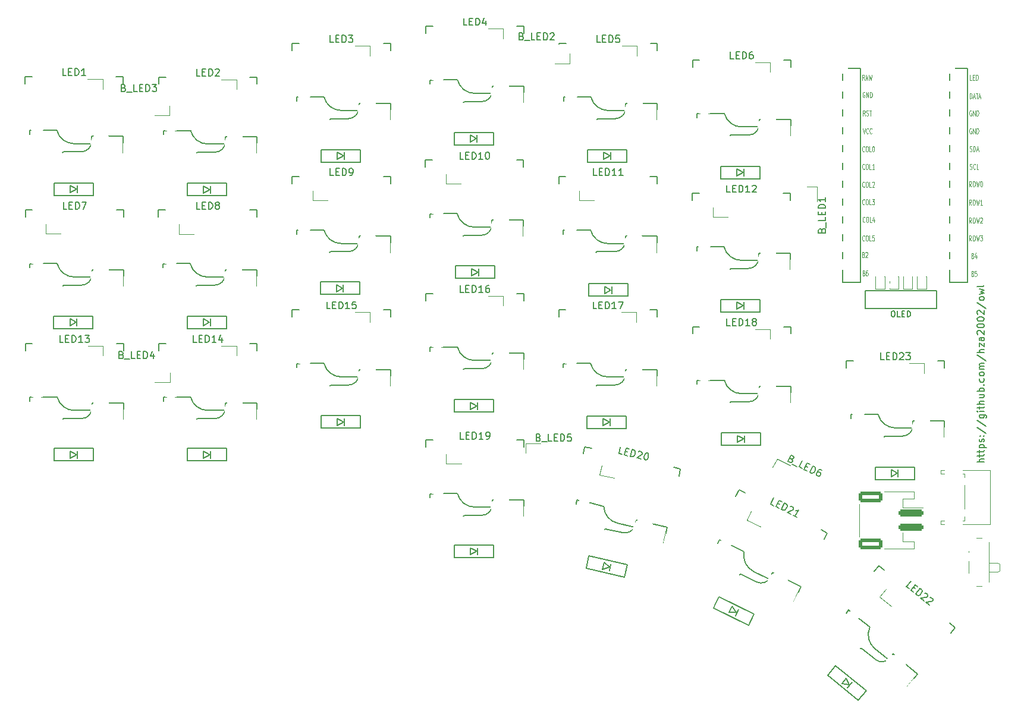
<source format=gto>
G04 #@! TF.GenerationSoftware,KiCad,Pcbnew,7.0.8*
G04 #@! TF.CreationDate,2023-11-01T04:13:04+08:00*
G04 #@! TF.ProjectId,owl,6f776c2e-6b69-4636-9164-5f7063625858,rev?*
G04 #@! TF.SameCoordinates,Original*
G04 #@! TF.FileFunction,Legend,Top*
G04 #@! TF.FilePolarity,Positive*
%FSLAX46Y46*%
G04 Gerber Fmt 4.6, Leading zero omitted, Abs format (unit mm)*
G04 Created by KiCad (PCBNEW 7.0.8) date 2023-11-01 04:13:04*
%MOMM*%
%LPD*%
G01*
G04 APERTURE LIST*
G04 Aperture macros list*
%AMRoundRect*
0 Rectangle with rounded corners*
0 $1 Rounding radius*
0 $2 $3 $4 $5 $6 $7 $8 $9 X,Y pos of 4 corners*
0 Add a 4 corners polygon primitive as box body*
4,1,4,$2,$3,$4,$5,$6,$7,$8,$9,$2,$3,0*
0 Add four circle primitives for the rounded corners*
1,1,$1+$1,$2,$3*
1,1,$1+$1,$4,$5*
1,1,$1+$1,$6,$7*
1,1,$1+$1,$8,$9*
0 Add four rect primitives between the rounded corners*
20,1,$1+$1,$2,$3,$4,$5,0*
20,1,$1+$1,$4,$5,$6,$7,0*
20,1,$1+$1,$6,$7,$8,$9,0*
20,1,$1+$1,$8,$9,$2,$3,0*%
%AMRotRect*
0 Rectangle, with rotation*
0 The origin of the aperture is its center*
0 $1 length*
0 $2 width*
0 $3 Rotation angle, in degrees counterclockwise*
0 Add horizontal line*
21,1,$1,$2,0,0,$3*%
G04 Aperture macros list end*
%ADD10C,0.150000*%
%ADD11C,0.125000*%
%ADD12C,0.120000*%
%ADD13C,0.100000*%
%ADD14R,1.397000X1.397000*%
%ADD15C,1.397000*%
%ADD16RotRect,1.397000X1.397000X154.000000*%
%ADD17RotRect,1.397000X1.397000X167.000000*%
%ADD18RotRect,1.397000X1.397000X141.000000*%
%ADD19C,1.701800*%
%ADD20C,3.000000*%
%ADD21C,3.987800*%
%ADD22R,4.263000X2.494600*%
%ADD23R,1.889600X3.874597*%
%ADD24R,2.662800X3.383601*%
%ADD25R,6.853800X2.159000*%
%ADD26RotRect,4.263000X2.494600X141.000000*%
%ADD27RotRect,1.889600X3.874597X321.000000*%
%ADD28RotRect,2.662800X3.383601X141.000000*%
%ADD29RotRect,6.853800X2.159000X321.000000*%
%ADD30RotRect,4.263000X2.494600X154.000000*%
%ADD31RotRect,1.889600X3.874597X334.000000*%
%ADD32RotRect,2.662800X3.383601X154.000000*%
%ADD33RotRect,6.853800X2.159000X334.000000*%
%ADD34RotRect,4.263000X2.494600X167.000000*%
%ADD35RotRect,1.889600X3.874597X347.000000*%
%ADD36RotRect,2.662800X3.383601X167.000000*%
%ADD37RotRect,6.853800X2.159000X347.000000*%
%ADD38R,1.800000X1.500000*%
%ADD39R,0.800000X1.000000*%
%ADD40C,0.900000*%
%ADD41R,1.500000X0.700000*%
%ADD42C,4.200000*%
%ADD43RotRect,1.700000X1.000000X334.000000*%
%ADD44R,1.700000X1.000000*%
%ADD45R,1.143000X0.635000*%
%ADD46RotRect,1.800000X1.500000X154.000000*%
%ADD47R,1.000000X1.700000*%
%ADD48RotRect,1.700000X1.000000X154.000000*%
%ADD49RotRect,1.800000X1.500000X167.000000*%
%ADD50C,2.100000*%
%ADD51C,1.750000*%
%ADD52RotRect,1.700000X1.000000X347.000000*%
%ADD53RotRect,1.700000X1.000000X321.000000*%
%ADD54RotRect,1.800000X1.500000X141.000000*%
%ADD55RoundRect,0.250000X-1.500000X0.250000X-1.500000X-0.250000X1.500000X-0.250000X1.500000X0.250000X0*%
%ADD56RoundRect,0.250001X-1.449999X0.499999X-1.449999X-0.499999X1.449999X-0.499999X1.449999X0.499999X0*%
%ADD57C,1.524000*%
G04 APERTURE END LIST*
D10*
X214054819Y-115672619D02*
X213054819Y-115672619D01*
X214054819Y-115244048D02*
X213531009Y-115244048D01*
X213531009Y-115244048D02*
X213435771Y-115291667D01*
X213435771Y-115291667D02*
X213388152Y-115386905D01*
X213388152Y-115386905D02*
X213388152Y-115529762D01*
X213388152Y-115529762D02*
X213435771Y-115625000D01*
X213435771Y-115625000D02*
X213483390Y-115672619D01*
X213388152Y-114910714D02*
X213388152Y-114529762D01*
X213054819Y-114767857D02*
X213911961Y-114767857D01*
X213911961Y-114767857D02*
X214007200Y-114720238D01*
X214007200Y-114720238D02*
X214054819Y-114625000D01*
X214054819Y-114625000D02*
X214054819Y-114529762D01*
X213388152Y-114339285D02*
X213388152Y-113958333D01*
X213054819Y-114196428D02*
X213911961Y-114196428D01*
X213911961Y-114196428D02*
X214007200Y-114148809D01*
X214007200Y-114148809D02*
X214054819Y-114053571D01*
X214054819Y-114053571D02*
X214054819Y-113958333D01*
X213388152Y-113624999D02*
X214388152Y-113624999D01*
X213435771Y-113624999D02*
X213388152Y-113529761D01*
X213388152Y-113529761D02*
X213388152Y-113339285D01*
X213388152Y-113339285D02*
X213435771Y-113244047D01*
X213435771Y-113244047D02*
X213483390Y-113196428D01*
X213483390Y-113196428D02*
X213578628Y-113148809D01*
X213578628Y-113148809D02*
X213864342Y-113148809D01*
X213864342Y-113148809D02*
X213959580Y-113196428D01*
X213959580Y-113196428D02*
X214007200Y-113244047D01*
X214007200Y-113244047D02*
X214054819Y-113339285D01*
X214054819Y-113339285D02*
X214054819Y-113529761D01*
X214054819Y-113529761D02*
X214007200Y-113624999D01*
X214007200Y-112767856D02*
X214054819Y-112672618D01*
X214054819Y-112672618D02*
X214054819Y-112482142D01*
X214054819Y-112482142D02*
X214007200Y-112386904D01*
X214007200Y-112386904D02*
X213911961Y-112339285D01*
X213911961Y-112339285D02*
X213864342Y-112339285D01*
X213864342Y-112339285D02*
X213769104Y-112386904D01*
X213769104Y-112386904D02*
X213721485Y-112482142D01*
X213721485Y-112482142D02*
X213721485Y-112624999D01*
X213721485Y-112624999D02*
X213673866Y-112720237D01*
X213673866Y-112720237D02*
X213578628Y-112767856D01*
X213578628Y-112767856D02*
X213531009Y-112767856D01*
X213531009Y-112767856D02*
X213435771Y-112720237D01*
X213435771Y-112720237D02*
X213388152Y-112624999D01*
X213388152Y-112624999D02*
X213388152Y-112482142D01*
X213388152Y-112482142D02*
X213435771Y-112386904D01*
X213959580Y-111910713D02*
X214007200Y-111863094D01*
X214007200Y-111863094D02*
X214054819Y-111910713D01*
X214054819Y-111910713D02*
X214007200Y-111958332D01*
X214007200Y-111958332D02*
X213959580Y-111910713D01*
X213959580Y-111910713D02*
X214054819Y-111910713D01*
X213435771Y-111910713D02*
X213483390Y-111863094D01*
X213483390Y-111863094D02*
X213531009Y-111910713D01*
X213531009Y-111910713D02*
X213483390Y-111958332D01*
X213483390Y-111958332D02*
X213435771Y-111910713D01*
X213435771Y-111910713D02*
X213531009Y-111910713D01*
X213007200Y-110720238D02*
X214292914Y-111577380D01*
X213007200Y-109672619D02*
X214292914Y-110529761D01*
X213388152Y-108910714D02*
X214197676Y-108910714D01*
X214197676Y-108910714D02*
X214292914Y-108958333D01*
X214292914Y-108958333D02*
X214340533Y-109005952D01*
X214340533Y-109005952D02*
X214388152Y-109101190D01*
X214388152Y-109101190D02*
X214388152Y-109244047D01*
X214388152Y-109244047D02*
X214340533Y-109339285D01*
X214007200Y-108910714D02*
X214054819Y-109005952D01*
X214054819Y-109005952D02*
X214054819Y-109196428D01*
X214054819Y-109196428D02*
X214007200Y-109291666D01*
X214007200Y-109291666D02*
X213959580Y-109339285D01*
X213959580Y-109339285D02*
X213864342Y-109386904D01*
X213864342Y-109386904D02*
X213578628Y-109386904D01*
X213578628Y-109386904D02*
X213483390Y-109339285D01*
X213483390Y-109339285D02*
X213435771Y-109291666D01*
X213435771Y-109291666D02*
X213388152Y-109196428D01*
X213388152Y-109196428D02*
X213388152Y-109005952D01*
X213388152Y-109005952D02*
X213435771Y-108910714D01*
X214054819Y-108434523D02*
X213388152Y-108434523D01*
X213054819Y-108434523D02*
X213102438Y-108482142D01*
X213102438Y-108482142D02*
X213150057Y-108434523D01*
X213150057Y-108434523D02*
X213102438Y-108386904D01*
X213102438Y-108386904D02*
X213054819Y-108434523D01*
X213054819Y-108434523D02*
X213150057Y-108434523D01*
X213388152Y-108101190D02*
X213388152Y-107720238D01*
X213054819Y-107958333D02*
X213911961Y-107958333D01*
X213911961Y-107958333D02*
X214007200Y-107910714D01*
X214007200Y-107910714D02*
X214054819Y-107815476D01*
X214054819Y-107815476D02*
X214054819Y-107720238D01*
X214054819Y-107386904D02*
X213054819Y-107386904D01*
X214054819Y-106958333D02*
X213531009Y-106958333D01*
X213531009Y-106958333D02*
X213435771Y-107005952D01*
X213435771Y-107005952D02*
X213388152Y-107101190D01*
X213388152Y-107101190D02*
X213388152Y-107244047D01*
X213388152Y-107244047D02*
X213435771Y-107339285D01*
X213435771Y-107339285D02*
X213483390Y-107386904D01*
X213388152Y-106053571D02*
X214054819Y-106053571D01*
X213388152Y-106482142D02*
X213911961Y-106482142D01*
X213911961Y-106482142D02*
X214007200Y-106434523D01*
X214007200Y-106434523D02*
X214054819Y-106339285D01*
X214054819Y-106339285D02*
X214054819Y-106196428D01*
X214054819Y-106196428D02*
X214007200Y-106101190D01*
X214007200Y-106101190D02*
X213959580Y-106053571D01*
X214054819Y-105577380D02*
X213054819Y-105577380D01*
X213435771Y-105577380D02*
X213388152Y-105482142D01*
X213388152Y-105482142D02*
X213388152Y-105291666D01*
X213388152Y-105291666D02*
X213435771Y-105196428D01*
X213435771Y-105196428D02*
X213483390Y-105148809D01*
X213483390Y-105148809D02*
X213578628Y-105101190D01*
X213578628Y-105101190D02*
X213864342Y-105101190D01*
X213864342Y-105101190D02*
X213959580Y-105148809D01*
X213959580Y-105148809D02*
X214007200Y-105196428D01*
X214007200Y-105196428D02*
X214054819Y-105291666D01*
X214054819Y-105291666D02*
X214054819Y-105482142D01*
X214054819Y-105482142D02*
X214007200Y-105577380D01*
X213959580Y-104672618D02*
X214007200Y-104624999D01*
X214007200Y-104624999D02*
X214054819Y-104672618D01*
X214054819Y-104672618D02*
X214007200Y-104720237D01*
X214007200Y-104720237D02*
X213959580Y-104672618D01*
X213959580Y-104672618D02*
X214054819Y-104672618D01*
X214007200Y-103767857D02*
X214054819Y-103863095D01*
X214054819Y-103863095D02*
X214054819Y-104053571D01*
X214054819Y-104053571D02*
X214007200Y-104148809D01*
X214007200Y-104148809D02*
X213959580Y-104196428D01*
X213959580Y-104196428D02*
X213864342Y-104244047D01*
X213864342Y-104244047D02*
X213578628Y-104244047D01*
X213578628Y-104244047D02*
X213483390Y-104196428D01*
X213483390Y-104196428D02*
X213435771Y-104148809D01*
X213435771Y-104148809D02*
X213388152Y-104053571D01*
X213388152Y-104053571D02*
X213388152Y-103863095D01*
X213388152Y-103863095D02*
X213435771Y-103767857D01*
X214054819Y-103196428D02*
X214007200Y-103291666D01*
X214007200Y-103291666D02*
X213959580Y-103339285D01*
X213959580Y-103339285D02*
X213864342Y-103386904D01*
X213864342Y-103386904D02*
X213578628Y-103386904D01*
X213578628Y-103386904D02*
X213483390Y-103339285D01*
X213483390Y-103339285D02*
X213435771Y-103291666D01*
X213435771Y-103291666D02*
X213388152Y-103196428D01*
X213388152Y-103196428D02*
X213388152Y-103053571D01*
X213388152Y-103053571D02*
X213435771Y-102958333D01*
X213435771Y-102958333D02*
X213483390Y-102910714D01*
X213483390Y-102910714D02*
X213578628Y-102863095D01*
X213578628Y-102863095D02*
X213864342Y-102863095D01*
X213864342Y-102863095D02*
X213959580Y-102910714D01*
X213959580Y-102910714D02*
X214007200Y-102958333D01*
X214007200Y-102958333D02*
X214054819Y-103053571D01*
X214054819Y-103053571D02*
X214054819Y-103196428D01*
X214054819Y-102434523D02*
X213388152Y-102434523D01*
X213483390Y-102434523D02*
X213435771Y-102386904D01*
X213435771Y-102386904D02*
X213388152Y-102291666D01*
X213388152Y-102291666D02*
X213388152Y-102148809D01*
X213388152Y-102148809D02*
X213435771Y-102053571D01*
X213435771Y-102053571D02*
X213531009Y-102005952D01*
X213531009Y-102005952D02*
X214054819Y-102005952D01*
X213531009Y-102005952D02*
X213435771Y-101958333D01*
X213435771Y-101958333D02*
X213388152Y-101863095D01*
X213388152Y-101863095D02*
X213388152Y-101720238D01*
X213388152Y-101720238D02*
X213435771Y-101624999D01*
X213435771Y-101624999D02*
X213531009Y-101577380D01*
X213531009Y-101577380D02*
X214054819Y-101577380D01*
X213007200Y-100386905D02*
X214292914Y-101244047D01*
X214054819Y-100053571D02*
X213054819Y-100053571D01*
X214054819Y-99625000D02*
X213531009Y-99625000D01*
X213531009Y-99625000D02*
X213435771Y-99672619D01*
X213435771Y-99672619D02*
X213388152Y-99767857D01*
X213388152Y-99767857D02*
X213388152Y-99910714D01*
X213388152Y-99910714D02*
X213435771Y-100005952D01*
X213435771Y-100005952D02*
X213483390Y-100053571D01*
X213388152Y-99244047D02*
X213388152Y-98720238D01*
X213388152Y-98720238D02*
X214054819Y-99244047D01*
X214054819Y-99244047D02*
X214054819Y-98720238D01*
X214054819Y-97910714D02*
X213531009Y-97910714D01*
X213531009Y-97910714D02*
X213435771Y-97958333D01*
X213435771Y-97958333D02*
X213388152Y-98053571D01*
X213388152Y-98053571D02*
X213388152Y-98244047D01*
X213388152Y-98244047D02*
X213435771Y-98339285D01*
X214007200Y-97910714D02*
X214054819Y-98005952D01*
X214054819Y-98005952D02*
X214054819Y-98244047D01*
X214054819Y-98244047D02*
X214007200Y-98339285D01*
X214007200Y-98339285D02*
X213911961Y-98386904D01*
X213911961Y-98386904D02*
X213816723Y-98386904D01*
X213816723Y-98386904D02*
X213721485Y-98339285D01*
X213721485Y-98339285D02*
X213673866Y-98244047D01*
X213673866Y-98244047D02*
X213673866Y-98005952D01*
X213673866Y-98005952D02*
X213626247Y-97910714D01*
X213150057Y-97482142D02*
X213102438Y-97434523D01*
X213102438Y-97434523D02*
X213054819Y-97339285D01*
X213054819Y-97339285D02*
X213054819Y-97101190D01*
X213054819Y-97101190D02*
X213102438Y-97005952D01*
X213102438Y-97005952D02*
X213150057Y-96958333D01*
X213150057Y-96958333D02*
X213245295Y-96910714D01*
X213245295Y-96910714D02*
X213340533Y-96910714D01*
X213340533Y-96910714D02*
X213483390Y-96958333D01*
X213483390Y-96958333D02*
X214054819Y-97529761D01*
X214054819Y-97529761D02*
X214054819Y-96910714D01*
X213054819Y-96291666D02*
X213054819Y-96196428D01*
X213054819Y-96196428D02*
X213102438Y-96101190D01*
X213102438Y-96101190D02*
X213150057Y-96053571D01*
X213150057Y-96053571D02*
X213245295Y-96005952D01*
X213245295Y-96005952D02*
X213435771Y-95958333D01*
X213435771Y-95958333D02*
X213673866Y-95958333D01*
X213673866Y-95958333D02*
X213864342Y-96005952D01*
X213864342Y-96005952D02*
X213959580Y-96053571D01*
X213959580Y-96053571D02*
X214007200Y-96101190D01*
X214007200Y-96101190D02*
X214054819Y-96196428D01*
X214054819Y-96196428D02*
X214054819Y-96291666D01*
X214054819Y-96291666D02*
X214007200Y-96386904D01*
X214007200Y-96386904D02*
X213959580Y-96434523D01*
X213959580Y-96434523D02*
X213864342Y-96482142D01*
X213864342Y-96482142D02*
X213673866Y-96529761D01*
X213673866Y-96529761D02*
X213435771Y-96529761D01*
X213435771Y-96529761D02*
X213245295Y-96482142D01*
X213245295Y-96482142D02*
X213150057Y-96434523D01*
X213150057Y-96434523D02*
X213102438Y-96386904D01*
X213102438Y-96386904D02*
X213054819Y-96291666D01*
X213054819Y-95339285D02*
X213054819Y-95244047D01*
X213054819Y-95244047D02*
X213102438Y-95148809D01*
X213102438Y-95148809D02*
X213150057Y-95101190D01*
X213150057Y-95101190D02*
X213245295Y-95053571D01*
X213245295Y-95053571D02*
X213435771Y-95005952D01*
X213435771Y-95005952D02*
X213673866Y-95005952D01*
X213673866Y-95005952D02*
X213864342Y-95053571D01*
X213864342Y-95053571D02*
X213959580Y-95101190D01*
X213959580Y-95101190D02*
X214007200Y-95148809D01*
X214007200Y-95148809D02*
X214054819Y-95244047D01*
X214054819Y-95244047D02*
X214054819Y-95339285D01*
X214054819Y-95339285D02*
X214007200Y-95434523D01*
X214007200Y-95434523D02*
X213959580Y-95482142D01*
X213959580Y-95482142D02*
X213864342Y-95529761D01*
X213864342Y-95529761D02*
X213673866Y-95577380D01*
X213673866Y-95577380D02*
X213435771Y-95577380D01*
X213435771Y-95577380D02*
X213245295Y-95529761D01*
X213245295Y-95529761D02*
X213150057Y-95482142D01*
X213150057Y-95482142D02*
X213102438Y-95434523D01*
X213102438Y-95434523D02*
X213054819Y-95339285D01*
X213150057Y-94624999D02*
X213102438Y-94577380D01*
X213102438Y-94577380D02*
X213054819Y-94482142D01*
X213054819Y-94482142D02*
X213054819Y-94244047D01*
X213054819Y-94244047D02*
X213102438Y-94148809D01*
X213102438Y-94148809D02*
X213150057Y-94101190D01*
X213150057Y-94101190D02*
X213245295Y-94053571D01*
X213245295Y-94053571D02*
X213340533Y-94053571D01*
X213340533Y-94053571D02*
X213483390Y-94101190D01*
X213483390Y-94101190D02*
X214054819Y-94672618D01*
X214054819Y-94672618D02*
X214054819Y-94053571D01*
X213007200Y-92910714D02*
X214292914Y-93767856D01*
X214054819Y-92434523D02*
X214007200Y-92529761D01*
X214007200Y-92529761D02*
X213959580Y-92577380D01*
X213959580Y-92577380D02*
X213864342Y-92624999D01*
X213864342Y-92624999D02*
X213578628Y-92624999D01*
X213578628Y-92624999D02*
X213483390Y-92577380D01*
X213483390Y-92577380D02*
X213435771Y-92529761D01*
X213435771Y-92529761D02*
X213388152Y-92434523D01*
X213388152Y-92434523D02*
X213388152Y-92291666D01*
X213388152Y-92291666D02*
X213435771Y-92196428D01*
X213435771Y-92196428D02*
X213483390Y-92148809D01*
X213483390Y-92148809D02*
X213578628Y-92101190D01*
X213578628Y-92101190D02*
X213864342Y-92101190D01*
X213864342Y-92101190D02*
X213959580Y-92148809D01*
X213959580Y-92148809D02*
X214007200Y-92196428D01*
X214007200Y-92196428D02*
X214054819Y-92291666D01*
X214054819Y-92291666D02*
X214054819Y-92434523D01*
X213388152Y-91767856D02*
X214054819Y-91577380D01*
X214054819Y-91577380D02*
X213578628Y-91386904D01*
X213578628Y-91386904D02*
X214054819Y-91196428D01*
X214054819Y-91196428D02*
X213388152Y-91005952D01*
X214054819Y-90482142D02*
X214007200Y-90577380D01*
X214007200Y-90577380D02*
X213911961Y-90624999D01*
X213911961Y-90624999D02*
X213054819Y-90624999D01*
X184081467Y-121854326D02*
X183653470Y-121645578D01*
X183653470Y-121645578D02*
X184091841Y-120746784D01*
X184610688Y-121529653D02*
X184910286Y-121675776D01*
X184809063Y-122209198D02*
X184381065Y-122000450D01*
X184381065Y-122000450D02*
X184819437Y-121101655D01*
X184819437Y-121101655D02*
X185247434Y-121310404D01*
X185194260Y-122397071D02*
X185632631Y-121498277D01*
X185632631Y-121498277D02*
X185846630Y-121602651D01*
X185846630Y-121602651D02*
X185954154Y-121708075D01*
X185954154Y-121708075D02*
X185998004Y-121835424D01*
X185998004Y-121835424D02*
X185999054Y-121941899D01*
X185999054Y-121941899D02*
X185958355Y-122133972D01*
X185958355Y-122133972D02*
X185895730Y-122262371D01*
X185895730Y-122262371D02*
X185769431Y-122412695D01*
X185769431Y-122412695D02*
X185684882Y-122477420D01*
X185684882Y-122477420D02*
X185557533Y-122521270D01*
X185557533Y-122521270D02*
X185408259Y-122501445D01*
X185408259Y-122501445D02*
X185194260Y-122397071D01*
X186446876Y-122001373D02*
X186510551Y-121979448D01*
X186510551Y-121979448D02*
X186617025Y-121978398D01*
X186617025Y-121978398D02*
X186831023Y-122082772D01*
X186831023Y-122082772D02*
X186895748Y-122167321D01*
X186895748Y-122167321D02*
X186917673Y-122230996D01*
X186917673Y-122230996D02*
X186918723Y-122337470D01*
X186918723Y-122337470D02*
X186876973Y-122423069D01*
X186876973Y-122423069D02*
X186771549Y-122530594D01*
X186771549Y-122530594D02*
X186007455Y-122793693D01*
X186007455Y-122793693D02*
X186563851Y-123065065D01*
X187419845Y-123482562D02*
X186906249Y-123232064D01*
X187163047Y-123357313D02*
X187601418Y-122458519D01*
X187601418Y-122458519D02*
X187453194Y-122545168D01*
X187453194Y-122545168D02*
X187325845Y-122589018D01*
X187325845Y-122589018D02*
X187219371Y-122590068D01*
X139907761Y-72503419D02*
X139431571Y-72503419D01*
X139431571Y-72503419D02*
X139431571Y-71503419D01*
X140241095Y-71979609D02*
X140574428Y-71979609D01*
X140717285Y-72503419D02*
X140241095Y-72503419D01*
X140241095Y-72503419D02*
X140241095Y-71503419D01*
X140241095Y-71503419D02*
X140717285Y-71503419D01*
X141145857Y-72503419D02*
X141145857Y-71503419D01*
X141145857Y-71503419D02*
X141383952Y-71503419D01*
X141383952Y-71503419D02*
X141526809Y-71551038D01*
X141526809Y-71551038D02*
X141622047Y-71646276D01*
X141622047Y-71646276D02*
X141669666Y-71741514D01*
X141669666Y-71741514D02*
X141717285Y-71931990D01*
X141717285Y-71931990D02*
X141717285Y-72074847D01*
X141717285Y-72074847D02*
X141669666Y-72265323D01*
X141669666Y-72265323D02*
X141622047Y-72360561D01*
X141622047Y-72360561D02*
X141526809Y-72455800D01*
X141526809Y-72455800D02*
X141383952Y-72503419D01*
X141383952Y-72503419D02*
X141145857Y-72503419D01*
X142669666Y-72503419D02*
X142098238Y-72503419D01*
X142383952Y-72503419D02*
X142383952Y-71503419D01*
X142383952Y-71503419D02*
X142288714Y-71646276D01*
X142288714Y-71646276D02*
X142193476Y-71741514D01*
X142193476Y-71741514D02*
X142098238Y-71789133D01*
X143288714Y-71503419D02*
X143383952Y-71503419D01*
X143383952Y-71503419D02*
X143479190Y-71551038D01*
X143479190Y-71551038D02*
X143526809Y-71598657D01*
X143526809Y-71598657D02*
X143574428Y-71693895D01*
X143574428Y-71693895D02*
X143622047Y-71884371D01*
X143622047Y-71884371D02*
X143622047Y-72122466D01*
X143622047Y-72122466D02*
X143574428Y-72312942D01*
X143574428Y-72312942D02*
X143526809Y-72408180D01*
X143526809Y-72408180D02*
X143479190Y-72455800D01*
X143479190Y-72455800D02*
X143383952Y-72503419D01*
X143383952Y-72503419D02*
X143288714Y-72503419D01*
X143288714Y-72503419D02*
X143193476Y-72455800D01*
X143193476Y-72455800D02*
X143145857Y-72408180D01*
X143145857Y-72408180D02*
X143098238Y-72312942D01*
X143098238Y-72312942D02*
X143050619Y-72122466D01*
X143050619Y-72122466D02*
X143050619Y-71884371D01*
X143050619Y-71884371D02*
X143098238Y-71693895D01*
X143098238Y-71693895D02*
X143145857Y-71598657D01*
X143145857Y-71598657D02*
X143193476Y-71551038D01*
X143193476Y-71551038D02*
X143288714Y-71503419D01*
X120934361Y-93825219D02*
X120458171Y-93825219D01*
X120458171Y-93825219D02*
X120458171Y-92825219D01*
X121267695Y-93301409D02*
X121601028Y-93301409D01*
X121743885Y-93825219D02*
X121267695Y-93825219D01*
X121267695Y-93825219D02*
X121267695Y-92825219D01*
X121267695Y-92825219D02*
X121743885Y-92825219D01*
X122172457Y-93825219D02*
X122172457Y-92825219D01*
X122172457Y-92825219D02*
X122410552Y-92825219D01*
X122410552Y-92825219D02*
X122553409Y-92872838D01*
X122553409Y-92872838D02*
X122648647Y-92968076D01*
X122648647Y-92968076D02*
X122696266Y-93063314D01*
X122696266Y-93063314D02*
X122743885Y-93253790D01*
X122743885Y-93253790D02*
X122743885Y-93396647D01*
X122743885Y-93396647D02*
X122696266Y-93587123D01*
X122696266Y-93587123D02*
X122648647Y-93682361D01*
X122648647Y-93682361D02*
X122553409Y-93777600D01*
X122553409Y-93777600D02*
X122410552Y-93825219D01*
X122410552Y-93825219D02*
X122172457Y-93825219D01*
X123696266Y-93825219D02*
X123124838Y-93825219D01*
X123410552Y-93825219D02*
X123410552Y-92825219D01*
X123410552Y-92825219D02*
X123315314Y-92968076D01*
X123315314Y-92968076D02*
X123220076Y-93063314D01*
X123220076Y-93063314D02*
X123124838Y-93110933D01*
X124601028Y-92825219D02*
X124124838Y-92825219D01*
X124124838Y-92825219D02*
X124077219Y-93301409D01*
X124077219Y-93301409D02*
X124124838Y-93253790D01*
X124124838Y-93253790D02*
X124220076Y-93206171D01*
X124220076Y-93206171D02*
X124458171Y-93206171D01*
X124458171Y-93206171D02*
X124553409Y-93253790D01*
X124553409Y-93253790D02*
X124601028Y-93301409D01*
X124601028Y-93301409D02*
X124648647Y-93396647D01*
X124648647Y-93396647D02*
X124648647Y-93634742D01*
X124648647Y-93634742D02*
X124601028Y-93729980D01*
X124601028Y-93729980D02*
X124553409Y-93777600D01*
X124553409Y-93777600D02*
X124458171Y-93825219D01*
X124458171Y-93825219D02*
X124220076Y-93825219D01*
X124220076Y-93825219D02*
X124124838Y-93777600D01*
X124124838Y-93777600D02*
X124077219Y-93729980D01*
X83361352Y-60602019D02*
X82885162Y-60602019D01*
X82885162Y-60602019D02*
X82885162Y-59602019D01*
X83694686Y-60078209D02*
X84028019Y-60078209D01*
X84170876Y-60602019D02*
X83694686Y-60602019D01*
X83694686Y-60602019D02*
X83694686Y-59602019D01*
X83694686Y-59602019D02*
X84170876Y-59602019D01*
X84599448Y-60602019D02*
X84599448Y-59602019D01*
X84599448Y-59602019D02*
X84837543Y-59602019D01*
X84837543Y-59602019D02*
X84980400Y-59649638D01*
X84980400Y-59649638D02*
X85075638Y-59744876D01*
X85075638Y-59744876D02*
X85123257Y-59840114D01*
X85123257Y-59840114D02*
X85170876Y-60030590D01*
X85170876Y-60030590D02*
X85170876Y-60173447D01*
X85170876Y-60173447D02*
X85123257Y-60363923D01*
X85123257Y-60363923D02*
X85075638Y-60459161D01*
X85075638Y-60459161D02*
X84980400Y-60554400D01*
X84980400Y-60554400D02*
X84837543Y-60602019D01*
X84837543Y-60602019D02*
X84599448Y-60602019D01*
X86123257Y-60602019D02*
X85551829Y-60602019D01*
X85837543Y-60602019D02*
X85837543Y-59602019D01*
X85837543Y-59602019D02*
X85742305Y-59744876D01*
X85742305Y-59744876D02*
X85647067Y-59840114D01*
X85647067Y-59840114D02*
X85551829Y-59887733D01*
X190939009Y-82660857D02*
X190986628Y-82518000D01*
X190986628Y-82518000D02*
X191034247Y-82470381D01*
X191034247Y-82470381D02*
X191129485Y-82422762D01*
X191129485Y-82422762D02*
X191272342Y-82422762D01*
X191272342Y-82422762D02*
X191367580Y-82470381D01*
X191367580Y-82470381D02*
X191415200Y-82518000D01*
X191415200Y-82518000D02*
X191462819Y-82613238D01*
X191462819Y-82613238D02*
X191462819Y-82994190D01*
X191462819Y-82994190D02*
X190462819Y-82994190D01*
X190462819Y-82994190D02*
X190462819Y-82660857D01*
X190462819Y-82660857D02*
X190510438Y-82565619D01*
X190510438Y-82565619D02*
X190558057Y-82518000D01*
X190558057Y-82518000D02*
X190653295Y-82470381D01*
X190653295Y-82470381D02*
X190748533Y-82470381D01*
X190748533Y-82470381D02*
X190843771Y-82518000D01*
X190843771Y-82518000D02*
X190891390Y-82565619D01*
X190891390Y-82565619D02*
X190939009Y-82660857D01*
X190939009Y-82660857D02*
X190939009Y-82994190D01*
X191558057Y-82232286D02*
X191558057Y-81470381D01*
X191462819Y-80756095D02*
X191462819Y-81232285D01*
X191462819Y-81232285D02*
X190462819Y-81232285D01*
X190939009Y-80422761D02*
X190939009Y-80089428D01*
X191462819Y-79946571D02*
X191462819Y-80422761D01*
X191462819Y-80422761D02*
X190462819Y-80422761D01*
X190462819Y-80422761D02*
X190462819Y-79946571D01*
X191462819Y-79517999D02*
X190462819Y-79517999D01*
X190462819Y-79517999D02*
X190462819Y-79279904D01*
X190462819Y-79279904D02*
X190510438Y-79137047D01*
X190510438Y-79137047D02*
X190605676Y-79041809D01*
X190605676Y-79041809D02*
X190700914Y-78994190D01*
X190700914Y-78994190D02*
X190891390Y-78946571D01*
X190891390Y-78946571D02*
X191034247Y-78946571D01*
X191034247Y-78946571D02*
X191224723Y-78994190D01*
X191224723Y-78994190D02*
X191319961Y-79041809D01*
X191319961Y-79041809D02*
X191415200Y-79137047D01*
X191415200Y-79137047D02*
X191462819Y-79279904D01*
X191462819Y-79279904D02*
X191462819Y-79517999D01*
X191462819Y-77994190D02*
X191462819Y-78565618D01*
X191462819Y-78279904D02*
X190462819Y-78279904D01*
X190462819Y-78279904D02*
X190605676Y-78375142D01*
X190605676Y-78375142D02*
X190700914Y-78470380D01*
X190700914Y-78470380D02*
X190748533Y-78565618D01*
X178408152Y-58214419D02*
X177931962Y-58214419D01*
X177931962Y-58214419D02*
X177931962Y-57214419D01*
X178741486Y-57690609D02*
X179074819Y-57690609D01*
X179217676Y-58214419D02*
X178741486Y-58214419D01*
X178741486Y-58214419D02*
X178741486Y-57214419D01*
X178741486Y-57214419D02*
X179217676Y-57214419D01*
X179646248Y-58214419D02*
X179646248Y-57214419D01*
X179646248Y-57214419D02*
X179884343Y-57214419D01*
X179884343Y-57214419D02*
X180027200Y-57262038D01*
X180027200Y-57262038D02*
X180122438Y-57357276D01*
X180122438Y-57357276D02*
X180170057Y-57452514D01*
X180170057Y-57452514D02*
X180217676Y-57642990D01*
X180217676Y-57642990D02*
X180217676Y-57785847D01*
X180217676Y-57785847D02*
X180170057Y-57976323D01*
X180170057Y-57976323D02*
X180122438Y-58071561D01*
X180122438Y-58071561D02*
X180027200Y-58166800D01*
X180027200Y-58166800D02*
X179884343Y-58214419D01*
X179884343Y-58214419D02*
X179646248Y-58214419D01*
X181074819Y-57214419D02*
X180884343Y-57214419D01*
X180884343Y-57214419D02*
X180789105Y-57262038D01*
X180789105Y-57262038D02*
X180741486Y-57309657D01*
X180741486Y-57309657D02*
X180646248Y-57452514D01*
X180646248Y-57452514D02*
X180598629Y-57642990D01*
X180598629Y-57642990D02*
X180598629Y-58023942D01*
X180598629Y-58023942D02*
X180646248Y-58119180D01*
X180646248Y-58119180D02*
X180693867Y-58166800D01*
X180693867Y-58166800D02*
X180789105Y-58214419D01*
X180789105Y-58214419D02*
X180979581Y-58214419D01*
X180979581Y-58214419D02*
X181074819Y-58166800D01*
X181074819Y-58166800D02*
X181122438Y-58119180D01*
X181122438Y-58119180D02*
X181170057Y-58023942D01*
X181170057Y-58023942D02*
X181170057Y-57785847D01*
X181170057Y-57785847D02*
X181122438Y-57690609D01*
X181122438Y-57690609D02*
X181074819Y-57642990D01*
X181074819Y-57642990D02*
X180979581Y-57595371D01*
X180979581Y-57595371D02*
X180789105Y-57595371D01*
X180789105Y-57595371D02*
X180693867Y-57642990D01*
X180693867Y-57642990D02*
X180646248Y-57690609D01*
X180646248Y-57690609D02*
X180598629Y-57785847D01*
X186629255Y-115248624D02*
X186736780Y-115354049D01*
X186736780Y-115354049D02*
X186758705Y-115417723D01*
X186758705Y-115417723D02*
X186759755Y-115524197D01*
X186759755Y-115524197D02*
X186697130Y-115652597D01*
X186697130Y-115652597D02*
X186612581Y-115717321D01*
X186612581Y-115717321D02*
X186548906Y-115739246D01*
X186548906Y-115739246D02*
X186442432Y-115740296D01*
X186442432Y-115740296D02*
X186100034Y-115573298D01*
X186100034Y-115573298D02*
X186538406Y-114674504D01*
X186538406Y-114674504D02*
X186838004Y-114820627D01*
X186838004Y-114820627D02*
X186902728Y-114905177D01*
X186902728Y-114905177D02*
X186924653Y-114968851D01*
X186924653Y-114968851D02*
X186925703Y-115075325D01*
X186925703Y-115075325D02*
X186883954Y-115160925D01*
X186883954Y-115160925D02*
X186799404Y-115225649D01*
X186799404Y-115225649D02*
X186735730Y-115247574D01*
X186735730Y-115247574D02*
X186629255Y-115248624D01*
X186629255Y-115248624D02*
X186329657Y-115102501D01*
X186743080Y-115992894D02*
X187427876Y-116326891D01*
X188111621Y-116554414D02*
X187683624Y-116345666D01*
X187683624Y-116345666D02*
X188121995Y-115446872D01*
X188640842Y-116229741D02*
X188940441Y-116375865D01*
X188839217Y-116909286D02*
X188411220Y-116700538D01*
X188411220Y-116700538D02*
X188849591Y-115801744D01*
X188849591Y-115801744D02*
X189277588Y-116010492D01*
X189224414Y-117097159D02*
X189662785Y-116198365D01*
X189662785Y-116198365D02*
X189876784Y-116302739D01*
X189876784Y-116302739D02*
X189984308Y-116408164D01*
X189984308Y-116408164D02*
X190028158Y-116535513D01*
X190028158Y-116535513D02*
X190029208Y-116641987D01*
X190029208Y-116641987D02*
X189988509Y-116834061D01*
X189988509Y-116834061D02*
X189925884Y-116962460D01*
X189925884Y-116962460D02*
X189799585Y-117112784D01*
X189799585Y-117112784D02*
X189715036Y-117177508D01*
X189715036Y-117177508D02*
X189587687Y-117221358D01*
X189587687Y-117221358D02*
X189438413Y-117201533D01*
X189438413Y-117201533D02*
X189224414Y-117097159D01*
X190946777Y-116824610D02*
X190775578Y-116741111D01*
X190775578Y-116741111D02*
X190669104Y-116742161D01*
X190669104Y-116742161D02*
X190605429Y-116764086D01*
X190605429Y-116764086D02*
X190457205Y-116850735D01*
X190457205Y-116850735D02*
X190330906Y-117001059D01*
X190330906Y-117001059D02*
X190163908Y-117343457D01*
X190163908Y-117343457D02*
X190164958Y-117449931D01*
X190164958Y-117449931D02*
X190186883Y-117513606D01*
X190186883Y-117513606D02*
X190251607Y-117598155D01*
X190251607Y-117598155D02*
X190422806Y-117681654D01*
X190422806Y-117681654D02*
X190529281Y-117680604D01*
X190529281Y-117680604D02*
X190592955Y-117658679D01*
X190592955Y-117658679D02*
X190677504Y-117593955D01*
X190677504Y-117593955D02*
X190781878Y-117379956D01*
X190781878Y-117379956D02*
X190780828Y-117273482D01*
X190780828Y-117273482D02*
X190758904Y-117209807D01*
X190758904Y-117209807D02*
X190694179Y-117125258D01*
X190694179Y-117125258D02*
X190522980Y-117041759D01*
X190522980Y-117041759D02*
X190416506Y-117042809D01*
X190416506Y-117042809D02*
X190352831Y-117064734D01*
X190352831Y-117064734D02*
X190268282Y-117129458D01*
X121410552Y-55877619D02*
X120934362Y-55877619D01*
X120934362Y-55877619D02*
X120934362Y-54877619D01*
X121743886Y-55353809D02*
X122077219Y-55353809D01*
X122220076Y-55877619D02*
X121743886Y-55877619D01*
X121743886Y-55877619D02*
X121743886Y-54877619D01*
X121743886Y-54877619D02*
X122220076Y-54877619D01*
X122648648Y-55877619D02*
X122648648Y-54877619D01*
X122648648Y-54877619D02*
X122886743Y-54877619D01*
X122886743Y-54877619D02*
X123029600Y-54925238D01*
X123029600Y-54925238D02*
X123124838Y-55020476D01*
X123124838Y-55020476D02*
X123172457Y-55115714D01*
X123172457Y-55115714D02*
X123220076Y-55306190D01*
X123220076Y-55306190D02*
X123220076Y-55449047D01*
X123220076Y-55449047D02*
X123172457Y-55639523D01*
X123172457Y-55639523D02*
X123124838Y-55734761D01*
X123124838Y-55734761D02*
X123029600Y-55830000D01*
X123029600Y-55830000D02*
X122886743Y-55877619D01*
X122886743Y-55877619D02*
X122648648Y-55877619D01*
X123553410Y-54877619D02*
X124172457Y-54877619D01*
X124172457Y-54877619D02*
X123839124Y-55258571D01*
X123839124Y-55258571D02*
X123981981Y-55258571D01*
X123981981Y-55258571D02*
X124077219Y-55306190D01*
X124077219Y-55306190D02*
X124124838Y-55353809D01*
X124124838Y-55353809D02*
X124172457Y-55449047D01*
X124172457Y-55449047D02*
X124172457Y-55687142D01*
X124172457Y-55687142D02*
X124124838Y-55782380D01*
X124124838Y-55782380D02*
X124077219Y-55830000D01*
X124077219Y-55830000D02*
X123981981Y-55877619D01*
X123981981Y-55877619D02*
X123696267Y-55877619D01*
X123696267Y-55877619D02*
X123601029Y-55830000D01*
X123601029Y-55830000D02*
X123553410Y-55782380D01*
X102411352Y-60652819D02*
X101935162Y-60652819D01*
X101935162Y-60652819D02*
X101935162Y-59652819D01*
X102744686Y-60129009D02*
X103078019Y-60129009D01*
X103220876Y-60652819D02*
X102744686Y-60652819D01*
X102744686Y-60652819D02*
X102744686Y-59652819D01*
X102744686Y-59652819D02*
X103220876Y-59652819D01*
X103649448Y-60652819D02*
X103649448Y-59652819D01*
X103649448Y-59652819D02*
X103887543Y-59652819D01*
X103887543Y-59652819D02*
X104030400Y-59700438D01*
X104030400Y-59700438D02*
X104125638Y-59795676D01*
X104125638Y-59795676D02*
X104173257Y-59890914D01*
X104173257Y-59890914D02*
X104220876Y-60081390D01*
X104220876Y-60081390D02*
X104220876Y-60224247D01*
X104220876Y-60224247D02*
X104173257Y-60414723D01*
X104173257Y-60414723D02*
X104125638Y-60509961D01*
X104125638Y-60509961D02*
X104030400Y-60605200D01*
X104030400Y-60605200D02*
X103887543Y-60652819D01*
X103887543Y-60652819D02*
X103649448Y-60652819D01*
X104601829Y-59748057D02*
X104649448Y-59700438D01*
X104649448Y-59700438D02*
X104744686Y-59652819D01*
X104744686Y-59652819D02*
X104982781Y-59652819D01*
X104982781Y-59652819D02*
X105078019Y-59700438D01*
X105078019Y-59700438D02*
X105125638Y-59748057D01*
X105125638Y-59748057D02*
X105173257Y-59843295D01*
X105173257Y-59843295D02*
X105173257Y-59938533D01*
X105173257Y-59938533D02*
X105125638Y-60081390D01*
X105125638Y-60081390D02*
X104554210Y-60652819D01*
X104554210Y-60652819D02*
X105173257Y-60652819D01*
X162500448Y-114569169D02*
X162036462Y-114462049D01*
X162036462Y-114462049D02*
X162261413Y-113487679D01*
X162943070Y-114133768D02*
X163267860Y-114208752D01*
X163289224Y-114751272D02*
X162825238Y-114644153D01*
X162825238Y-114644153D02*
X163050189Y-113669783D01*
X163050189Y-113669783D02*
X163514175Y-113776902D01*
X163706811Y-114847680D02*
X163931762Y-113873310D01*
X163931762Y-113873310D02*
X164163755Y-113926870D01*
X164163755Y-113926870D02*
X164292239Y-114005404D01*
X164292239Y-114005404D02*
X164363612Y-114119625D01*
X164363612Y-114119625D02*
X164388587Y-114223134D01*
X164388587Y-114223134D02*
X164392138Y-114419440D01*
X164392138Y-114419440D02*
X164360002Y-114558636D01*
X164360002Y-114558636D02*
X164270755Y-114733519D01*
X164270755Y-114733519D02*
X164202933Y-114815604D01*
X164202933Y-114815604D02*
X164088712Y-114886977D01*
X164088712Y-114886977D02*
X163938804Y-114901240D01*
X163938804Y-114901240D02*
X163706811Y-114847680D01*
X164838310Y-114180346D02*
X164895420Y-114144659D01*
X164895420Y-114144659D02*
X164998930Y-114119685D01*
X164998930Y-114119685D02*
X165230922Y-114173245D01*
X165230922Y-114173245D02*
X165313008Y-114241067D01*
X165313008Y-114241067D02*
X165348694Y-114298178D01*
X165348694Y-114298178D02*
X165373669Y-114401687D01*
X165373669Y-114401687D02*
X165352245Y-114494484D01*
X165352245Y-114494484D02*
X165273711Y-114622968D01*
X165273711Y-114622968D02*
X164588384Y-115051207D01*
X164588384Y-115051207D02*
X165191566Y-115190462D01*
X166019698Y-114355348D02*
X166112495Y-114376772D01*
X166112495Y-114376772D02*
X166194581Y-114444594D01*
X166194581Y-114444594D02*
X166230267Y-114501705D01*
X166230267Y-114501705D02*
X166255242Y-114605214D01*
X166255242Y-114605214D02*
X166258793Y-114801520D01*
X166258793Y-114801520D02*
X166205233Y-115033513D01*
X166205233Y-115033513D02*
X166115986Y-115208395D01*
X166115986Y-115208395D02*
X166048164Y-115290481D01*
X166048164Y-115290481D02*
X165991053Y-115326167D01*
X165991053Y-115326167D02*
X165887544Y-115351142D01*
X165887544Y-115351142D02*
X165794747Y-115329718D01*
X165794747Y-115329718D02*
X165712662Y-115261895D01*
X165712662Y-115261895D02*
X165676975Y-115204785D01*
X165676975Y-115204785D02*
X165652001Y-115101276D01*
X165652001Y-115101276D02*
X165648450Y-114904970D01*
X165648450Y-114904970D02*
X165702010Y-114672977D01*
X165702010Y-114672977D02*
X165791256Y-114498094D01*
X165791256Y-114498094D02*
X165859079Y-114416009D01*
X165859079Y-114416009D02*
X165916189Y-114380323D01*
X165916189Y-114380323D02*
X166019698Y-114355348D01*
X102392352Y-79626619D02*
X101916162Y-79626619D01*
X101916162Y-79626619D02*
X101916162Y-78626619D01*
X102725686Y-79102809D02*
X103059019Y-79102809D01*
X103201876Y-79626619D02*
X102725686Y-79626619D01*
X102725686Y-79626619D02*
X102725686Y-78626619D01*
X102725686Y-78626619D02*
X103201876Y-78626619D01*
X103630448Y-79626619D02*
X103630448Y-78626619D01*
X103630448Y-78626619D02*
X103868543Y-78626619D01*
X103868543Y-78626619D02*
X104011400Y-78674238D01*
X104011400Y-78674238D02*
X104106638Y-78769476D01*
X104106638Y-78769476D02*
X104154257Y-78864714D01*
X104154257Y-78864714D02*
X104201876Y-79055190D01*
X104201876Y-79055190D02*
X104201876Y-79198047D01*
X104201876Y-79198047D02*
X104154257Y-79388523D01*
X104154257Y-79388523D02*
X104106638Y-79483761D01*
X104106638Y-79483761D02*
X104011400Y-79579000D01*
X104011400Y-79579000D02*
X103868543Y-79626619D01*
X103868543Y-79626619D02*
X103630448Y-79626619D01*
X104773305Y-79055190D02*
X104678067Y-79007571D01*
X104678067Y-79007571D02*
X104630448Y-78959952D01*
X104630448Y-78959952D02*
X104582829Y-78864714D01*
X104582829Y-78864714D02*
X104582829Y-78817095D01*
X104582829Y-78817095D02*
X104630448Y-78721857D01*
X104630448Y-78721857D02*
X104678067Y-78674238D01*
X104678067Y-78674238D02*
X104773305Y-78626619D01*
X104773305Y-78626619D02*
X104963781Y-78626619D01*
X104963781Y-78626619D02*
X105059019Y-78674238D01*
X105059019Y-78674238D02*
X105106638Y-78721857D01*
X105106638Y-78721857D02*
X105154257Y-78817095D01*
X105154257Y-78817095D02*
X105154257Y-78864714D01*
X105154257Y-78864714D02*
X105106638Y-78959952D01*
X105106638Y-78959952D02*
X105059019Y-79007571D01*
X105059019Y-79007571D02*
X104963781Y-79055190D01*
X104963781Y-79055190D02*
X104773305Y-79055190D01*
X104773305Y-79055190D02*
X104678067Y-79102809D01*
X104678067Y-79102809D02*
X104630448Y-79150428D01*
X104630448Y-79150428D02*
X104582829Y-79245666D01*
X104582829Y-79245666D02*
X104582829Y-79436142D01*
X104582829Y-79436142D02*
X104630448Y-79531380D01*
X104630448Y-79531380D02*
X104678067Y-79579000D01*
X104678067Y-79579000D02*
X104773305Y-79626619D01*
X104773305Y-79626619D02*
X104963781Y-79626619D01*
X104963781Y-79626619D02*
X105059019Y-79579000D01*
X105059019Y-79579000D02*
X105106638Y-79531380D01*
X105106638Y-79531380D02*
X105154257Y-79436142D01*
X105154257Y-79436142D02*
X105154257Y-79245666D01*
X105154257Y-79245666D02*
X105106638Y-79150428D01*
X105106638Y-79150428D02*
X105059019Y-79102809D01*
X105059019Y-79102809D02*
X104963781Y-79055190D01*
X148177142Y-55011009D02*
X148319999Y-55058628D01*
X148319999Y-55058628D02*
X148367618Y-55106247D01*
X148367618Y-55106247D02*
X148415237Y-55201485D01*
X148415237Y-55201485D02*
X148415237Y-55344342D01*
X148415237Y-55344342D02*
X148367618Y-55439580D01*
X148367618Y-55439580D02*
X148319999Y-55487200D01*
X148319999Y-55487200D02*
X148224761Y-55534819D01*
X148224761Y-55534819D02*
X147843809Y-55534819D01*
X147843809Y-55534819D02*
X147843809Y-54534819D01*
X147843809Y-54534819D02*
X148177142Y-54534819D01*
X148177142Y-54534819D02*
X148272380Y-54582438D01*
X148272380Y-54582438D02*
X148319999Y-54630057D01*
X148319999Y-54630057D02*
X148367618Y-54725295D01*
X148367618Y-54725295D02*
X148367618Y-54820533D01*
X148367618Y-54820533D02*
X148319999Y-54915771D01*
X148319999Y-54915771D02*
X148272380Y-54963390D01*
X148272380Y-54963390D02*
X148177142Y-55011009D01*
X148177142Y-55011009D02*
X147843809Y-55011009D01*
X148605714Y-55630057D02*
X149367618Y-55630057D01*
X150081904Y-55534819D02*
X149605714Y-55534819D01*
X149605714Y-55534819D02*
X149605714Y-54534819D01*
X150415238Y-55011009D02*
X150748571Y-55011009D01*
X150891428Y-55534819D02*
X150415238Y-55534819D01*
X150415238Y-55534819D02*
X150415238Y-54534819D01*
X150415238Y-54534819D02*
X150891428Y-54534819D01*
X151320000Y-55534819D02*
X151320000Y-54534819D01*
X151320000Y-54534819D02*
X151558095Y-54534819D01*
X151558095Y-54534819D02*
X151700952Y-54582438D01*
X151700952Y-54582438D02*
X151796190Y-54677676D01*
X151796190Y-54677676D02*
X151843809Y-54772914D01*
X151843809Y-54772914D02*
X151891428Y-54963390D01*
X151891428Y-54963390D02*
X151891428Y-55106247D01*
X151891428Y-55106247D02*
X151843809Y-55296723D01*
X151843809Y-55296723D02*
X151796190Y-55391961D01*
X151796190Y-55391961D02*
X151700952Y-55487200D01*
X151700952Y-55487200D02*
X151558095Y-55534819D01*
X151558095Y-55534819D02*
X151320000Y-55534819D01*
X152272381Y-54630057D02*
X152320000Y-54582438D01*
X152320000Y-54582438D02*
X152415238Y-54534819D01*
X152415238Y-54534819D02*
X152653333Y-54534819D01*
X152653333Y-54534819D02*
X152748571Y-54582438D01*
X152748571Y-54582438D02*
X152796190Y-54630057D01*
X152796190Y-54630057D02*
X152843809Y-54725295D01*
X152843809Y-54725295D02*
X152843809Y-54820533D01*
X152843809Y-54820533D02*
X152796190Y-54963390D01*
X152796190Y-54963390D02*
X152224762Y-55534819D01*
X152224762Y-55534819D02*
X152843809Y-55534819D01*
X121435552Y-74840219D02*
X120959362Y-74840219D01*
X120959362Y-74840219D02*
X120959362Y-73840219D01*
X121768886Y-74316409D02*
X122102219Y-74316409D01*
X122245076Y-74840219D02*
X121768886Y-74840219D01*
X121768886Y-74840219D02*
X121768886Y-73840219D01*
X121768886Y-73840219D02*
X122245076Y-73840219D01*
X122673648Y-74840219D02*
X122673648Y-73840219D01*
X122673648Y-73840219D02*
X122911743Y-73840219D01*
X122911743Y-73840219D02*
X123054600Y-73887838D01*
X123054600Y-73887838D02*
X123149838Y-73983076D01*
X123149838Y-73983076D02*
X123197457Y-74078314D01*
X123197457Y-74078314D02*
X123245076Y-74268790D01*
X123245076Y-74268790D02*
X123245076Y-74411647D01*
X123245076Y-74411647D02*
X123197457Y-74602123D01*
X123197457Y-74602123D02*
X123149838Y-74697361D01*
X123149838Y-74697361D02*
X123054600Y-74792600D01*
X123054600Y-74792600D02*
X122911743Y-74840219D01*
X122911743Y-74840219D02*
X122673648Y-74840219D01*
X123721267Y-74840219D02*
X123911743Y-74840219D01*
X123911743Y-74840219D02*
X124006981Y-74792600D01*
X124006981Y-74792600D02*
X124054600Y-74744980D01*
X124054600Y-74744980D02*
X124149838Y-74602123D01*
X124149838Y-74602123D02*
X124197457Y-74411647D01*
X124197457Y-74411647D02*
X124197457Y-74030695D01*
X124197457Y-74030695D02*
X124149838Y-73935457D01*
X124149838Y-73935457D02*
X124102219Y-73887838D01*
X124102219Y-73887838D02*
X124006981Y-73840219D01*
X124006981Y-73840219D02*
X123816505Y-73840219D01*
X123816505Y-73840219D02*
X123721267Y-73887838D01*
X123721267Y-73887838D02*
X123673648Y-73935457D01*
X123673648Y-73935457D02*
X123626029Y-74030695D01*
X123626029Y-74030695D02*
X123626029Y-74268790D01*
X123626029Y-74268790D02*
X123673648Y-74364028D01*
X123673648Y-74364028D02*
X123721267Y-74411647D01*
X123721267Y-74411647D02*
X123816505Y-74459266D01*
X123816505Y-74459266D02*
X124006981Y-74459266D01*
X124006981Y-74459266D02*
X124102219Y-74411647D01*
X124102219Y-74411647D02*
X124149838Y-74364028D01*
X124149838Y-74364028D02*
X124197457Y-74268790D01*
X139933561Y-91488419D02*
X139457371Y-91488419D01*
X139457371Y-91488419D02*
X139457371Y-90488419D01*
X140266895Y-90964609D02*
X140600228Y-90964609D01*
X140743085Y-91488419D02*
X140266895Y-91488419D01*
X140266895Y-91488419D02*
X140266895Y-90488419D01*
X140266895Y-90488419D02*
X140743085Y-90488419D01*
X141171657Y-91488419D02*
X141171657Y-90488419D01*
X141171657Y-90488419D02*
X141409752Y-90488419D01*
X141409752Y-90488419D02*
X141552609Y-90536038D01*
X141552609Y-90536038D02*
X141647847Y-90631276D01*
X141647847Y-90631276D02*
X141695466Y-90726514D01*
X141695466Y-90726514D02*
X141743085Y-90916990D01*
X141743085Y-90916990D02*
X141743085Y-91059847D01*
X141743085Y-91059847D02*
X141695466Y-91250323D01*
X141695466Y-91250323D02*
X141647847Y-91345561D01*
X141647847Y-91345561D02*
X141552609Y-91440800D01*
X141552609Y-91440800D02*
X141409752Y-91488419D01*
X141409752Y-91488419D02*
X141171657Y-91488419D01*
X142695466Y-91488419D02*
X142124038Y-91488419D01*
X142409752Y-91488419D02*
X142409752Y-90488419D01*
X142409752Y-90488419D02*
X142314514Y-90631276D01*
X142314514Y-90631276D02*
X142219276Y-90726514D01*
X142219276Y-90726514D02*
X142124038Y-90774133D01*
X143552609Y-90488419D02*
X143362133Y-90488419D01*
X143362133Y-90488419D02*
X143266895Y-90536038D01*
X143266895Y-90536038D02*
X143219276Y-90583657D01*
X143219276Y-90583657D02*
X143124038Y-90726514D01*
X143124038Y-90726514D02*
X143076419Y-90916990D01*
X143076419Y-90916990D02*
X143076419Y-91297942D01*
X143076419Y-91297942D02*
X143124038Y-91393180D01*
X143124038Y-91393180D02*
X143171657Y-91440800D01*
X143171657Y-91440800D02*
X143266895Y-91488419D01*
X143266895Y-91488419D02*
X143457371Y-91488419D01*
X143457371Y-91488419D02*
X143552609Y-91440800D01*
X143552609Y-91440800D02*
X143600228Y-91393180D01*
X143600228Y-91393180D02*
X143647847Y-91297942D01*
X143647847Y-91297942D02*
X143647847Y-91059847D01*
X143647847Y-91059847D02*
X143600228Y-90964609D01*
X143600228Y-90964609D02*
X143552609Y-90916990D01*
X143552609Y-90916990D02*
X143457371Y-90869371D01*
X143457371Y-90869371D02*
X143266895Y-90869371D01*
X143266895Y-90869371D02*
X143171657Y-90916990D01*
X143171657Y-90916990D02*
X143124038Y-90964609D01*
X143124038Y-90964609D02*
X143076419Y-91059847D01*
X140409752Y-53439219D02*
X139933562Y-53439219D01*
X139933562Y-53439219D02*
X139933562Y-52439219D01*
X140743086Y-52915409D02*
X141076419Y-52915409D01*
X141219276Y-53439219D02*
X140743086Y-53439219D01*
X140743086Y-53439219D02*
X140743086Y-52439219D01*
X140743086Y-52439219D02*
X141219276Y-52439219D01*
X141647848Y-53439219D02*
X141647848Y-52439219D01*
X141647848Y-52439219D02*
X141885943Y-52439219D01*
X141885943Y-52439219D02*
X142028800Y-52486838D01*
X142028800Y-52486838D02*
X142124038Y-52582076D01*
X142124038Y-52582076D02*
X142171657Y-52677314D01*
X142171657Y-52677314D02*
X142219276Y-52867790D01*
X142219276Y-52867790D02*
X142219276Y-53010647D01*
X142219276Y-53010647D02*
X142171657Y-53201123D01*
X142171657Y-53201123D02*
X142124038Y-53296361D01*
X142124038Y-53296361D02*
X142028800Y-53391600D01*
X142028800Y-53391600D02*
X141885943Y-53439219D01*
X141885943Y-53439219D02*
X141647848Y-53439219D01*
X143076419Y-52772552D02*
X143076419Y-53439219D01*
X142838324Y-52391600D02*
X142600229Y-53105885D01*
X142600229Y-53105885D02*
X143219276Y-53105885D01*
X158906961Y-74840219D02*
X158430771Y-74840219D01*
X158430771Y-74840219D02*
X158430771Y-73840219D01*
X159240295Y-74316409D02*
X159573628Y-74316409D01*
X159716485Y-74840219D02*
X159240295Y-74840219D01*
X159240295Y-74840219D02*
X159240295Y-73840219D01*
X159240295Y-73840219D02*
X159716485Y-73840219D01*
X160145057Y-74840219D02*
X160145057Y-73840219D01*
X160145057Y-73840219D02*
X160383152Y-73840219D01*
X160383152Y-73840219D02*
X160526009Y-73887838D01*
X160526009Y-73887838D02*
X160621247Y-73983076D01*
X160621247Y-73983076D02*
X160668866Y-74078314D01*
X160668866Y-74078314D02*
X160716485Y-74268790D01*
X160716485Y-74268790D02*
X160716485Y-74411647D01*
X160716485Y-74411647D02*
X160668866Y-74602123D01*
X160668866Y-74602123D02*
X160621247Y-74697361D01*
X160621247Y-74697361D02*
X160526009Y-74792600D01*
X160526009Y-74792600D02*
X160383152Y-74840219D01*
X160383152Y-74840219D02*
X160145057Y-74840219D01*
X161668866Y-74840219D02*
X161097438Y-74840219D01*
X161383152Y-74840219D02*
X161383152Y-73840219D01*
X161383152Y-73840219D02*
X161287914Y-73983076D01*
X161287914Y-73983076D02*
X161192676Y-74078314D01*
X161192676Y-74078314D02*
X161097438Y-74125933D01*
X162621247Y-74840219D02*
X162049819Y-74840219D01*
X162335533Y-74840219D02*
X162335533Y-73840219D01*
X162335533Y-73840219D02*
X162240295Y-73983076D01*
X162240295Y-73983076D02*
X162145057Y-74078314D01*
X162145057Y-74078314D02*
X162049819Y-74125933D01*
X199826761Y-101089619D02*
X199350571Y-101089619D01*
X199350571Y-101089619D02*
X199350571Y-100089619D01*
X200160095Y-100565809D02*
X200493428Y-100565809D01*
X200636285Y-101089619D02*
X200160095Y-101089619D01*
X200160095Y-101089619D02*
X200160095Y-100089619D01*
X200160095Y-100089619D02*
X200636285Y-100089619D01*
X201064857Y-101089619D02*
X201064857Y-100089619D01*
X201064857Y-100089619D02*
X201302952Y-100089619D01*
X201302952Y-100089619D02*
X201445809Y-100137238D01*
X201445809Y-100137238D02*
X201541047Y-100232476D01*
X201541047Y-100232476D02*
X201588666Y-100327714D01*
X201588666Y-100327714D02*
X201636285Y-100518190D01*
X201636285Y-100518190D02*
X201636285Y-100661047D01*
X201636285Y-100661047D02*
X201588666Y-100851523D01*
X201588666Y-100851523D02*
X201541047Y-100946761D01*
X201541047Y-100946761D02*
X201445809Y-101042000D01*
X201445809Y-101042000D02*
X201302952Y-101089619D01*
X201302952Y-101089619D02*
X201064857Y-101089619D01*
X202017238Y-100184857D02*
X202064857Y-100137238D01*
X202064857Y-100137238D02*
X202160095Y-100089619D01*
X202160095Y-100089619D02*
X202398190Y-100089619D01*
X202398190Y-100089619D02*
X202493428Y-100137238D01*
X202493428Y-100137238D02*
X202541047Y-100184857D01*
X202541047Y-100184857D02*
X202588666Y-100280095D01*
X202588666Y-100280095D02*
X202588666Y-100375333D01*
X202588666Y-100375333D02*
X202541047Y-100518190D01*
X202541047Y-100518190D02*
X201969619Y-101089619D01*
X201969619Y-101089619D02*
X202588666Y-101089619D01*
X202922000Y-100089619D02*
X203541047Y-100089619D01*
X203541047Y-100089619D02*
X203207714Y-100470571D01*
X203207714Y-100470571D02*
X203350571Y-100470571D01*
X203350571Y-100470571D02*
X203445809Y-100518190D01*
X203445809Y-100518190D02*
X203493428Y-100565809D01*
X203493428Y-100565809D02*
X203541047Y-100661047D01*
X203541047Y-100661047D02*
X203541047Y-100899142D01*
X203541047Y-100899142D02*
X203493428Y-100994380D01*
X203493428Y-100994380D02*
X203445809Y-101042000D01*
X203445809Y-101042000D02*
X203350571Y-101089619D01*
X203350571Y-101089619D02*
X203064857Y-101089619D01*
X203064857Y-101089619D02*
X202969619Y-101042000D01*
X202969619Y-101042000D02*
X202922000Y-100994380D01*
X159408952Y-55877619D02*
X158932762Y-55877619D01*
X158932762Y-55877619D02*
X158932762Y-54877619D01*
X159742286Y-55353809D02*
X160075619Y-55353809D01*
X160218476Y-55877619D02*
X159742286Y-55877619D01*
X159742286Y-55877619D02*
X159742286Y-54877619D01*
X159742286Y-54877619D02*
X160218476Y-54877619D01*
X160647048Y-55877619D02*
X160647048Y-54877619D01*
X160647048Y-54877619D02*
X160885143Y-54877619D01*
X160885143Y-54877619D02*
X161028000Y-54925238D01*
X161028000Y-54925238D02*
X161123238Y-55020476D01*
X161123238Y-55020476D02*
X161170857Y-55115714D01*
X161170857Y-55115714D02*
X161218476Y-55306190D01*
X161218476Y-55306190D02*
X161218476Y-55449047D01*
X161218476Y-55449047D02*
X161170857Y-55639523D01*
X161170857Y-55639523D02*
X161123238Y-55734761D01*
X161123238Y-55734761D02*
X161028000Y-55830000D01*
X161028000Y-55830000D02*
X160885143Y-55877619D01*
X160885143Y-55877619D02*
X160647048Y-55877619D01*
X162123238Y-54877619D02*
X161647048Y-54877619D01*
X161647048Y-54877619D02*
X161599429Y-55353809D01*
X161599429Y-55353809D02*
X161647048Y-55306190D01*
X161647048Y-55306190D02*
X161742286Y-55258571D01*
X161742286Y-55258571D02*
X161980381Y-55258571D01*
X161980381Y-55258571D02*
X162075619Y-55306190D01*
X162075619Y-55306190D02*
X162123238Y-55353809D01*
X162123238Y-55353809D02*
X162170857Y-55449047D01*
X162170857Y-55449047D02*
X162170857Y-55687142D01*
X162170857Y-55687142D02*
X162123238Y-55782380D01*
X162123238Y-55782380D02*
X162075619Y-55830000D01*
X162075619Y-55830000D02*
X161980381Y-55877619D01*
X161980381Y-55877619D02*
X161742286Y-55877619D01*
X161742286Y-55877619D02*
X161647048Y-55830000D01*
X161647048Y-55830000D02*
X161599429Y-55782380D01*
X91557142Y-62341009D02*
X91699999Y-62388628D01*
X91699999Y-62388628D02*
X91747618Y-62436247D01*
X91747618Y-62436247D02*
X91795237Y-62531485D01*
X91795237Y-62531485D02*
X91795237Y-62674342D01*
X91795237Y-62674342D02*
X91747618Y-62769580D01*
X91747618Y-62769580D02*
X91699999Y-62817200D01*
X91699999Y-62817200D02*
X91604761Y-62864819D01*
X91604761Y-62864819D02*
X91223809Y-62864819D01*
X91223809Y-62864819D02*
X91223809Y-61864819D01*
X91223809Y-61864819D02*
X91557142Y-61864819D01*
X91557142Y-61864819D02*
X91652380Y-61912438D01*
X91652380Y-61912438D02*
X91699999Y-61960057D01*
X91699999Y-61960057D02*
X91747618Y-62055295D01*
X91747618Y-62055295D02*
X91747618Y-62150533D01*
X91747618Y-62150533D02*
X91699999Y-62245771D01*
X91699999Y-62245771D02*
X91652380Y-62293390D01*
X91652380Y-62293390D02*
X91557142Y-62341009D01*
X91557142Y-62341009D02*
X91223809Y-62341009D01*
X91985714Y-62960057D02*
X92747618Y-62960057D01*
X93461904Y-62864819D02*
X92985714Y-62864819D01*
X92985714Y-62864819D02*
X92985714Y-61864819D01*
X93795238Y-62341009D02*
X94128571Y-62341009D01*
X94271428Y-62864819D02*
X93795238Y-62864819D01*
X93795238Y-62864819D02*
X93795238Y-61864819D01*
X93795238Y-61864819D02*
X94271428Y-61864819D01*
X94700000Y-62864819D02*
X94700000Y-61864819D01*
X94700000Y-61864819D02*
X94938095Y-61864819D01*
X94938095Y-61864819D02*
X95080952Y-61912438D01*
X95080952Y-61912438D02*
X95176190Y-62007676D01*
X95176190Y-62007676D02*
X95223809Y-62102914D01*
X95223809Y-62102914D02*
X95271428Y-62293390D01*
X95271428Y-62293390D02*
X95271428Y-62436247D01*
X95271428Y-62436247D02*
X95223809Y-62626723D01*
X95223809Y-62626723D02*
X95176190Y-62721961D01*
X95176190Y-62721961D02*
X95080952Y-62817200D01*
X95080952Y-62817200D02*
X94938095Y-62864819D01*
X94938095Y-62864819D02*
X94700000Y-62864819D01*
X95604762Y-61864819D02*
X96223809Y-61864819D01*
X96223809Y-61864819D02*
X95890476Y-62245771D01*
X95890476Y-62245771D02*
X96033333Y-62245771D01*
X96033333Y-62245771D02*
X96128571Y-62293390D01*
X96128571Y-62293390D02*
X96176190Y-62341009D01*
X96176190Y-62341009D02*
X96223809Y-62436247D01*
X96223809Y-62436247D02*
X96223809Y-62674342D01*
X96223809Y-62674342D02*
X96176190Y-62769580D01*
X96176190Y-62769580D02*
X96128571Y-62817200D01*
X96128571Y-62817200D02*
X96033333Y-62864819D01*
X96033333Y-62864819D02*
X95747619Y-62864819D01*
X95747619Y-62864819D02*
X95652381Y-62817200D01*
X95652381Y-62817200D02*
X95604762Y-62769580D01*
X150607142Y-112156009D02*
X150749999Y-112203628D01*
X150749999Y-112203628D02*
X150797618Y-112251247D01*
X150797618Y-112251247D02*
X150845237Y-112346485D01*
X150845237Y-112346485D02*
X150845237Y-112489342D01*
X150845237Y-112489342D02*
X150797618Y-112584580D01*
X150797618Y-112584580D02*
X150749999Y-112632200D01*
X150749999Y-112632200D02*
X150654761Y-112679819D01*
X150654761Y-112679819D02*
X150273809Y-112679819D01*
X150273809Y-112679819D02*
X150273809Y-111679819D01*
X150273809Y-111679819D02*
X150607142Y-111679819D01*
X150607142Y-111679819D02*
X150702380Y-111727438D01*
X150702380Y-111727438D02*
X150749999Y-111775057D01*
X150749999Y-111775057D02*
X150797618Y-111870295D01*
X150797618Y-111870295D02*
X150797618Y-111965533D01*
X150797618Y-111965533D02*
X150749999Y-112060771D01*
X150749999Y-112060771D02*
X150702380Y-112108390D01*
X150702380Y-112108390D02*
X150607142Y-112156009D01*
X150607142Y-112156009D02*
X150273809Y-112156009D01*
X151035714Y-112775057D02*
X151797618Y-112775057D01*
X152511904Y-112679819D02*
X152035714Y-112679819D01*
X152035714Y-112679819D02*
X152035714Y-111679819D01*
X152845238Y-112156009D02*
X153178571Y-112156009D01*
X153321428Y-112679819D02*
X152845238Y-112679819D01*
X152845238Y-112679819D02*
X152845238Y-111679819D01*
X152845238Y-111679819D02*
X153321428Y-111679819D01*
X153750000Y-112679819D02*
X153750000Y-111679819D01*
X153750000Y-111679819D02*
X153988095Y-111679819D01*
X153988095Y-111679819D02*
X154130952Y-111727438D01*
X154130952Y-111727438D02*
X154226190Y-111822676D01*
X154226190Y-111822676D02*
X154273809Y-111917914D01*
X154273809Y-111917914D02*
X154321428Y-112108390D01*
X154321428Y-112108390D02*
X154321428Y-112251247D01*
X154321428Y-112251247D02*
X154273809Y-112441723D01*
X154273809Y-112441723D02*
X154226190Y-112536961D01*
X154226190Y-112536961D02*
X154130952Y-112632200D01*
X154130952Y-112632200D02*
X153988095Y-112679819D01*
X153988095Y-112679819D02*
X153750000Y-112679819D01*
X155226190Y-111679819D02*
X154750000Y-111679819D01*
X154750000Y-111679819D02*
X154702381Y-112156009D01*
X154702381Y-112156009D02*
X154750000Y-112108390D01*
X154750000Y-112108390D02*
X154845238Y-112060771D01*
X154845238Y-112060771D02*
X155083333Y-112060771D01*
X155083333Y-112060771D02*
X155178571Y-112108390D01*
X155178571Y-112108390D02*
X155226190Y-112156009D01*
X155226190Y-112156009D02*
X155273809Y-112251247D01*
X155273809Y-112251247D02*
X155273809Y-112489342D01*
X155273809Y-112489342D02*
X155226190Y-112584580D01*
X155226190Y-112584580D02*
X155178571Y-112632200D01*
X155178571Y-112632200D02*
X155083333Y-112679819D01*
X155083333Y-112679819D02*
X154845238Y-112679819D01*
X154845238Y-112679819D02*
X154750000Y-112632200D01*
X154750000Y-112632200D02*
X154702381Y-112584580D01*
X177906961Y-96212819D02*
X177430771Y-96212819D01*
X177430771Y-96212819D02*
X177430771Y-95212819D01*
X178240295Y-95689009D02*
X178573628Y-95689009D01*
X178716485Y-96212819D02*
X178240295Y-96212819D01*
X178240295Y-96212819D02*
X178240295Y-95212819D01*
X178240295Y-95212819D02*
X178716485Y-95212819D01*
X179145057Y-96212819D02*
X179145057Y-95212819D01*
X179145057Y-95212819D02*
X179383152Y-95212819D01*
X179383152Y-95212819D02*
X179526009Y-95260438D01*
X179526009Y-95260438D02*
X179621247Y-95355676D01*
X179621247Y-95355676D02*
X179668866Y-95450914D01*
X179668866Y-95450914D02*
X179716485Y-95641390D01*
X179716485Y-95641390D02*
X179716485Y-95784247D01*
X179716485Y-95784247D02*
X179668866Y-95974723D01*
X179668866Y-95974723D02*
X179621247Y-96069961D01*
X179621247Y-96069961D02*
X179526009Y-96165200D01*
X179526009Y-96165200D02*
X179383152Y-96212819D01*
X179383152Y-96212819D02*
X179145057Y-96212819D01*
X180668866Y-96212819D02*
X180097438Y-96212819D01*
X180383152Y-96212819D02*
X180383152Y-95212819D01*
X180383152Y-95212819D02*
X180287914Y-95355676D01*
X180287914Y-95355676D02*
X180192676Y-95450914D01*
X180192676Y-95450914D02*
X180097438Y-95498533D01*
X181240295Y-95641390D02*
X181145057Y-95593771D01*
X181145057Y-95593771D02*
X181097438Y-95546152D01*
X181097438Y-95546152D02*
X181049819Y-95450914D01*
X181049819Y-95450914D02*
X181049819Y-95403295D01*
X181049819Y-95403295D02*
X181097438Y-95308057D01*
X181097438Y-95308057D02*
X181145057Y-95260438D01*
X181145057Y-95260438D02*
X181240295Y-95212819D01*
X181240295Y-95212819D02*
X181430771Y-95212819D01*
X181430771Y-95212819D02*
X181526009Y-95260438D01*
X181526009Y-95260438D02*
X181573628Y-95308057D01*
X181573628Y-95308057D02*
X181621247Y-95403295D01*
X181621247Y-95403295D02*
X181621247Y-95450914D01*
X181621247Y-95450914D02*
X181573628Y-95546152D01*
X181573628Y-95546152D02*
X181526009Y-95593771D01*
X181526009Y-95593771D02*
X181430771Y-95641390D01*
X181430771Y-95641390D02*
X181240295Y-95641390D01*
X181240295Y-95641390D02*
X181145057Y-95689009D01*
X181145057Y-95689009D02*
X181097438Y-95736628D01*
X181097438Y-95736628D02*
X181049819Y-95831866D01*
X181049819Y-95831866D02*
X181049819Y-96022342D01*
X181049819Y-96022342D02*
X181097438Y-96117580D01*
X181097438Y-96117580D02*
X181145057Y-96165200D01*
X181145057Y-96165200D02*
X181240295Y-96212819D01*
X181240295Y-96212819D02*
X181430771Y-96212819D01*
X181430771Y-96212819D02*
X181526009Y-96165200D01*
X181526009Y-96165200D02*
X181573628Y-96117580D01*
X181573628Y-96117580D02*
X181621247Y-96022342D01*
X181621247Y-96022342D02*
X181621247Y-95831866D01*
X181621247Y-95831866D02*
X181573628Y-95736628D01*
X181573628Y-95736628D02*
X181526009Y-95689009D01*
X181526009Y-95689009D02*
X181430771Y-95641390D01*
X203352637Y-133687441D02*
X202982567Y-133387765D01*
X202982567Y-133387765D02*
X203611887Y-132610619D01*
X203941329Y-133490138D02*
X204200378Y-133699912D01*
X203981755Y-134196891D02*
X203611685Y-133897215D01*
X203611685Y-133897215D02*
X204241006Y-133120069D01*
X204241006Y-133120069D02*
X204611075Y-133419745D01*
X204314818Y-134466600D02*
X204944138Y-133689454D01*
X204944138Y-133689454D02*
X205129173Y-133839292D01*
X205129173Y-133839292D02*
X205210226Y-133966202D01*
X205210226Y-133966202D02*
X205224305Y-134100151D01*
X205224305Y-134100151D02*
X205201376Y-134204133D01*
X205201376Y-134204133D02*
X205118513Y-134382128D01*
X205118513Y-134382128D02*
X205028610Y-134493149D01*
X205028610Y-134493149D02*
X204871732Y-134611209D01*
X204871732Y-134611209D02*
X204774790Y-134655256D01*
X204774790Y-134655256D02*
X204640841Y-134669334D01*
X204640841Y-134669334D02*
X204499852Y-134616438D01*
X204499852Y-134616438D02*
X204314818Y-134466600D01*
X205624342Y-134362821D02*
X205691316Y-134355781D01*
X205691316Y-134355781D02*
X205795298Y-134378710D01*
X205795298Y-134378710D02*
X205980333Y-134528548D01*
X205980333Y-134528548D02*
X206024379Y-134625490D01*
X206024379Y-134625490D02*
X206031418Y-134692465D01*
X206031418Y-134692465D02*
X206008490Y-134796446D01*
X206008490Y-134796446D02*
X205948555Y-134870460D01*
X205948555Y-134870460D02*
X205821645Y-134951513D01*
X205821645Y-134951513D02*
X205017950Y-135035985D01*
X205017950Y-135035985D02*
X205499040Y-135425564D01*
X206364481Y-134962174D02*
X206431455Y-134955134D01*
X206431455Y-134955134D02*
X206535437Y-134978063D01*
X206535437Y-134978063D02*
X206720472Y-135127901D01*
X206720472Y-135127901D02*
X206764518Y-135224843D01*
X206764518Y-135224843D02*
X206771557Y-135291818D01*
X206771557Y-135291818D02*
X206748629Y-135395799D01*
X206748629Y-135395799D02*
X206688694Y-135469813D01*
X206688694Y-135469813D02*
X206561784Y-135550866D01*
X206561784Y-135550866D02*
X205758089Y-135635338D01*
X205758089Y-135635338D02*
X206239179Y-136024917D01*
X139958561Y-112381419D02*
X139482371Y-112381419D01*
X139482371Y-112381419D02*
X139482371Y-111381419D01*
X140291895Y-111857609D02*
X140625228Y-111857609D01*
X140768085Y-112381419D02*
X140291895Y-112381419D01*
X140291895Y-112381419D02*
X140291895Y-111381419D01*
X140291895Y-111381419D02*
X140768085Y-111381419D01*
X141196657Y-112381419D02*
X141196657Y-111381419D01*
X141196657Y-111381419D02*
X141434752Y-111381419D01*
X141434752Y-111381419D02*
X141577609Y-111429038D01*
X141577609Y-111429038D02*
X141672847Y-111524276D01*
X141672847Y-111524276D02*
X141720466Y-111619514D01*
X141720466Y-111619514D02*
X141768085Y-111809990D01*
X141768085Y-111809990D02*
X141768085Y-111952847D01*
X141768085Y-111952847D02*
X141720466Y-112143323D01*
X141720466Y-112143323D02*
X141672847Y-112238561D01*
X141672847Y-112238561D02*
X141577609Y-112333800D01*
X141577609Y-112333800D02*
X141434752Y-112381419D01*
X141434752Y-112381419D02*
X141196657Y-112381419D01*
X142720466Y-112381419D02*
X142149038Y-112381419D01*
X142434752Y-112381419D02*
X142434752Y-111381419D01*
X142434752Y-111381419D02*
X142339514Y-111524276D01*
X142339514Y-111524276D02*
X142244276Y-111619514D01*
X142244276Y-111619514D02*
X142149038Y-111667133D01*
X143196657Y-112381419D02*
X143387133Y-112381419D01*
X143387133Y-112381419D02*
X143482371Y-112333800D01*
X143482371Y-112333800D02*
X143529990Y-112286180D01*
X143529990Y-112286180D02*
X143625228Y-112143323D01*
X143625228Y-112143323D02*
X143672847Y-111952847D01*
X143672847Y-111952847D02*
X143672847Y-111571895D01*
X143672847Y-111571895D02*
X143625228Y-111476657D01*
X143625228Y-111476657D02*
X143577609Y-111429038D01*
X143577609Y-111429038D02*
X143482371Y-111381419D01*
X143482371Y-111381419D02*
X143291895Y-111381419D01*
X143291895Y-111381419D02*
X143196657Y-111429038D01*
X143196657Y-111429038D02*
X143149038Y-111476657D01*
X143149038Y-111476657D02*
X143101419Y-111571895D01*
X143101419Y-111571895D02*
X143101419Y-111809990D01*
X143101419Y-111809990D02*
X143149038Y-111905228D01*
X143149038Y-111905228D02*
X143196657Y-111952847D01*
X143196657Y-111952847D02*
X143291895Y-112000466D01*
X143291895Y-112000466D02*
X143482371Y-112000466D01*
X143482371Y-112000466D02*
X143577609Y-111952847D01*
X143577609Y-111952847D02*
X143625228Y-111905228D01*
X143625228Y-111905228D02*
X143672847Y-111809990D01*
X83437152Y-79615419D02*
X82960962Y-79615419D01*
X82960962Y-79615419D02*
X82960962Y-78615419D01*
X83770486Y-79091609D02*
X84103819Y-79091609D01*
X84246676Y-79615419D02*
X83770486Y-79615419D01*
X83770486Y-79615419D02*
X83770486Y-78615419D01*
X83770486Y-78615419D02*
X84246676Y-78615419D01*
X84675248Y-79615419D02*
X84675248Y-78615419D01*
X84675248Y-78615419D02*
X84913343Y-78615419D01*
X84913343Y-78615419D02*
X85056200Y-78663038D01*
X85056200Y-78663038D02*
X85151438Y-78758276D01*
X85151438Y-78758276D02*
X85199057Y-78853514D01*
X85199057Y-78853514D02*
X85246676Y-79043990D01*
X85246676Y-79043990D02*
X85246676Y-79186847D01*
X85246676Y-79186847D02*
X85199057Y-79377323D01*
X85199057Y-79377323D02*
X85151438Y-79472561D01*
X85151438Y-79472561D02*
X85056200Y-79567800D01*
X85056200Y-79567800D02*
X84913343Y-79615419D01*
X84913343Y-79615419D02*
X84675248Y-79615419D01*
X85580010Y-78615419D02*
X86246676Y-78615419D01*
X86246676Y-78615419D02*
X85818105Y-79615419D01*
X158881961Y-93825219D02*
X158405771Y-93825219D01*
X158405771Y-93825219D02*
X158405771Y-92825219D01*
X159215295Y-93301409D02*
X159548628Y-93301409D01*
X159691485Y-93825219D02*
X159215295Y-93825219D01*
X159215295Y-93825219D02*
X159215295Y-92825219D01*
X159215295Y-92825219D02*
X159691485Y-92825219D01*
X160120057Y-93825219D02*
X160120057Y-92825219D01*
X160120057Y-92825219D02*
X160358152Y-92825219D01*
X160358152Y-92825219D02*
X160501009Y-92872838D01*
X160501009Y-92872838D02*
X160596247Y-92968076D01*
X160596247Y-92968076D02*
X160643866Y-93063314D01*
X160643866Y-93063314D02*
X160691485Y-93253790D01*
X160691485Y-93253790D02*
X160691485Y-93396647D01*
X160691485Y-93396647D02*
X160643866Y-93587123D01*
X160643866Y-93587123D02*
X160596247Y-93682361D01*
X160596247Y-93682361D02*
X160501009Y-93777600D01*
X160501009Y-93777600D02*
X160358152Y-93825219D01*
X160358152Y-93825219D02*
X160120057Y-93825219D01*
X161643866Y-93825219D02*
X161072438Y-93825219D01*
X161358152Y-93825219D02*
X161358152Y-92825219D01*
X161358152Y-92825219D02*
X161262914Y-92968076D01*
X161262914Y-92968076D02*
X161167676Y-93063314D01*
X161167676Y-93063314D02*
X161072438Y-93110933D01*
X161977200Y-92825219D02*
X162643866Y-92825219D01*
X162643866Y-92825219D02*
X162215295Y-93825219D01*
X201003504Y-94145016D02*
X201158323Y-94145016D01*
X201158323Y-94145016D02*
X201235733Y-94183721D01*
X201235733Y-94183721D02*
X201313142Y-94261131D01*
X201313142Y-94261131D02*
X201351847Y-94415950D01*
X201351847Y-94415950D02*
X201351847Y-94686883D01*
X201351847Y-94686883D02*
X201313142Y-94841702D01*
X201313142Y-94841702D02*
X201235733Y-94919112D01*
X201235733Y-94919112D02*
X201158323Y-94957816D01*
X201158323Y-94957816D02*
X201003504Y-94957816D01*
X201003504Y-94957816D02*
X200926095Y-94919112D01*
X200926095Y-94919112D02*
X200848685Y-94841702D01*
X200848685Y-94841702D02*
X200809981Y-94686883D01*
X200809981Y-94686883D02*
X200809981Y-94415950D01*
X200809981Y-94415950D02*
X200848685Y-94261131D01*
X200848685Y-94261131D02*
X200926095Y-94183721D01*
X200926095Y-94183721D02*
X201003504Y-94145016D01*
X202087238Y-94957816D02*
X201700190Y-94957816D01*
X201700190Y-94957816D02*
X201700190Y-94145016D01*
X202358171Y-94532064D02*
X202629105Y-94532064D01*
X202745219Y-94957816D02*
X202358171Y-94957816D01*
X202358171Y-94957816D02*
X202358171Y-94145016D01*
X202358171Y-94145016D02*
X202745219Y-94145016D01*
X203093561Y-94957816D02*
X203093561Y-94145016D01*
X203093561Y-94145016D02*
X203287085Y-94145016D01*
X203287085Y-94145016D02*
X203403199Y-94183721D01*
X203403199Y-94183721D02*
X203480609Y-94261131D01*
X203480609Y-94261131D02*
X203519314Y-94338540D01*
X203519314Y-94338540D02*
X203558018Y-94493359D01*
X203558018Y-94493359D02*
X203558018Y-94609473D01*
X203558018Y-94609473D02*
X203519314Y-94764292D01*
X203519314Y-94764292D02*
X203480609Y-94841702D01*
X203480609Y-94841702D02*
X203403199Y-94919112D01*
X203403199Y-94919112D02*
X203287085Y-94957816D01*
X203287085Y-94957816D02*
X203093561Y-94957816D01*
X101935161Y-98600419D02*
X101458971Y-98600419D01*
X101458971Y-98600419D02*
X101458971Y-97600419D01*
X102268495Y-98076609D02*
X102601828Y-98076609D01*
X102744685Y-98600419D02*
X102268495Y-98600419D01*
X102268495Y-98600419D02*
X102268495Y-97600419D01*
X102268495Y-97600419D02*
X102744685Y-97600419D01*
X103173257Y-98600419D02*
X103173257Y-97600419D01*
X103173257Y-97600419D02*
X103411352Y-97600419D01*
X103411352Y-97600419D02*
X103554209Y-97648038D01*
X103554209Y-97648038D02*
X103649447Y-97743276D01*
X103649447Y-97743276D02*
X103697066Y-97838514D01*
X103697066Y-97838514D02*
X103744685Y-98028990D01*
X103744685Y-98028990D02*
X103744685Y-98171847D01*
X103744685Y-98171847D02*
X103697066Y-98362323D01*
X103697066Y-98362323D02*
X103649447Y-98457561D01*
X103649447Y-98457561D02*
X103554209Y-98552800D01*
X103554209Y-98552800D02*
X103411352Y-98600419D01*
X103411352Y-98600419D02*
X103173257Y-98600419D01*
X104697066Y-98600419D02*
X104125638Y-98600419D01*
X104411352Y-98600419D02*
X104411352Y-97600419D01*
X104411352Y-97600419D02*
X104316114Y-97743276D01*
X104316114Y-97743276D02*
X104220876Y-97838514D01*
X104220876Y-97838514D02*
X104125638Y-97886133D01*
X105554209Y-97933752D02*
X105554209Y-98600419D01*
X105316114Y-97552800D02*
X105078019Y-98267085D01*
X105078019Y-98267085D02*
X105697066Y-98267085D01*
X82935961Y-98600419D02*
X82459771Y-98600419D01*
X82459771Y-98600419D02*
X82459771Y-97600419D01*
X83269295Y-98076609D02*
X83602628Y-98076609D01*
X83745485Y-98600419D02*
X83269295Y-98600419D01*
X83269295Y-98600419D02*
X83269295Y-97600419D01*
X83269295Y-97600419D02*
X83745485Y-97600419D01*
X84174057Y-98600419D02*
X84174057Y-97600419D01*
X84174057Y-97600419D02*
X84412152Y-97600419D01*
X84412152Y-97600419D02*
X84555009Y-97648038D01*
X84555009Y-97648038D02*
X84650247Y-97743276D01*
X84650247Y-97743276D02*
X84697866Y-97838514D01*
X84697866Y-97838514D02*
X84745485Y-98028990D01*
X84745485Y-98028990D02*
X84745485Y-98171847D01*
X84745485Y-98171847D02*
X84697866Y-98362323D01*
X84697866Y-98362323D02*
X84650247Y-98457561D01*
X84650247Y-98457561D02*
X84555009Y-98552800D01*
X84555009Y-98552800D02*
X84412152Y-98600419D01*
X84412152Y-98600419D02*
X84174057Y-98600419D01*
X85697866Y-98600419D02*
X85126438Y-98600419D01*
X85412152Y-98600419D02*
X85412152Y-97600419D01*
X85412152Y-97600419D02*
X85316914Y-97743276D01*
X85316914Y-97743276D02*
X85221676Y-97838514D01*
X85221676Y-97838514D02*
X85126438Y-97886133D01*
X86031200Y-97600419D02*
X86650247Y-97600419D01*
X86650247Y-97600419D02*
X86316914Y-97981371D01*
X86316914Y-97981371D02*
X86459771Y-97981371D01*
X86459771Y-97981371D02*
X86555009Y-98028990D01*
X86555009Y-98028990D02*
X86602628Y-98076609D01*
X86602628Y-98076609D02*
X86650247Y-98171847D01*
X86650247Y-98171847D02*
X86650247Y-98409942D01*
X86650247Y-98409942D02*
X86602628Y-98505180D01*
X86602628Y-98505180D02*
X86555009Y-98552800D01*
X86555009Y-98552800D02*
X86459771Y-98600419D01*
X86459771Y-98600419D02*
X86174057Y-98600419D01*
X86174057Y-98600419D02*
X86078819Y-98552800D01*
X86078819Y-98552800D02*
X86031200Y-98505180D01*
X91232142Y-100381009D02*
X91374999Y-100428628D01*
X91374999Y-100428628D02*
X91422618Y-100476247D01*
X91422618Y-100476247D02*
X91470237Y-100571485D01*
X91470237Y-100571485D02*
X91470237Y-100714342D01*
X91470237Y-100714342D02*
X91422618Y-100809580D01*
X91422618Y-100809580D02*
X91374999Y-100857200D01*
X91374999Y-100857200D02*
X91279761Y-100904819D01*
X91279761Y-100904819D02*
X90898809Y-100904819D01*
X90898809Y-100904819D02*
X90898809Y-99904819D01*
X90898809Y-99904819D02*
X91232142Y-99904819D01*
X91232142Y-99904819D02*
X91327380Y-99952438D01*
X91327380Y-99952438D02*
X91374999Y-100000057D01*
X91374999Y-100000057D02*
X91422618Y-100095295D01*
X91422618Y-100095295D02*
X91422618Y-100190533D01*
X91422618Y-100190533D02*
X91374999Y-100285771D01*
X91374999Y-100285771D02*
X91327380Y-100333390D01*
X91327380Y-100333390D02*
X91232142Y-100381009D01*
X91232142Y-100381009D02*
X90898809Y-100381009D01*
X91660714Y-101000057D02*
X92422618Y-101000057D01*
X93136904Y-100904819D02*
X92660714Y-100904819D01*
X92660714Y-100904819D02*
X92660714Y-99904819D01*
X93470238Y-100381009D02*
X93803571Y-100381009D01*
X93946428Y-100904819D02*
X93470238Y-100904819D01*
X93470238Y-100904819D02*
X93470238Y-99904819D01*
X93470238Y-99904819D02*
X93946428Y-99904819D01*
X94375000Y-100904819D02*
X94375000Y-99904819D01*
X94375000Y-99904819D02*
X94613095Y-99904819D01*
X94613095Y-99904819D02*
X94755952Y-99952438D01*
X94755952Y-99952438D02*
X94851190Y-100047676D01*
X94851190Y-100047676D02*
X94898809Y-100142914D01*
X94898809Y-100142914D02*
X94946428Y-100333390D01*
X94946428Y-100333390D02*
X94946428Y-100476247D01*
X94946428Y-100476247D02*
X94898809Y-100666723D01*
X94898809Y-100666723D02*
X94851190Y-100761961D01*
X94851190Y-100761961D02*
X94755952Y-100857200D01*
X94755952Y-100857200D02*
X94613095Y-100904819D01*
X94613095Y-100904819D02*
X94375000Y-100904819D01*
X95803571Y-100238152D02*
X95803571Y-100904819D01*
X95565476Y-99857200D02*
X95327381Y-100571485D01*
X95327381Y-100571485D02*
X95946428Y-100571485D01*
X177906161Y-77227819D02*
X177429971Y-77227819D01*
X177429971Y-77227819D02*
X177429971Y-76227819D01*
X178239495Y-76704009D02*
X178572828Y-76704009D01*
X178715685Y-77227819D02*
X178239495Y-77227819D01*
X178239495Y-77227819D02*
X178239495Y-76227819D01*
X178239495Y-76227819D02*
X178715685Y-76227819D01*
X179144257Y-77227819D02*
X179144257Y-76227819D01*
X179144257Y-76227819D02*
X179382352Y-76227819D01*
X179382352Y-76227819D02*
X179525209Y-76275438D01*
X179525209Y-76275438D02*
X179620447Y-76370676D01*
X179620447Y-76370676D02*
X179668066Y-76465914D01*
X179668066Y-76465914D02*
X179715685Y-76656390D01*
X179715685Y-76656390D02*
X179715685Y-76799247D01*
X179715685Y-76799247D02*
X179668066Y-76989723D01*
X179668066Y-76989723D02*
X179620447Y-77084961D01*
X179620447Y-77084961D02*
X179525209Y-77180200D01*
X179525209Y-77180200D02*
X179382352Y-77227819D01*
X179382352Y-77227819D02*
X179144257Y-77227819D01*
X180668066Y-77227819D02*
X180096638Y-77227819D01*
X180382352Y-77227819D02*
X180382352Y-76227819D01*
X180382352Y-76227819D02*
X180287114Y-76370676D01*
X180287114Y-76370676D02*
X180191876Y-76465914D01*
X180191876Y-76465914D02*
X180096638Y-76513533D01*
X181049019Y-76323057D02*
X181096638Y-76275438D01*
X181096638Y-76275438D02*
X181191876Y-76227819D01*
X181191876Y-76227819D02*
X181429971Y-76227819D01*
X181429971Y-76227819D02*
X181525209Y-76275438D01*
X181525209Y-76275438D02*
X181572828Y-76323057D01*
X181572828Y-76323057D02*
X181620447Y-76418295D01*
X181620447Y-76418295D02*
X181620447Y-76513533D01*
X181620447Y-76513533D02*
X181572828Y-76656390D01*
X181572828Y-76656390D02*
X181001400Y-77227819D01*
X181001400Y-77227819D02*
X181620447Y-77227819D01*
D11*
X197011032Y-71360035D02*
X196987223Y-71395750D01*
X196987223Y-71395750D02*
X196915794Y-71431464D01*
X196915794Y-71431464D02*
X196868175Y-71431464D01*
X196868175Y-71431464D02*
X196796747Y-71395750D01*
X196796747Y-71395750D02*
X196749128Y-71324321D01*
X196749128Y-71324321D02*
X196725318Y-71252892D01*
X196725318Y-71252892D02*
X196701509Y-71110035D01*
X196701509Y-71110035D02*
X196701509Y-71002892D01*
X196701509Y-71002892D02*
X196725318Y-70860035D01*
X196725318Y-70860035D02*
X196749128Y-70788607D01*
X196749128Y-70788607D02*
X196796747Y-70717178D01*
X196796747Y-70717178D02*
X196868175Y-70681464D01*
X196868175Y-70681464D02*
X196915794Y-70681464D01*
X196915794Y-70681464D02*
X196987223Y-70717178D01*
X196987223Y-70717178D02*
X197011032Y-70752892D01*
X197320556Y-70681464D02*
X197415794Y-70681464D01*
X197415794Y-70681464D02*
X197463413Y-70717178D01*
X197463413Y-70717178D02*
X197511032Y-70788607D01*
X197511032Y-70788607D02*
X197534842Y-70931464D01*
X197534842Y-70931464D02*
X197534842Y-71181464D01*
X197534842Y-71181464D02*
X197511032Y-71324321D01*
X197511032Y-71324321D02*
X197463413Y-71395750D01*
X197463413Y-71395750D02*
X197415794Y-71431464D01*
X197415794Y-71431464D02*
X197320556Y-71431464D01*
X197320556Y-71431464D02*
X197272937Y-71395750D01*
X197272937Y-71395750D02*
X197225318Y-71324321D01*
X197225318Y-71324321D02*
X197201509Y-71181464D01*
X197201509Y-71181464D02*
X197201509Y-70931464D01*
X197201509Y-70931464D02*
X197225318Y-70788607D01*
X197225318Y-70788607D02*
X197272937Y-70717178D01*
X197272937Y-70717178D02*
X197320556Y-70681464D01*
X197987223Y-71431464D02*
X197749128Y-71431464D01*
X197749128Y-71431464D02*
X197749128Y-70681464D01*
X198249128Y-70681464D02*
X198296747Y-70681464D01*
X198296747Y-70681464D02*
X198344366Y-70717178D01*
X198344366Y-70717178D02*
X198368176Y-70752892D01*
X198368176Y-70752892D02*
X198391985Y-70824321D01*
X198391985Y-70824321D02*
X198415795Y-70967178D01*
X198415795Y-70967178D02*
X198415795Y-71145750D01*
X198415795Y-71145750D02*
X198391985Y-71288607D01*
X198391985Y-71288607D02*
X198368176Y-71360035D01*
X198368176Y-71360035D02*
X198344366Y-71395750D01*
X198344366Y-71395750D02*
X198296747Y-71431464D01*
X198296747Y-71431464D02*
X198249128Y-71431464D01*
X198249128Y-71431464D02*
X198201509Y-71395750D01*
X198201509Y-71395750D02*
X198177700Y-71360035D01*
X198177700Y-71360035D02*
X198153890Y-71288607D01*
X198153890Y-71288607D02*
X198130081Y-71145750D01*
X198130081Y-71145750D02*
X198130081Y-70967178D01*
X198130081Y-70967178D02*
X198153890Y-70824321D01*
X198153890Y-70824321D02*
X198177700Y-70752892D01*
X198177700Y-70752892D02*
X198201509Y-70717178D01*
X198201509Y-70717178D02*
X198249128Y-70681464D01*
X197093842Y-66316964D02*
X196927176Y-65959821D01*
X196808128Y-66316964D02*
X196808128Y-65566964D01*
X196808128Y-65566964D02*
X196998604Y-65566964D01*
X196998604Y-65566964D02*
X197046223Y-65602678D01*
X197046223Y-65602678D02*
X197070033Y-65638392D01*
X197070033Y-65638392D02*
X197093842Y-65709821D01*
X197093842Y-65709821D02*
X197093842Y-65816964D01*
X197093842Y-65816964D02*
X197070033Y-65888392D01*
X197070033Y-65888392D02*
X197046223Y-65924107D01*
X197046223Y-65924107D02*
X196998604Y-65959821D01*
X196998604Y-65959821D02*
X196808128Y-65959821D01*
X197284319Y-66281250D02*
X197355747Y-66316964D01*
X197355747Y-66316964D02*
X197474795Y-66316964D01*
X197474795Y-66316964D02*
X197522414Y-66281250D01*
X197522414Y-66281250D02*
X197546223Y-66245535D01*
X197546223Y-66245535D02*
X197570033Y-66174107D01*
X197570033Y-66174107D02*
X197570033Y-66102678D01*
X197570033Y-66102678D02*
X197546223Y-66031250D01*
X197546223Y-66031250D02*
X197522414Y-65995535D01*
X197522414Y-65995535D02*
X197474795Y-65959821D01*
X197474795Y-65959821D02*
X197379557Y-65924107D01*
X197379557Y-65924107D02*
X197331938Y-65888392D01*
X197331938Y-65888392D02*
X197308128Y-65852678D01*
X197308128Y-65852678D02*
X197284319Y-65781250D01*
X197284319Y-65781250D02*
X197284319Y-65709821D01*
X197284319Y-65709821D02*
X197308128Y-65638392D01*
X197308128Y-65638392D02*
X197331938Y-65602678D01*
X197331938Y-65602678D02*
X197379557Y-65566964D01*
X197379557Y-65566964D02*
X197498604Y-65566964D01*
X197498604Y-65566964D02*
X197570033Y-65602678D01*
X197712890Y-65566964D02*
X197998604Y-65566964D01*
X197855747Y-66316964D02*
X197855747Y-65566964D01*
X212227699Y-84131464D02*
X212061033Y-83774321D01*
X211941985Y-84131464D02*
X211941985Y-83381464D01*
X211941985Y-83381464D02*
X212132461Y-83381464D01*
X212132461Y-83381464D02*
X212180080Y-83417178D01*
X212180080Y-83417178D02*
X212203890Y-83452892D01*
X212203890Y-83452892D02*
X212227699Y-83524321D01*
X212227699Y-83524321D02*
X212227699Y-83631464D01*
X212227699Y-83631464D02*
X212203890Y-83702892D01*
X212203890Y-83702892D02*
X212180080Y-83738607D01*
X212180080Y-83738607D02*
X212132461Y-83774321D01*
X212132461Y-83774321D02*
X211941985Y-83774321D01*
X212537223Y-83381464D02*
X212632461Y-83381464D01*
X212632461Y-83381464D02*
X212680080Y-83417178D01*
X212680080Y-83417178D02*
X212727699Y-83488607D01*
X212727699Y-83488607D02*
X212751509Y-83631464D01*
X212751509Y-83631464D02*
X212751509Y-83881464D01*
X212751509Y-83881464D02*
X212727699Y-84024321D01*
X212727699Y-84024321D02*
X212680080Y-84095750D01*
X212680080Y-84095750D02*
X212632461Y-84131464D01*
X212632461Y-84131464D02*
X212537223Y-84131464D01*
X212537223Y-84131464D02*
X212489604Y-84095750D01*
X212489604Y-84095750D02*
X212441985Y-84024321D01*
X212441985Y-84024321D02*
X212418176Y-83881464D01*
X212418176Y-83881464D02*
X212418176Y-83631464D01*
X212418176Y-83631464D02*
X212441985Y-83488607D01*
X212441985Y-83488607D02*
X212489604Y-83417178D01*
X212489604Y-83417178D02*
X212537223Y-83381464D01*
X212918176Y-83381464D02*
X213037224Y-84131464D01*
X213037224Y-84131464D02*
X213132462Y-83595750D01*
X213132462Y-83595750D02*
X213227700Y-84131464D01*
X213227700Y-84131464D02*
X213346748Y-83381464D01*
X213489605Y-83381464D02*
X213799129Y-83381464D01*
X213799129Y-83381464D02*
X213632462Y-83667178D01*
X213632462Y-83667178D02*
X213703891Y-83667178D01*
X213703891Y-83667178D02*
X213751510Y-83702892D01*
X213751510Y-83702892D02*
X213775319Y-83738607D01*
X213775319Y-83738607D02*
X213799129Y-83810035D01*
X213799129Y-83810035D02*
X213799129Y-83988607D01*
X213799129Y-83988607D02*
X213775319Y-84060035D01*
X213775319Y-84060035D02*
X213751510Y-84095750D01*
X213751510Y-84095750D02*
X213703891Y-84131464D01*
X213703891Y-84131464D02*
X213561034Y-84131464D01*
X213561034Y-84131464D02*
X213513415Y-84095750D01*
X213513415Y-84095750D02*
X213489605Y-84060035D01*
X212286223Y-61236964D02*
X212048128Y-61236964D01*
X212048128Y-61236964D02*
X212048128Y-60486964D01*
X212452890Y-60844107D02*
X212619557Y-60844107D01*
X212690985Y-61236964D02*
X212452890Y-61236964D01*
X212452890Y-61236964D02*
X212452890Y-60486964D01*
X212452890Y-60486964D02*
X212690985Y-60486964D01*
X212905271Y-61236964D02*
X212905271Y-60486964D01*
X212905271Y-60486964D02*
X213024319Y-60486964D01*
X213024319Y-60486964D02*
X213095747Y-60522678D01*
X213095747Y-60522678D02*
X213143366Y-60594107D01*
X213143366Y-60594107D02*
X213167176Y-60665535D01*
X213167176Y-60665535D02*
X213190985Y-60808392D01*
X213190985Y-60808392D02*
X213190985Y-60915535D01*
X213190985Y-60915535D02*
X213167176Y-61058392D01*
X213167176Y-61058392D02*
X213143366Y-61129821D01*
X213143366Y-61129821D02*
X213095747Y-61201250D01*
X213095747Y-61201250D02*
X213024319Y-61236964D01*
X213024319Y-61236964D02*
X212905271Y-61236964D01*
X197011032Y-76410035D02*
X196987223Y-76445750D01*
X196987223Y-76445750D02*
X196915794Y-76481464D01*
X196915794Y-76481464D02*
X196868175Y-76481464D01*
X196868175Y-76481464D02*
X196796747Y-76445750D01*
X196796747Y-76445750D02*
X196749128Y-76374321D01*
X196749128Y-76374321D02*
X196725318Y-76302892D01*
X196725318Y-76302892D02*
X196701509Y-76160035D01*
X196701509Y-76160035D02*
X196701509Y-76052892D01*
X196701509Y-76052892D02*
X196725318Y-75910035D01*
X196725318Y-75910035D02*
X196749128Y-75838607D01*
X196749128Y-75838607D02*
X196796747Y-75767178D01*
X196796747Y-75767178D02*
X196868175Y-75731464D01*
X196868175Y-75731464D02*
X196915794Y-75731464D01*
X196915794Y-75731464D02*
X196987223Y-75767178D01*
X196987223Y-75767178D02*
X197011032Y-75802892D01*
X197320556Y-75731464D02*
X197415794Y-75731464D01*
X197415794Y-75731464D02*
X197463413Y-75767178D01*
X197463413Y-75767178D02*
X197511032Y-75838607D01*
X197511032Y-75838607D02*
X197534842Y-75981464D01*
X197534842Y-75981464D02*
X197534842Y-76231464D01*
X197534842Y-76231464D02*
X197511032Y-76374321D01*
X197511032Y-76374321D02*
X197463413Y-76445750D01*
X197463413Y-76445750D02*
X197415794Y-76481464D01*
X197415794Y-76481464D02*
X197320556Y-76481464D01*
X197320556Y-76481464D02*
X197272937Y-76445750D01*
X197272937Y-76445750D02*
X197225318Y-76374321D01*
X197225318Y-76374321D02*
X197201509Y-76231464D01*
X197201509Y-76231464D02*
X197201509Y-75981464D01*
X197201509Y-75981464D02*
X197225318Y-75838607D01*
X197225318Y-75838607D02*
X197272937Y-75767178D01*
X197272937Y-75767178D02*
X197320556Y-75731464D01*
X197987223Y-76481464D02*
X197749128Y-76481464D01*
X197749128Y-76481464D02*
X197749128Y-75731464D01*
X198130081Y-75802892D02*
X198153890Y-75767178D01*
X198153890Y-75767178D02*
X198201509Y-75731464D01*
X198201509Y-75731464D02*
X198320557Y-75731464D01*
X198320557Y-75731464D02*
X198368176Y-75767178D01*
X198368176Y-75767178D02*
X198391985Y-75802892D01*
X198391985Y-75802892D02*
X198415795Y-75874321D01*
X198415795Y-75874321D02*
X198415795Y-75945750D01*
X198415795Y-75945750D02*
X198391985Y-76052892D01*
X198391985Y-76052892D02*
X198106271Y-76481464D01*
X198106271Y-76481464D02*
X198415795Y-76481464D01*
X212227699Y-81620464D02*
X212061033Y-81263321D01*
X211941985Y-81620464D02*
X211941985Y-80870464D01*
X211941985Y-80870464D02*
X212132461Y-80870464D01*
X212132461Y-80870464D02*
X212180080Y-80906178D01*
X212180080Y-80906178D02*
X212203890Y-80941892D01*
X212203890Y-80941892D02*
X212227699Y-81013321D01*
X212227699Y-81013321D02*
X212227699Y-81120464D01*
X212227699Y-81120464D02*
X212203890Y-81191892D01*
X212203890Y-81191892D02*
X212180080Y-81227607D01*
X212180080Y-81227607D02*
X212132461Y-81263321D01*
X212132461Y-81263321D02*
X211941985Y-81263321D01*
X212537223Y-80870464D02*
X212632461Y-80870464D01*
X212632461Y-80870464D02*
X212680080Y-80906178D01*
X212680080Y-80906178D02*
X212727699Y-80977607D01*
X212727699Y-80977607D02*
X212751509Y-81120464D01*
X212751509Y-81120464D02*
X212751509Y-81370464D01*
X212751509Y-81370464D02*
X212727699Y-81513321D01*
X212727699Y-81513321D02*
X212680080Y-81584750D01*
X212680080Y-81584750D02*
X212632461Y-81620464D01*
X212632461Y-81620464D02*
X212537223Y-81620464D01*
X212537223Y-81620464D02*
X212489604Y-81584750D01*
X212489604Y-81584750D02*
X212441985Y-81513321D01*
X212441985Y-81513321D02*
X212418176Y-81370464D01*
X212418176Y-81370464D02*
X212418176Y-81120464D01*
X212418176Y-81120464D02*
X212441985Y-80977607D01*
X212441985Y-80977607D02*
X212489604Y-80906178D01*
X212489604Y-80906178D02*
X212537223Y-80870464D01*
X212918176Y-80870464D02*
X213037224Y-81620464D01*
X213037224Y-81620464D02*
X213132462Y-81084750D01*
X213132462Y-81084750D02*
X213227700Y-81620464D01*
X213227700Y-81620464D02*
X213346748Y-80870464D01*
X213513415Y-80941892D02*
X213537224Y-80906178D01*
X213537224Y-80906178D02*
X213584843Y-80870464D01*
X213584843Y-80870464D02*
X213703891Y-80870464D01*
X213703891Y-80870464D02*
X213751510Y-80906178D01*
X213751510Y-80906178D02*
X213775319Y-80941892D01*
X213775319Y-80941892D02*
X213799129Y-81013321D01*
X213799129Y-81013321D02*
X213799129Y-81084750D01*
X213799129Y-81084750D02*
X213775319Y-81191892D01*
X213775319Y-81191892D02*
X213489605Y-81620464D01*
X213489605Y-81620464D02*
X213799129Y-81620464D01*
X212226699Y-68142678D02*
X212179080Y-68106964D01*
X212179080Y-68106964D02*
X212107651Y-68106964D01*
X212107651Y-68106964D02*
X212036223Y-68142678D01*
X212036223Y-68142678D02*
X211988604Y-68214107D01*
X211988604Y-68214107D02*
X211964794Y-68285535D01*
X211964794Y-68285535D02*
X211940985Y-68428392D01*
X211940985Y-68428392D02*
X211940985Y-68535535D01*
X211940985Y-68535535D02*
X211964794Y-68678392D01*
X211964794Y-68678392D02*
X211988604Y-68749821D01*
X211988604Y-68749821D02*
X212036223Y-68821250D01*
X212036223Y-68821250D02*
X212107651Y-68856964D01*
X212107651Y-68856964D02*
X212155270Y-68856964D01*
X212155270Y-68856964D02*
X212226699Y-68821250D01*
X212226699Y-68821250D02*
X212250508Y-68785535D01*
X212250508Y-68785535D02*
X212250508Y-68535535D01*
X212250508Y-68535535D02*
X212155270Y-68535535D01*
X212464794Y-68856964D02*
X212464794Y-68106964D01*
X212464794Y-68106964D02*
X212750508Y-68856964D01*
X212750508Y-68856964D02*
X212750508Y-68106964D01*
X212988604Y-68856964D02*
X212988604Y-68106964D01*
X212988604Y-68106964D02*
X213107652Y-68106964D01*
X213107652Y-68106964D02*
X213179080Y-68142678D01*
X213179080Y-68142678D02*
X213226699Y-68214107D01*
X213226699Y-68214107D02*
X213250509Y-68285535D01*
X213250509Y-68285535D02*
X213274318Y-68428392D01*
X213274318Y-68428392D02*
X213274318Y-68535535D01*
X213274318Y-68535535D02*
X213250509Y-68678392D01*
X213250509Y-68678392D02*
X213226699Y-68749821D01*
X213226699Y-68749821D02*
X213179080Y-68821250D01*
X213179080Y-68821250D02*
X213107652Y-68856964D01*
X213107652Y-68856964D02*
X212988604Y-68856964D01*
X212226699Y-65602678D02*
X212179080Y-65566964D01*
X212179080Y-65566964D02*
X212107651Y-65566964D01*
X212107651Y-65566964D02*
X212036223Y-65602678D01*
X212036223Y-65602678D02*
X211988604Y-65674107D01*
X211988604Y-65674107D02*
X211964794Y-65745535D01*
X211964794Y-65745535D02*
X211940985Y-65888392D01*
X211940985Y-65888392D02*
X211940985Y-65995535D01*
X211940985Y-65995535D02*
X211964794Y-66138392D01*
X211964794Y-66138392D02*
X211988604Y-66209821D01*
X211988604Y-66209821D02*
X212036223Y-66281250D01*
X212036223Y-66281250D02*
X212107651Y-66316964D01*
X212107651Y-66316964D02*
X212155270Y-66316964D01*
X212155270Y-66316964D02*
X212226699Y-66281250D01*
X212226699Y-66281250D02*
X212250508Y-66245535D01*
X212250508Y-66245535D02*
X212250508Y-65995535D01*
X212250508Y-65995535D02*
X212155270Y-65995535D01*
X212464794Y-66316964D02*
X212464794Y-65566964D01*
X212464794Y-65566964D02*
X212750508Y-66316964D01*
X212750508Y-66316964D02*
X212750508Y-65566964D01*
X212988604Y-66316964D02*
X212988604Y-65566964D01*
X212988604Y-65566964D02*
X213107652Y-65566964D01*
X213107652Y-65566964D02*
X213179080Y-65602678D01*
X213179080Y-65602678D02*
X213226699Y-65674107D01*
X213226699Y-65674107D02*
X213250509Y-65745535D01*
X213250509Y-65745535D02*
X213274318Y-65888392D01*
X213274318Y-65888392D02*
X213274318Y-65995535D01*
X213274318Y-65995535D02*
X213250509Y-66138392D01*
X213250509Y-66138392D02*
X213226699Y-66209821D01*
X213226699Y-66209821D02*
X213179080Y-66281250D01*
X213179080Y-66281250D02*
X213107652Y-66316964D01*
X213107652Y-66316964D02*
X212988604Y-66316964D01*
X197061032Y-81422035D02*
X197037223Y-81457750D01*
X197037223Y-81457750D02*
X196965794Y-81493464D01*
X196965794Y-81493464D02*
X196918175Y-81493464D01*
X196918175Y-81493464D02*
X196846747Y-81457750D01*
X196846747Y-81457750D02*
X196799128Y-81386321D01*
X196799128Y-81386321D02*
X196775318Y-81314892D01*
X196775318Y-81314892D02*
X196751509Y-81172035D01*
X196751509Y-81172035D02*
X196751509Y-81064892D01*
X196751509Y-81064892D02*
X196775318Y-80922035D01*
X196775318Y-80922035D02*
X196799128Y-80850607D01*
X196799128Y-80850607D02*
X196846747Y-80779178D01*
X196846747Y-80779178D02*
X196918175Y-80743464D01*
X196918175Y-80743464D02*
X196965794Y-80743464D01*
X196965794Y-80743464D02*
X197037223Y-80779178D01*
X197037223Y-80779178D02*
X197061032Y-80814892D01*
X197370556Y-80743464D02*
X197465794Y-80743464D01*
X197465794Y-80743464D02*
X197513413Y-80779178D01*
X197513413Y-80779178D02*
X197561032Y-80850607D01*
X197561032Y-80850607D02*
X197584842Y-80993464D01*
X197584842Y-80993464D02*
X197584842Y-81243464D01*
X197584842Y-81243464D02*
X197561032Y-81386321D01*
X197561032Y-81386321D02*
X197513413Y-81457750D01*
X197513413Y-81457750D02*
X197465794Y-81493464D01*
X197465794Y-81493464D02*
X197370556Y-81493464D01*
X197370556Y-81493464D02*
X197322937Y-81457750D01*
X197322937Y-81457750D02*
X197275318Y-81386321D01*
X197275318Y-81386321D02*
X197251509Y-81243464D01*
X197251509Y-81243464D02*
X197251509Y-80993464D01*
X197251509Y-80993464D02*
X197275318Y-80850607D01*
X197275318Y-80850607D02*
X197322937Y-80779178D01*
X197322937Y-80779178D02*
X197370556Y-80743464D01*
X198037223Y-81493464D02*
X197799128Y-81493464D01*
X197799128Y-81493464D02*
X197799128Y-80743464D01*
X198418176Y-80993464D02*
X198418176Y-81493464D01*
X198299128Y-80707750D02*
X198180081Y-81243464D01*
X198180081Y-81243464D02*
X198489604Y-81243464D01*
X212227699Y-79016964D02*
X212061033Y-78659821D01*
X211941985Y-79016964D02*
X211941985Y-78266964D01*
X211941985Y-78266964D02*
X212132461Y-78266964D01*
X212132461Y-78266964D02*
X212180080Y-78302678D01*
X212180080Y-78302678D02*
X212203890Y-78338392D01*
X212203890Y-78338392D02*
X212227699Y-78409821D01*
X212227699Y-78409821D02*
X212227699Y-78516964D01*
X212227699Y-78516964D02*
X212203890Y-78588392D01*
X212203890Y-78588392D02*
X212180080Y-78624107D01*
X212180080Y-78624107D02*
X212132461Y-78659821D01*
X212132461Y-78659821D02*
X211941985Y-78659821D01*
X212537223Y-78266964D02*
X212632461Y-78266964D01*
X212632461Y-78266964D02*
X212680080Y-78302678D01*
X212680080Y-78302678D02*
X212727699Y-78374107D01*
X212727699Y-78374107D02*
X212751509Y-78516964D01*
X212751509Y-78516964D02*
X212751509Y-78766964D01*
X212751509Y-78766964D02*
X212727699Y-78909821D01*
X212727699Y-78909821D02*
X212680080Y-78981250D01*
X212680080Y-78981250D02*
X212632461Y-79016964D01*
X212632461Y-79016964D02*
X212537223Y-79016964D01*
X212537223Y-79016964D02*
X212489604Y-78981250D01*
X212489604Y-78981250D02*
X212441985Y-78909821D01*
X212441985Y-78909821D02*
X212418176Y-78766964D01*
X212418176Y-78766964D02*
X212418176Y-78516964D01*
X212418176Y-78516964D02*
X212441985Y-78374107D01*
X212441985Y-78374107D02*
X212489604Y-78302678D01*
X212489604Y-78302678D02*
X212537223Y-78266964D01*
X212918176Y-78266964D02*
X213037224Y-79016964D01*
X213037224Y-79016964D02*
X213132462Y-78481250D01*
X213132462Y-78481250D02*
X213227700Y-79016964D01*
X213227700Y-79016964D02*
X213346748Y-78266964D01*
X213799129Y-79016964D02*
X213513415Y-79016964D01*
X213656272Y-79016964D02*
X213656272Y-78266964D01*
X213656272Y-78266964D02*
X213608653Y-78374107D01*
X213608653Y-78374107D02*
X213561034Y-78445535D01*
X213561034Y-78445535D02*
X213513415Y-78481250D01*
X197011032Y-78910035D02*
X196987223Y-78945750D01*
X196987223Y-78945750D02*
X196915794Y-78981464D01*
X196915794Y-78981464D02*
X196868175Y-78981464D01*
X196868175Y-78981464D02*
X196796747Y-78945750D01*
X196796747Y-78945750D02*
X196749128Y-78874321D01*
X196749128Y-78874321D02*
X196725318Y-78802892D01*
X196725318Y-78802892D02*
X196701509Y-78660035D01*
X196701509Y-78660035D02*
X196701509Y-78552892D01*
X196701509Y-78552892D02*
X196725318Y-78410035D01*
X196725318Y-78410035D02*
X196749128Y-78338607D01*
X196749128Y-78338607D02*
X196796747Y-78267178D01*
X196796747Y-78267178D02*
X196868175Y-78231464D01*
X196868175Y-78231464D02*
X196915794Y-78231464D01*
X196915794Y-78231464D02*
X196987223Y-78267178D01*
X196987223Y-78267178D02*
X197011032Y-78302892D01*
X197320556Y-78231464D02*
X197415794Y-78231464D01*
X197415794Y-78231464D02*
X197463413Y-78267178D01*
X197463413Y-78267178D02*
X197511032Y-78338607D01*
X197511032Y-78338607D02*
X197534842Y-78481464D01*
X197534842Y-78481464D02*
X197534842Y-78731464D01*
X197534842Y-78731464D02*
X197511032Y-78874321D01*
X197511032Y-78874321D02*
X197463413Y-78945750D01*
X197463413Y-78945750D02*
X197415794Y-78981464D01*
X197415794Y-78981464D02*
X197320556Y-78981464D01*
X197320556Y-78981464D02*
X197272937Y-78945750D01*
X197272937Y-78945750D02*
X197225318Y-78874321D01*
X197225318Y-78874321D02*
X197201509Y-78731464D01*
X197201509Y-78731464D02*
X197201509Y-78481464D01*
X197201509Y-78481464D02*
X197225318Y-78338607D01*
X197225318Y-78338607D02*
X197272937Y-78267178D01*
X197272937Y-78267178D02*
X197320556Y-78231464D01*
X197987223Y-78981464D02*
X197749128Y-78981464D01*
X197749128Y-78981464D02*
X197749128Y-78231464D01*
X198106271Y-78231464D02*
X198415795Y-78231464D01*
X198415795Y-78231464D02*
X198249128Y-78517178D01*
X198249128Y-78517178D02*
X198320557Y-78517178D01*
X198320557Y-78517178D02*
X198368176Y-78552892D01*
X198368176Y-78552892D02*
X198391985Y-78588607D01*
X198391985Y-78588607D02*
X198415795Y-78660035D01*
X198415795Y-78660035D02*
X198415795Y-78838607D01*
X198415795Y-78838607D02*
X198391985Y-78910035D01*
X198391985Y-78910035D02*
X198368176Y-78945750D01*
X198368176Y-78945750D02*
X198320557Y-78981464D01*
X198320557Y-78981464D02*
X198177700Y-78981464D01*
X198177700Y-78981464D02*
X198130081Y-78945750D01*
X198130081Y-78945750D02*
X198106271Y-78910035D01*
X197011032Y-73865535D02*
X196987223Y-73901250D01*
X196987223Y-73901250D02*
X196915794Y-73936964D01*
X196915794Y-73936964D02*
X196868175Y-73936964D01*
X196868175Y-73936964D02*
X196796747Y-73901250D01*
X196796747Y-73901250D02*
X196749128Y-73829821D01*
X196749128Y-73829821D02*
X196725318Y-73758392D01*
X196725318Y-73758392D02*
X196701509Y-73615535D01*
X196701509Y-73615535D02*
X196701509Y-73508392D01*
X196701509Y-73508392D02*
X196725318Y-73365535D01*
X196725318Y-73365535D02*
X196749128Y-73294107D01*
X196749128Y-73294107D02*
X196796747Y-73222678D01*
X196796747Y-73222678D02*
X196868175Y-73186964D01*
X196868175Y-73186964D02*
X196915794Y-73186964D01*
X196915794Y-73186964D02*
X196987223Y-73222678D01*
X196987223Y-73222678D02*
X197011032Y-73258392D01*
X197320556Y-73186964D02*
X197415794Y-73186964D01*
X197415794Y-73186964D02*
X197463413Y-73222678D01*
X197463413Y-73222678D02*
X197511032Y-73294107D01*
X197511032Y-73294107D02*
X197534842Y-73436964D01*
X197534842Y-73436964D02*
X197534842Y-73686964D01*
X197534842Y-73686964D02*
X197511032Y-73829821D01*
X197511032Y-73829821D02*
X197463413Y-73901250D01*
X197463413Y-73901250D02*
X197415794Y-73936964D01*
X197415794Y-73936964D02*
X197320556Y-73936964D01*
X197320556Y-73936964D02*
X197272937Y-73901250D01*
X197272937Y-73901250D02*
X197225318Y-73829821D01*
X197225318Y-73829821D02*
X197201509Y-73686964D01*
X197201509Y-73686964D02*
X197201509Y-73436964D01*
X197201509Y-73436964D02*
X197225318Y-73294107D01*
X197225318Y-73294107D02*
X197272937Y-73222678D01*
X197272937Y-73222678D02*
X197320556Y-73186964D01*
X197987223Y-73936964D02*
X197749128Y-73936964D01*
X197749128Y-73936964D02*
X197749128Y-73186964D01*
X198415795Y-73936964D02*
X198130081Y-73936964D01*
X198272938Y-73936964D02*
X198272938Y-73186964D01*
X198272938Y-73186964D02*
X198225319Y-73294107D01*
X198225319Y-73294107D02*
X198177700Y-73365535D01*
X198177700Y-73365535D02*
X198130081Y-73401250D01*
X197022413Y-61236964D02*
X196855747Y-60879821D01*
X196736699Y-61236964D02*
X196736699Y-60486964D01*
X196736699Y-60486964D02*
X196927175Y-60486964D01*
X196927175Y-60486964D02*
X196974794Y-60522678D01*
X196974794Y-60522678D02*
X196998604Y-60558392D01*
X196998604Y-60558392D02*
X197022413Y-60629821D01*
X197022413Y-60629821D02*
X197022413Y-60736964D01*
X197022413Y-60736964D02*
X196998604Y-60808392D01*
X196998604Y-60808392D02*
X196974794Y-60844107D01*
X196974794Y-60844107D02*
X196927175Y-60879821D01*
X196927175Y-60879821D02*
X196736699Y-60879821D01*
X197212890Y-61022678D02*
X197450985Y-61022678D01*
X197165271Y-61236964D02*
X197331937Y-60486964D01*
X197331937Y-60486964D02*
X197498604Y-61236964D01*
X197617651Y-60486964D02*
X197736699Y-61236964D01*
X197736699Y-61236964D02*
X197831937Y-60701250D01*
X197831937Y-60701250D02*
X197927175Y-61236964D01*
X197927175Y-61236964D02*
X198046223Y-60486964D01*
X196847771Y-86117107D02*
X196919199Y-86152821D01*
X196919199Y-86152821D02*
X196943009Y-86188535D01*
X196943009Y-86188535D02*
X196966818Y-86259964D01*
X196966818Y-86259964D02*
X196966818Y-86367107D01*
X196966818Y-86367107D02*
X196943009Y-86438535D01*
X196943009Y-86438535D02*
X196919199Y-86474250D01*
X196919199Y-86474250D02*
X196871580Y-86509964D01*
X196871580Y-86509964D02*
X196681104Y-86509964D01*
X196681104Y-86509964D02*
X196681104Y-85759964D01*
X196681104Y-85759964D02*
X196847771Y-85759964D01*
X196847771Y-85759964D02*
X196895390Y-85795678D01*
X196895390Y-85795678D02*
X196919199Y-85831392D01*
X196919199Y-85831392D02*
X196943009Y-85902821D01*
X196943009Y-85902821D02*
X196943009Y-85974250D01*
X196943009Y-85974250D02*
X196919199Y-86045678D01*
X196919199Y-86045678D02*
X196895390Y-86081392D01*
X196895390Y-86081392D02*
X196847771Y-86117107D01*
X196847771Y-86117107D02*
X196681104Y-86117107D01*
X197157295Y-85831392D02*
X197181104Y-85795678D01*
X197181104Y-85795678D02*
X197228723Y-85759964D01*
X197228723Y-85759964D02*
X197347771Y-85759964D01*
X197347771Y-85759964D02*
X197395390Y-85795678D01*
X197395390Y-85795678D02*
X197419199Y-85831392D01*
X197419199Y-85831392D02*
X197443009Y-85902821D01*
X197443009Y-85902821D02*
X197443009Y-85974250D01*
X197443009Y-85974250D02*
X197419199Y-86081392D01*
X197419199Y-86081392D02*
X197133485Y-86509964D01*
X197133485Y-86509964D02*
X197443009Y-86509964D01*
X196911271Y-88720607D02*
X196982699Y-88756321D01*
X196982699Y-88756321D02*
X197006509Y-88792035D01*
X197006509Y-88792035D02*
X197030318Y-88863464D01*
X197030318Y-88863464D02*
X197030318Y-88970607D01*
X197030318Y-88970607D02*
X197006509Y-89042035D01*
X197006509Y-89042035D02*
X196982699Y-89077750D01*
X196982699Y-89077750D02*
X196935080Y-89113464D01*
X196935080Y-89113464D02*
X196744604Y-89113464D01*
X196744604Y-89113464D02*
X196744604Y-88363464D01*
X196744604Y-88363464D02*
X196911271Y-88363464D01*
X196911271Y-88363464D02*
X196958890Y-88399178D01*
X196958890Y-88399178D02*
X196982699Y-88434892D01*
X196982699Y-88434892D02*
X197006509Y-88506321D01*
X197006509Y-88506321D02*
X197006509Y-88577750D01*
X197006509Y-88577750D02*
X196982699Y-88649178D01*
X196982699Y-88649178D02*
X196958890Y-88684892D01*
X196958890Y-88684892D02*
X196911271Y-88720607D01*
X196911271Y-88720607D02*
X196744604Y-88720607D01*
X197458890Y-88363464D02*
X197363652Y-88363464D01*
X197363652Y-88363464D02*
X197316033Y-88399178D01*
X197316033Y-88399178D02*
X197292223Y-88434892D01*
X197292223Y-88434892D02*
X197244604Y-88542035D01*
X197244604Y-88542035D02*
X197220795Y-88684892D01*
X197220795Y-88684892D02*
X197220795Y-88970607D01*
X197220795Y-88970607D02*
X197244604Y-89042035D01*
X197244604Y-89042035D02*
X197268414Y-89077750D01*
X197268414Y-89077750D02*
X197316033Y-89113464D01*
X197316033Y-89113464D02*
X197411271Y-89113464D01*
X197411271Y-89113464D02*
X197458890Y-89077750D01*
X197458890Y-89077750D02*
X197482699Y-89042035D01*
X197482699Y-89042035D02*
X197506509Y-88970607D01*
X197506509Y-88970607D02*
X197506509Y-88792035D01*
X197506509Y-88792035D02*
X197482699Y-88720607D01*
X197482699Y-88720607D02*
X197458890Y-88684892D01*
X197458890Y-88684892D02*
X197411271Y-88649178D01*
X197411271Y-88649178D02*
X197316033Y-88649178D01*
X197316033Y-88649178D02*
X197268414Y-88684892D01*
X197268414Y-88684892D02*
X197244604Y-88720607D01*
X197244604Y-88720607D02*
X197220795Y-88792035D01*
X196764486Y-68106964D02*
X196931152Y-68856964D01*
X196931152Y-68856964D02*
X197097819Y-68106964D01*
X197550199Y-68785535D02*
X197526390Y-68821250D01*
X197526390Y-68821250D02*
X197454961Y-68856964D01*
X197454961Y-68856964D02*
X197407342Y-68856964D01*
X197407342Y-68856964D02*
X197335914Y-68821250D01*
X197335914Y-68821250D02*
X197288295Y-68749821D01*
X197288295Y-68749821D02*
X197264485Y-68678392D01*
X197264485Y-68678392D02*
X197240676Y-68535535D01*
X197240676Y-68535535D02*
X197240676Y-68428392D01*
X197240676Y-68428392D02*
X197264485Y-68285535D01*
X197264485Y-68285535D02*
X197288295Y-68214107D01*
X197288295Y-68214107D02*
X197335914Y-68142678D01*
X197335914Y-68142678D02*
X197407342Y-68106964D01*
X197407342Y-68106964D02*
X197454961Y-68106964D01*
X197454961Y-68106964D02*
X197526390Y-68142678D01*
X197526390Y-68142678D02*
X197550199Y-68178392D01*
X198050199Y-68785535D02*
X198026390Y-68821250D01*
X198026390Y-68821250D02*
X197954961Y-68856964D01*
X197954961Y-68856964D02*
X197907342Y-68856964D01*
X197907342Y-68856964D02*
X197835914Y-68821250D01*
X197835914Y-68821250D02*
X197788295Y-68749821D01*
X197788295Y-68749821D02*
X197764485Y-68678392D01*
X197764485Y-68678392D02*
X197740676Y-68535535D01*
X197740676Y-68535535D02*
X197740676Y-68428392D01*
X197740676Y-68428392D02*
X197764485Y-68285535D01*
X197764485Y-68285535D02*
X197788295Y-68214107D01*
X197788295Y-68214107D02*
X197835914Y-68142678D01*
X197835914Y-68142678D02*
X197907342Y-68106964D01*
X197907342Y-68106964D02*
X197954961Y-68106964D01*
X197954961Y-68106964D02*
X198026390Y-68142678D01*
X198026390Y-68142678D02*
X198050199Y-68178392D01*
X212405271Y-88784107D02*
X212476699Y-88819821D01*
X212476699Y-88819821D02*
X212500509Y-88855535D01*
X212500509Y-88855535D02*
X212524318Y-88926964D01*
X212524318Y-88926964D02*
X212524318Y-89034107D01*
X212524318Y-89034107D02*
X212500509Y-89105535D01*
X212500509Y-89105535D02*
X212476699Y-89141250D01*
X212476699Y-89141250D02*
X212429080Y-89176964D01*
X212429080Y-89176964D02*
X212238604Y-89176964D01*
X212238604Y-89176964D02*
X212238604Y-88426964D01*
X212238604Y-88426964D02*
X212405271Y-88426964D01*
X212405271Y-88426964D02*
X212452890Y-88462678D01*
X212452890Y-88462678D02*
X212476699Y-88498392D01*
X212476699Y-88498392D02*
X212500509Y-88569821D01*
X212500509Y-88569821D02*
X212500509Y-88641250D01*
X212500509Y-88641250D02*
X212476699Y-88712678D01*
X212476699Y-88712678D02*
X212452890Y-88748392D01*
X212452890Y-88748392D02*
X212405271Y-88784107D01*
X212405271Y-88784107D02*
X212238604Y-88784107D01*
X212976699Y-88426964D02*
X212738604Y-88426964D01*
X212738604Y-88426964D02*
X212714795Y-88784107D01*
X212714795Y-88784107D02*
X212738604Y-88748392D01*
X212738604Y-88748392D02*
X212786223Y-88712678D01*
X212786223Y-88712678D02*
X212905271Y-88712678D01*
X212905271Y-88712678D02*
X212952890Y-88748392D01*
X212952890Y-88748392D02*
X212976699Y-88784107D01*
X212976699Y-88784107D02*
X213000509Y-88855535D01*
X213000509Y-88855535D02*
X213000509Y-89034107D01*
X213000509Y-89034107D02*
X212976699Y-89105535D01*
X212976699Y-89105535D02*
X212952890Y-89141250D01*
X212952890Y-89141250D02*
X212905271Y-89176964D01*
X212905271Y-89176964D02*
X212786223Y-89176964D01*
X212786223Y-89176964D02*
X212738604Y-89141250D01*
X212738604Y-89141250D02*
X212714795Y-89105535D01*
X197050199Y-62999178D02*
X197002580Y-62963464D01*
X197002580Y-62963464D02*
X196931151Y-62963464D01*
X196931151Y-62963464D02*
X196859723Y-62999178D01*
X196859723Y-62999178D02*
X196812104Y-63070607D01*
X196812104Y-63070607D02*
X196788294Y-63142035D01*
X196788294Y-63142035D02*
X196764485Y-63284892D01*
X196764485Y-63284892D02*
X196764485Y-63392035D01*
X196764485Y-63392035D02*
X196788294Y-63534892D01*
X196788294Y-63534892D02*
X196812104Y-63606321D01*
X196812104Y-63606321D02*
X196859723Y-63677750D01*
X196859723Y-63677750D02*
X196931151Y-63713464D01*
X196931151Y-63713464D02*
X196978770Y-63713464D01*
X196978770Y-63713464D02*
X197050199Y-63677750D01*
X197050199Y-63677750D02*
X197074008Y-63642035D01*
X197074008Y-63642035D02*
X197074008Y-63392035D01*
X197074008Y-63392035D02*
X196978770Y-63392035D01*
X197288294Y-63713464D02*
X197288294Y-62963464D01*
X197288294Y-62963464D02*
X197574008Y-63713464D01*
X197574008Y-63713464D02*
X197574008Y-62963464D01*
X197812104Y-63713464D02*
X197812104Y-62963464D01*
X197812104Y-62963464D02*
X197931152Y-62963464D01*
X197931152Y-62963464D02*
X198002580Y-62999178D01*
X198002580Y-62999178D02*
X198050199Y-63070607D01*
X198050199Y-63070607D02*
X198074009Y-63142035D01*
X198074009Y-63142035D02*
X198097818Y-63284892D01*
X198097818Y-63284892D02*
X198097818Y-63392035D01*
X198097818Y-63392035D02*
X198074009Y-63534892D01*
X198074009Y-63534892D02*
X198050199Y-63606321D01*
X198050199Y-63606321D02*
X198002580Y-63677750D01*
X198002580Y-63677750D02*
X197931152Y-63713464D01*
X197931152Y-63713464D02*
X197812104Y-63713464D01*
X212405271Y-86244107D02*
X212476699Y-86279821D01*
X212476699Y-86279821D02*
X212500509Y-86315535D01*
X212500509Y-86315535D02*
X212524318Y-86386964D01*
X212524318Y-86386964D02*
X212524318Y-86494107D01*
X212524318Y-86494107D02*
X212500509Y-86565535D01*
X212500509Y-86565535D02*
X212476699Y-86601250D01*
X212476699Y-86601250D02*
X212429080Y-86636964D01*
X212429080Y-86636964D02*
X212238604Y-86636964D01*
X212238604Y-86636964D02*
X212238604Y-85886964D01*
X212238604Y-85886964D02*
X212405271Y-85886964D01*
X212405271Y-85886964D02*
X212452890Y-85922678D01*
X212452890Y-85922678D02*
X212476699Y-85958392D01*
X212476699Y-85958392D02*
X212500509Y-86029821D01*
X212500509Y-86029821D02*
X212500509Y-86101250D01*
X212500509Y-86101250D02*
X212476699Y-86172678D01*
X212476699Y-86172678D02*
X212452890Y-86208392D01*
X212452890Y-86208392D02*
X212405271Y-86244107D01*
X212405271Y-86244107D02*
X212238604Y-86244107D01*
X212952890Y-86136964D02*
X212952890Y-86636964D01*
X212833842Y-85851250D02*
X212714795Y-86386964D01*
X212714795Y-86386964D02*
X213024318Y-86386964D01*
X212227699Y-76413464D02*
X212061033Y-76056321D01*
X211941985Y-76413464D02*
X211941985Y-75663464D01*
X211941985Y-75663464D02*
X212132461Y-75663464D01*
X212132461Y-75663464D02*
X212180080Y-75699178D01*
X212180080Y-75699178D02*
X212203890Y-75734892D01*
X212203890Y-75734892D02*
X212227699Y-75806321D01*
X212227699Y-75806321D02*
X212227699Y-75913464D01*
X212227699Y-75913464D02*
X212203890Y-75984892D01*
X212203890Y-75984892D02*
X212180080Y-76020607D01*
X212180080Y-76020607D02*
X212132461Y-76056321D01*
X212132461Y-76056321D02*
X211941985Y-76056321D01*
X212537223Y-75663464D02*
X212632461Y-75663464D01*
X212632461Y-75663464D02*
X212680080Y-75699178D01*
X212680080Y-75699178D02*
X212727699Y-75770607D01*
X212727699Y-75770607D02*
X212751509Y-75913464D01*
X212751509Y-75913464D02*
X212751509Y-76163464D01*
X212751509Y-76163464D02*
X212727699Y-76306321D01*
X212727699Y-76306321D02*
X212680080Y-76377750D01*
X212680080Y-76377750D02*
X212632461Y-76413464D01*
X212632461Y-76413464D02*
X212537223Y-76413464D01*
X212537223Y-76413464D02*
X212489604Y-76377750D01*
X212489604Y-76377750D02*
X212441985Y-76306321D01*
X212441985Y-76306321D02*
X212418176Y-76163464D01*
X212418176Y-76163464D02*
X212418176Y-75913464D01*
X212418176Y-75913464D02*
X212441985Y-75770607D01*
X212441985Y-75770607D02*
X212489604Y-75699178D01*
X212489604Y-75699178D02*
X212537223Y-75663464D01*
X212918176Y-75663464D02*
X213037224Y-76413464D01*
X213037224Y-76413464D02*
X213132462Y-75877750D01*
X213132462Y-75877750D02*
X213227700Y-76413464D01*
X213227700Y-76413464D02*
X213346748Y-75663464D01*
X213632462Y-75663464D02*
X213680081Y-75663464D01*
X213680081Y-75663464D02*
X213727700Y-75699178D01*
X213727700Y-75699178D02*
X213751510Y-75734892D01*
X213751510Y-75734892D02*
X213775319Y-75806321D01*
X213775319Y-75806321D02*
X213799129Y-75949178D01*
X213799129Y-75949178D02*
X213799129Y-76127750D01*
X213799129Y-76127750D02*
X213775319Y-76270607D01*
X213775319Y-76270607D02*
X213751510Y-76342035D01*
X213751510Y-76342035D02*
X213727700Y-76377750D01*
X213727700Y-76377750D02*
X213680081Y-76413464D01*
X213680081Y-76413464D02*
X213632462Y-76413464D01*
X213632462Y-76413464D02*
X213584843Y-76377750D01*
X213584843Y-76377750D02*
X213561034Y-76342035D01*
X213561034Y-76342035D02*
X213537224Y-76270607D01*
X213537224Y-76270607D02*
X213513415Y-76127750D01*
X213513415Y-76127750D02*
X213513415Y-75949178D01*
X213513415Y-75949178D02*
X213537224Y-75806321D01*
X213537224Y-75806321D02*
X213561034Y-75734892D01*
X213561034Y-75734892D02*
X213584843Y-75699178D01*
X213584843Y-75699178D02*
X213632462Y-75663464D01*
X212012414Y-73901250D02*
X212083842Y-73936964D01*
X212083842Y-73936964D02*
X212202890Y-73936964D01*
X212202890Y-73936964D02*
X212250509Y-73901250D01*
X212250509Y-73901250D02*
X212274318Y-73865535D01*
X212274318Y-73865535D02*
X212298128Y-73794107D01*
X212298128Y-73794107D02*
X212298128Y-73722678D01*
X212298128Y-73722678D02*
X212274318Y-73651250D01*
X212274318Y-73651250D02*
X212250509Y-73615535D01*
X212250509Y-73615535D02*
X212202890Y-73579821D01*
X212202890Y-73579821D02*
X212107652Y-73544107D01*
X212107652Y-73544107D02*
X212060033Y-73508392D01*
X212060033Y-73508392D02*
X212036223Y-73472678D01*
X212036223Y-73472678D02*
X212012414Y-73401250D01*
X212012414Y-73401250D02*
X212012414Y-73329821D01*
X212012414Y-73329821D02*
X212036223Y-73258392D01*
X212036223Y-73258392D02*
X212060033Y-73222678D01*
X212060033Y-73222678D02*
X212107652Y-73186964D01*
X212107652Y-73186964D02*
X212226699Y-73186964D01*
X212226699Y-73186964D02*
X212298128Y-73222678D01*
X212798127Y-73865535D02*
X212774318Y-73901250D01*
X212774318Y-73901250D02*
X212702889Y-73936964D01*
X212702889Y-73936964D02*
X212655270Y-73936964D01*
X212655270Y-73936964D02*
X212583842Y-73901250D01*
X212583842Y-73901250D02*
X212536223Y-73829821D01*
X212536223Y-73829821D02*
X212512413Y-73758392D01*
X212512413Y-73758392D02*
X212488604Y-73615535D01*
X212488604Y-73615535D02*
X212488604Y-73508392D01*
X212488604Y-73508392D02*
X212512413Y-73365535D01*
X212512413Y-73365535D02*
X212536223Y-73294107D01*
X212536223Y-73294107D02*
X212583842Y-73222678D01*
X212583842Y-73222678D02*
X212655270Y-73186964D01*
X212655270Y-73186964D02*
X212702889Y-73186964D01*
X212702889Y-73186964D02*
X212774318Y-73222678D01*
X212774318Y-73222678D02*
X212798127Y-73258392D01*
X213250508Y-73936964D02*
X213012413Y-73936964D01*
X213012413Y-73936964D02*
X213012413Y-73186964D01*
X197011032Y-84060035D02*
X196987223Y-84095750D01*
X196987223Y-84095750D02*
X196915794Y-84131464D01*
X196915794Y-84131464D02*
X196868175Y-84131464D01*
X196868175Y-84131464D02*
X196796747Y-84095750D01*
X196796747Y-84095750D02*
X196749128Y-84024321D01*
X196749128Y-84024321D02*
X196725318Y-83952892D01*
X196725318Y-83952892D02*
X196701509Y-83810035D01*
X196701509Y-83810035D02*
X196701509Y-83702892D01*
X196701509Y-83702892D02*
X196725318Y-83560035D01*
X196725318Y-83560035D02*
X196749128Y-83488607D01*
X196749128Y-83488607D02*
X196796747Y-83417178D01*
X196796747Y-83417178D02*
X196868175Y-83381464D01*
X196868175Y-83381464D02*
X196915794Y-83381464D01*
X196915794Y-83381464D02*
X196987223Y-83417178D01*
X196987223Y-83417178D02*
X197011032Y-83452892D01*
X197320556Y-83381464D02*
X197415794Y-83381464D01*
X197415794Y-83381464D02*
X197463413Y-83417178D01*
X197463413Y-83417178D02*
X197511032Y-83488607D01*
X197511032Y-83488607D02*
X197534842Y-83631464D01*
X197534842Y-83631464D02*
X197534842Y-83881464D01*
X197534842Y-83881464D02*
X197511032Y-84024321D01*
X197511032Y-84024321D02*
X197463413Y-84095750D01*
X197463413Y-84095750D02*
X197415794Y-84131464D01*
X197415794Y-84131464D02*
X197320556Y-84131464D01*
X197320556Y-84131464D02*
X197272937Y-84095750D01*
X197272937Y-84095750D02*
X197225318Y-84024321D01*
X197225318Y-84024321D02*
X197201509Y-83881464D01*
X197201509Y-83881464D02*
X197201509Y-83631464D01*
X197201509Y-83631464D02*
X197225318Y-83488607D01*
X197225318Y-83488607D02*
X197272937Y-83417178D01*
X197272937Y-83417178D02*
X197320556Y-83381464D01*
X197987223Y-84131464D02*
X197749128Y-84131464D01*
X197749128Y-84131464D02*
X197749128Y-83381464D01*
X198391985Y-83381464D02*
X198153890Y-83381464D01*
X198153890Y-83381464D02*
X198130081Y-83738607D01*
X198130081Y-83738607D02*
X198153890Y-83702892D01*
X198153890Y-83702892D02*
X198201509Y-83667178D01*
X198201509Y-83667178D02*
X198320557Y-83667178D01*
X198320557Y-83667178D02*
X198368176Y-83702892D01*
X198368176Y-83702892D02*
X198391985Y-83738607D01*
X198391985Y-83738607D02*
X198415795Y-83810035D01*
X198415795Y-83810035D02*
X198415795Y-83988607D01*
X198415795Y-83988607D02*
X198391985Y-84060035D01*
X198391985Y-84060035D02*
X198368176Y-84095750D01*
X198368176Y-84095750D02*
X198320557Y-84131464D01*
X198320557Y-84131464D02*
X198201509Y-84131464D01*
X198201509Y-84131464D02*
X198153890Y-84095750D01*
X198153890Y-84095750D02*
X198130081Y-84060035D01*
X212000510Y-71361250D02*
X212071938Y-71396964D01*
X212071938Y-71396964D02*
X212190986Y-71396964D01*
X212190986Y-71396964D02*
X212238605Y-71361250D01*
X212238605Y-71361250D02*
X212262414Y-71325535D01*
X212262414Y-71325535D02*
X212286224Y-71254107D01*
X212286224Y-71254107D02*
X212286224Y-71182678D01*
X212286224Y-71182678D02*
X212262414Y-71111250D01*
X212262414Y-71111250D02*
X212238605Y-71075535D01*
X212238605Y-71075535D02*
X212190986Y-71039821D01*
X212190986Y-71039821D02*
X212095748Y-71004107D01*
X212095748Y-71004107D02*
X212048129Y-70968392D01*
X212048129Y-70968392D02*
X212024319Y-70932678D01*
X212024319Y-70932678D02*
X212000510Y-70861250D01*
X212000510Y-70861250D02*
X212000510Y-70789821D01*
X212000510Y-70789821D02*
X212024319Y-70718392D01*
X212024319Y-70718392D02*
X212048129Y-70682678D01*
X212048129Y-70682678D02*
X212095748Y-70646964D01*
X212095748Y-70646964D02*
X212214795Y-70646964D01*
X212214795Y-70646964D02*
X212286224Y-70682678D01*
X212500509Y-71396964D02*
X212500509Y-70646964D01*
X212500509Y-70646964D02*
X212619557Y-70646964D01*
X212619557Y-70646964D02*
X212690985Y-70682678D01*
X212690985Y-70682678D02*
X212738604Y-70754107D01*
X212738604Y-70754107D02*
X212762414Y-70825535D01*
X212762414Y-70825535D02*
X212786223Y-70968392D01*
X212786223Y-70968392D02*
X212786223Y-71075535D01*
X212786223Y-71075535D02*
X212762414Y-71218392D01*
X212762414Y-71218392D02*
X212738604Y-71289821D01*
X212738604Y-71289821D02*
X212690985Y-71361250D01*
X212690985Y-71361250D02*
X212619557Y-71396964D01*
X212619557Y-71396964D02*
X212500509Y-71396964D01*
X212976700Y-71182678D02*
X213214795Y-71182678D01*
X212929081Y-71396964D02*
X213095747Y-70646964D01*
X213095747Y-70646964D02*
X213262414Y-71396964D01*
X212008652Y-63881464D02*
X212008652Y-63131464D01*
X212008652Y-63131464D02*
X212127700Y-63131464D01*
X212127700Y-63131464D02*
X212199128Y-63167178D01*
X212199128Y-63167178D02*
X212246747Y-63238607D01*
X212246747Y-63238607D02*
X212270557Y-63310035D01*
X212270557Y-63310035D02*
X212294366Y-63452892D01*
X212294366Y-63452892D02*
X212294366Y-63560035D01*
X212294366Y-63560035D02*
X212270557Y-63702892D01*
X212270557Y-63702892D02*
X212246747Y-63774321D01*
X212246747Y-63774321D02*
X212199128Y-63845750D01*
X212199128Y-63845750D02*
X212127700Y-63881464D01*
X212127700Y-63881464D02*
X212008652Y-63881464D01*
X212484843Y-63667178D02*
X212722938Y-63667178D01*
X212437224Y-63881464D02*
X212603890Y-63131464D01*
X212603890Y-63131464D02*
X212770557Y-63881464D01*
X212865795Y-63131464D02*
X213151509Y-63131464D01*
X213008652Y-63881464D02*
X213008652Y-63131464D01*
X213294366Y-63667178D02*
X213532461Y-63667178D01*
X213246747Y-63881464D02*
X213413413Y-63131464D01*
X213413413Y-63131464D02*
X213580080Y-63881464D01*
D10*
X194422000Y-102254800D02*
X194422000Y-101254800D01*
X195072000Y-109454799D02*
X195072000Y-108889799D01*
X195422000Y-101254800D02*
X194422000Y-101254800D01*
X197047000Y-108870839D02*
X195072000Y-108889799D01*
X198957838Y-108870839D02*
X197047000Y-108870839D01*
X199422000Y-112454799D02*
X199422000Y-112454799D01*
X199422000Y-112454799D02*
X199922000Y-111954799D01*
X199922000Y-111954799D02*
X202422000Y-111954799D01*
X203922000Y-109754799D02*
X208422000Y-109754799D01*
X203922000Y-110454799D02*
X203922000Y-109754799D01*
X205397000Y-110794799D02*
X201422000Y-110794799D01*
X208422000Y-101254800D02*
X207422000Y-101254800D01*
X208422000Y-101254800D02*
X208422000Y-102254800D01*
X208422000Y-109754799D02*
X208422000Y-114254800D01*
X198957839Y-108870839D02*
G75*
G03*
X201422000Y-110794799I2464161J616039D01*
G01*
X202422000Y-111954799D02*
G75*
G03*
X203922000Y-110454799I-1J1500001D01*
G01*
X198422602Y-131187229D02*
X199051922Y-130410084D01*
X194396640Y-137191738D02*
X194752206Y-136752650D01*
X199829068Y-131039404D02*
X199051922Y-130410084D01*
X196299002Y-137980824D02*
X194752206Y-136752650D01*
X197784002Y-139183353D02*
X196299002Y-137980824D01*
X195889264Y-142260719D02*
X195889264Y-142260719D01*
X195889264Y-142260719D02*
X196592497Y-142186807D01*
X196592497Y-142186807D02*
X198535362Y-143760108D01*
X201085586Y-142994367D02*
X204582743Y-145826309D01*
X200645062Y-143538369D02*
X201085586Y-142994367D01*
X201577383Y-144730847D02*
X198488228Y-142229298D01*
X209931965Y-139220569D02*
X209154820Y-138591249D01*
X209931965Y-139220569D02*
X209302645Y-139997715D01*
X204582743Y-145826309D02*
X201750800Y-149323467D01*
X197784003Y-139183354D02*
G75*
G03*
X198488229Y-142229297I2302698J-1071994D01*
G01*
X198535363Y-143760107D02*
G75*
G03*
X200645061Y-143538368I943980J1165720D01*
G01*
X178704543Y-120511563D02*
X179142914Y-119612769D01*
X176132487Y-127267820D02*
X176380167Y-126760002D01*
X180041708Y-120051140D02*
X179142914Y-119612769D01*
X178163596Y-127608743D02*
X176380167Y-126760002D01*
X179881046Y-128446400D02*
X178163596Y-127608743D01*
X178727128Y-131871117D02*
X178727128Y-131871117D01*
X178727128Y-131871117D02*
X179395710Y-131640905D01*
X179395710Y-131640905D02*
X181642695Y-132736833D01*
X183955303Y-131417043D02*
X187999876Y-133389713D01*
X183648443Y-132046199D02*
X183955303Y-131417043D01*
X184825118Y-132998386D02*
X181252412Y-131255861D01*
X191726030Y-125749965D02*
X190827236Y-125311594D01*
X191726030Y-125749965D02*
X191287659Y-126648759D01*
X187999876Y-133389713D02*
X186027205Y-137434287D01*
X179881048Y-128446400D02*
G75*
G03*
X181252412Y-131255860I2484826J-526525D01*
G01*
X181642695Y-132736832D02*
G75*
G03*
X183648443Y-132046199I657557J1348191D01*
G01*
X156958916Y-114473473D02*
X157183867Y-113499103D01*
X155972609Y-121635155D02*
X156099706Y-121084636D01*
X158158237Y-113724054D02*
X157183867Y-113499103D01*
X158028352Y-121510440D02*
X156099706Y-121084636D01*
X159890216Y-121940285D02*
X158028352Y-121510440D01*
X159536266Y-125536802D02*
X159536266Y-125536802D01*
X159536266Y-125536802D02*
X160135926Y-125162093D01*
X160135926Y-125162093D02*
X162571851Y-125724470D01*
X164528299Y-123918283D02*
X168912964Y-124930563D01*
X164370833Y-124600342D02*
X164528299Y-123918283D01*
X165731546Y-125263430D02*
X161858425Y-124369250D01*
X170825048Y-116648418D02*
X169850678Y-116423467D01*
X170825048Y-116648418D02*
X170600097Y-117622788D01*
X168912964Y-124930563D02*
X167900684Y-129315229D01*
X159890217Y-121940285D02*
G75*
G03*
X161858425Y-124369249I2539583J45934D01*
G01*
X162571851Y-125724470D02*
G75*
G03*
X164370833Y-124600342I337426J1461556D01*
G01*
X134528800Y-113532400D02*
X134528800Y-112532400D01*
X135178800Y-120732399D02*
X135178800Y-120167399D01*
X135528800Y-112532400D02*
X134528800Y-112532400D01*
X137153800Y-120148439D02*
X135178800Y-120167399D01*
X139064638Y-120148439D02*
X137153800Y-120148439D01*
X139528800Y-123732399D02*
X139528800Y-123732399D01*
X139528800Y-123732399D02*
X140028800Y-123232399D01*
X140028800Y-123232399D02*
X142528800Y-123232399D01*
X144028800Y-121032399D02*
X148528800Y-121032399D01*
X144028800Y-121732399D02*
X144028800Y-121032399D01*
X145503800Y-122072399D02*
X141528800Y-122072399D01*
X148528800Y-112532400D02*
X147528800Y-112532400D01*
X148528800Y-112532400D02*
X148528800Y-113532400D01*
X148528800Y-121032399D02*
X148528800Y-125532400D01*
X139064639Y-120148439D02*
G75*
G03*
X141528800Y-122072399I2464161J616039D01*
G01*
X142528800Y-123232399D02*
G75*
G03*
X144028800Y-121732399I-1J1500001D01*
G01*
X172527200Y-97378000D02*
X172527200Y-96378000D01*
X173177200Y-104577999D02*
X173177200Y-104012999D01*
X173527200Y-96378000D02*
X172527200Y-96378000D01*
X175152200Y-103994039D02*
X173177200Y-104012999D01*
X177063038Y-103994039D02*
X175152200Y-103994039D01*
X177527200Y-107577999D02*
X177527200Y-107577999D01*
X177527200Y-107577999D02*
X178027200Y-107077999D01*
X178027200Y-107077999D02*
X180527200Y-107077999D01*
X182027200Y-104877999D02*
X186527200Y-104877999D01*
X182027200Y-105577999D02*
X182027200Y-104877999D01*
X183502200Y-105917999D02*
X179527200Y-105917999D01*
X186527200Y-96378000D02*
X185527200Y-96378000D01*
X186527200Y-96378000D02*
X186527200Y-97378000D01*
X186527200Y-104877999D02*
X186527200Y-109378000D01*
X177063039Y-103994039D02*
G75*
G03*
X179527200Y-105917999I2464161J616039D01*
G01*
X180527200Y-107077999D02*
G75*
G03*
X182027200Y-105577999I-1J1500001D01*
G01*
X153477200Y-94990400D02*
X153477200Y-93990400D01*
X154127200Y-102190399D02*
X154127200Y-101625399D01*
X154477200Y-93990400D02*
X153477200Y-93990400D01*
X156102200Y-101606439D02*
X154127200Y-101625399D01*
X158013038Y-101606439D02*
X156102200Y-101606439D01*
X158477200Y-105190399D02*
X158477200Y-105190399D01*
X158477200Y-105190399D02*
X158977200Y-104690399D01*
X158977200Y-104690399D02*
X161477200Y-104690399D01*
X162977200Y-102490399D02*
X167477200Y-102490399D01*
X162977200Y-103190399D02*
X162977200Y-102490399D01*
X164452200Y-103530399D02*
X160477200Y-103530399D01*
X167477200Y-93990400D02*
X166477200Y-93990400D01*
X167477200Y-93990400D02*
X167477200Y-94990400D01*
X167477200Y-102490399D02*
X167477200Y-106990400D01*
X158013039Y-101606439D02*
G75*
G03*
X160477200Y-103530399I2464161J616039D01*
G01*
X161477200Y-104690399D02*
G75*
G03*
X162977200Y-103190399I-1J1500001D01*
G01*
X134528800Y-92653600D02*
X134528800Y-91653600D01*
X135178800Y-99853599D02*
X135178800Y-99288599D01*
X135528800Y-91653600D02*
X134528800Y-91653600D01*
X137153800Y-99269639D02*
X135178800Y-99288599D01*
X139064638Y-99269639D02*
X137153800Y-99269639D01*
X139528800Y-102853599D02*
X139528800Y-102853599D01*
X139528800Y-102853599D02*
X140028800Y-102353599D01*
X140028800Y-102353599D02*
X142528800Y-102353599D01*
X144028800Y-100153599D02*
X148528800Y-100153599D01*
X144028800Y-100853599D02*
X144028800Y-100153599D01*
X145503800Y-101193599D02*
X141528800Y-101193599D01*
X148528800Y-91653600D02*
X147528800Y-91653600D01*
X148528800Y-91653600D02*
X148528800Y-92653600D01*
X148528800Y-100153599D02*
X148528800Y-104653600D01*
X139064639Y-99269639D02*
G75*
G03*
X141528800Y-101193599I2464161J616039D01*
G01*
X142528800Y-102353599D02*
G75*
G03*
X144028800Y-100853599I-1J1500001D01*
G01*
X115529600Y-94990400D02*
X115529600Y-93990400D01*
X116179600Y-102190399D02*
X116179600Y-101625399D01*
X116529600Y-93990400D02*
X115529600Y-93990400D01*
X118154600Y-101606439D02*
X116179600Y-101625399D01*
X120065438Y-101606439D02*
X118154600Y-101606439D01*
X120529600Y-105190399D02*
X120529600Y-105190399D01*
X120529600Y-105190399D02*
X121029600Y-104690399D01*
X121029600Y-104690399D02*
X123529600Y-104690399D01*
X125029600Y-102490399D02*
X129529600Y-102490399D01*
X125029600Y-103190399D02*
X125029600Y-102490399D01*
X126504600Y-103530399D02*
X122529600Y-103530399D01*
X129529600Y-93990400D02*
X128529600Y-93990400D01*
X129529600Y-93990400D02*
X129529600Y-94990400D01*
X129529600Y-102490399D02*
X129529600Y-106990400D01*
X120065439Y-101606439D02*
G75*
G03*
X122529600Y-103530399I2464161J616039D01*
G01*
X123529600Y-104690399D02*
G75*
G03*
X125029600Y-103190399I-1J1500001D01*
G01*
X96530400Y-99765600D02*
X96530400Y-98765600D01*
X97180400Y-106965599D02*
X97180400Y-106400599D01*
X97530400Y-98765600D02*
X96530400Y-98765600D01*
X99155400Y-106381639D02*
X97180400Y-106400599D01*
X101066238Y-106381639D02*
X99155400Y-106381639D01*
X101530400Y-109965599D02*
X101530400Y-109965599D01*
X101530400Y-109965599D02*
X102030400Y-109465599D01*
X102030400Y-109465599D02*
X104530400Y-109465599D01*
X106030400Y-107265599D02*
X110530400Y-107265599D01*
X106030400Y-107965599D02*
X106030400Y-107265599D01*
X107505400Y-108305599D02*
X103530400Y-108305599D01*
X110530400Y-98765600D02*
X109530400Y-98765600D01*
X110530400Y-98765600D02*
X110530400Y-99765600D01*
X110530400Y-107265599D02*
X110530400Y-111765600D01*
X101066239Y-106381639D02*
G75*
G03*
X103530400Y-108305599I2464161J616039D01*
G01*
X104530400Y-109465599D02*
G75*
G03*
X106030400Y-107965599I-1J1500001D01*
G01*
X77531200Y-99765600D02*
X77531200Y-98765600D01*
X78181200Y-106965599D02*
X78181200Y-106400599D01*
X78531200Y-98765600D02*
X77531200Y-98765600D01*
X80156200Y-106381639D02*
X78181200Y-106400599D01*
X82067038Y-106381639D02*
X80156200Y-106381639D01*
X82531200Y-109965599D02*
X82531200Y-109965599D01*
X82531200Y-109965599D02*
X83031200Y-109465599D01*
X83031200Y-109465599D02*
X85531200Y-109465599D01*
X87031200Y-107265599D02*
X91531200Y-107265599D01*
X87031200Y-107965599D02*
X87031200Y-107265599D01*
X88506200Y-108305599D02*
X84531200Y-108305599D01*
X91531200Y-98765600D02*
X90531200Y-98765600D01*
X91531200Y-98765600D02*
X91531200Y-99765600D01*
X91531200Y-107265599D02*
X91531200Y-111765600D01*
X82067039Y-106381639D02*
G75*
G03*
X84531200Y-108305599I2464161J616039D01*
G01*
X85531200Y-109465599D02*
G75*
G03*
X87031200Y-107965599I-1J1500001D01*
G01*
X172476400Y-78378800D02*
X172476400Y-77378800D01*
X173126400Y-85578799D02*
X173126400Y-85013799D01*
X173476400Y-77378800D02*
X172476400Y-77378800D01*
X175101400Y-84994839D02*
X173126400Y-85013799D01*
X177012238Y-84994839D02*
X175101400Y-84994839D01*
X177476400Y-88578799D02*
X177476400Y-88578799D01*
X177476400Y-88578799D02*
X177976400Y-88078799D01*
X177976400Y-88078799D02*
X180476400Y-88078799D01*
X181976400Y-85878799D02*
X186476400Y-85878799D01*
X181976400Y-86578799D02*
X181976400Y-85878799D01*
X183451400Y-86918799D02*
X179476400Y-86918799D01*
X186476400Y-77378800D02*
X185476400Y-77378800D01*
X186476400Y-77378800D02*
X186476400Y-78378800D01*
X186476400Y-85878799D02*
X186476400Y-90378800D01*
X177012239Y-84994839D02*
G75*
G03*
X179476400Y-86918799I2464161J616039D01*
G01*
X180476400Y-88078799D02*
G75*
G03*
X181976400Y-86578799I-1J1500001D01*
G01*
X153477200Y-75991200D02*
X153477200Y-74991200D01*
X154127200Y-83191199D02*
X154127200Y-82626199D01*
X154477200Y-74991200D02*
X153477200Y-74991200D01*
X156102200Y-82607239D02*
X154127200Y-82626199D01*
X158013038Y-82607239D02*
X156102200Y-82607239D01*
X158477200Y-86191199D02*
X158477200Y-86191199D01*
X158477200Y-86191199D02*
X158977200Y-85691199D01*
X158977200Y-85691199D02*
X161477200Y-85691199D01*
X162977200Y-83491199D02*
X167477200Y-83491199D01*
X162977200Y-84191199D02*
X162977200Y-83491199D01*
X164452200Y-84531199D02*
X160477200Y-84531199D01*
X167477200Y-74991200D02*
X166477200Y-74991200D01*
X167477200Y-74991200D02*
X167477200Y-75991200D01*
X167477200Y-83491199D02*
X167477200Y-87991200D01*
X158013039Y-82607239D02*
G75*
G03*
X160477200Y-84531199I2464161J616039D01*
G01*
X161477200Y-85691199D02*
G75*
G03*
X162977200Y-84191199I-1J1500001D01*
G01*
X134478000Y-73654400D02*
X134478000Y-72654400D01*
X135128000Y-80854399D02*
X135128000Y-80289399D01*
X135478000Y-72654400D02*
X134478000Y-72654400D01*
X137103000Y-80270439D02*
X135128000Y-80289399D01*
X139013838Y-80270439D02*
X137103000Y-80270439D01*
X139478000Y-83854399D02*
X139478000Y-83854399D01*
X139478000Y-83854399D02*
X139978000Y-83354399D01*
X139978000Y-83354399D02*
X142478000Y-83354399D01*
X143978000Y-81154399D02*
X148478000Y-81154399D01*
X143978000Y-81854399D02*
X143978000Y-81154399D01*
X145453000Y-82194399D02*
X141478000Y-82194399D01*
X148478000Y-72654400D02*
X147478000Y-72654400D01*
X148478000Y-72654400D02*
X148478000Y-73654400D01*
X148478000Y-81154399D02*
X148478000Y-85654400D01*
X139013839Y-80270439D02*
G75*
G03*
X141478000Y-82194399I2464161J616039D01*
G01*
X142478000Y-83354399D02*
G75*
G03*
X143978000Y-81854399I-1J1500001D01*
G01*
X115529600Y-75991200D02*
X115529600Y-74991200D01*
X116179600Y-83191199D02*
X116179600Y-82626199D01*
X116529600Y-74991200D02*
X115529600Y-74991200D01*
X118154600Y-82607239D02*
X116179600Y-82626199D01*
X120065438Y-82607239D02*
X118154600Y-82607239D01*
X120529600Y-86191199D02*
X120529600Y-86191199D01*
X120529600Y-86191199D02*
X121029600Y-85691199D01*
X121029600Y-85691199D02*
X123529600Y-85691199D01*
X125029600Y-83491199D02*
X129529600Y-83491199D01*
X125029600Y-84191199D02*
X125029600Y-83491199D01*
X126504600Y-84531199D02*
X122529600Y-84531199D01*
X129529600Y-74991200D02*
X128529600Y-74991200D01*
X129529600Y-74991200D02*
X129529600Y-75991200D01*
X129529600Y-83491199D02*
X129529600Y-87991200D01*
X120065439Y-82607239D02*
G75*
G03*
X122529600Y-84531199I2464161J616039D01*
G01*
X123529600Y-85691199D02*
G75*
G03*
X125029600Y-84191199I-1J1500001D01*
G01*
X96479600Y-80766400D02*
X96479600Y-79766400D01*
X97129600Y-87966399D02*
X97129600Y-87401399D01*
X97479600Y-79766400D02*
X96479600Y-79766400D01*
X99104600Y-87382439D02*
X97129600Y-87401399D01*
X101015438Y-87382439D02*
X99104600Y-87382439D01*
X101479600Y-90966399D02*
X101479600Y-90966399D01*
X101479600Y-90966399D02*
X101979600Y-90466399D01*
X101979600Y-90466399D02*
X104479600Y-90466399D01*
X105979600Y-88266399D02*
X110479600Y-88266399D01*
X105979600Y-88966399D02*
X105979600Y-88266399D01*
X107454600Y-89306399D02*
X103479600Y-89306399D01*
X110479600Y-79766400D02*
X109479600Y-79766400D01*
X110479600Y-79766400D02*
X110479600Y-80766400D01*
X110479600Y-88266399D02*
X110479600Y-92766400D01*
X101015439Y-87382439D02*
G75*
G03*
X103479600Y-89306399I2464161J616039D01*
G01*
X104479600Y-90466399D02*
G75*
G03*
X105979600Y-88966399I-1J1500001D01*
G01*
X77531200Y-80766400D02*
X77531200Y-79766400D01*
X78181200Y-87966399D02*
X78181200Y-87401399D01*
X78531200Y-79766400D02*
X77531200Y-79766400D01*
X80156200Y-87382439D02*
X78181200Y-87401399D01*
X82067038Y-87382439D02*
X80156200Y-87382439D01*
X82531200Y-90966399D02*
X82531200Y-90966399D01*
X82531200Y-90966399D02*
X83031200Y-90466399D01*
X83031200Y-90466399D02*
X85531200Y-90466399D01*
X87031200Y-88266399D02*
X91531200Y-88266399D01*
X87031200Y-88966399D02*
X87031200Y-88266399D01*
X88506200Y-89306399D02*
X84531200Y-89306399D01*
X91531200Y-79766400D02*
X90531200Y-79766400D01*
X91531200Y-79766400D02*
X91531200Y-80766400D01*
X91531200Y-88266399D02*
X91531200Y-92766400D01*
X82067039Y-87382439D02*
G75*
G03*
X84531200Y-89306399I2464161J616039D01*
G01*
X85531200Y-90466399D02*
G75*
G03*
X87031200Y-88966399I-1J1500001D01*
G01*
X172527200Y-59379600D02*
X172527200Y-58379600D01*
X173177200Y-66579599D02*
X173177200Y-66014599D01*
X173527200Y-58379600D02*
X172527200Y-58379600D01*
X175152200Y-65995639D02*
X173177200Y-66014599D01*
X177063038Y-65995639D02*
X175152200Y-65995639D01*
X177527200Y-69579599D02*
X177527200Y-69579599D01*
X177527200Y-69579599D02*
X178027200Y-69079599D01*
X178027200Y-69079599D02*
X180527200Y-69079599D01*
X182027200Y-66879599D02*
X186527200Y-66879599D01*
X182027200Y-67579599D02*
X182027200Y-66879599D01*
X183502200Y-67919599D02*
X179527200Y-67919599D01*
X186527200Y-58379600D02*
X185527200Y-58379600D01*
X186527200Y-58379600D02*
X186527200Y-59379600D01*
X186527200Y-66879599D02*
X186527200Y-71379600D01*
X177063039Y-65995639D02*
G75*
G03*
X179527200Y-67919599I2464161J616039D01*
G01*
X180527200Y-69079599D02*
G75*
G03*
X182027200Y-67579599I-1J1500001D01*
G01*
X153528000Y-57042800D02*
X153528000Y-56042800D01*
X154178000Y-64242799D02*
X154178000Y-63677799D01*
X154528000Y-56042800D02*
X153528000Y-56042800D01*
X156153000Y-63658839D02*
X154178000Y-63677799D01*
X158063838Y-63658839D02*
X156153000Y-63658839D01*
X158528000Y-67242799D02*
X158528000Y-67242799D01*
X158528000Y-67242799D02*
X159028000Y-66742799D01*
X159028000Y-66742799D02*
X161528000Y-66742799D01*
X163028000Y-64542799D02*
X167528000Y-64542799D01*
X163028000Y-65242799D02*
X163028000Y-64542799D01*
X164503000Y-65582799D02*
X160528000Y-65582799D01*
X167528000Y-56042800D02*
X166528000Y-56042800D01*
X167528000Y-56042800D02*
X167528000Y-57042800D01*
X167528000Y-64542799D02*
X167528000Y-69042800D01*
X158063839Y-63658839D02*
G75*
G03*
X160528000Y-65582799I2464161J616039D01*
G01*
X161528000Y-66742799D02*
G75*
G03*
X163028000Y-65242799I-1J1500001D01*
G01*
X134528800Y-54604400D02*
X134528800Y-53604400D01*
X135178800Y-61804399D02*
X135178800Y-61239399D01*
X135528800Y-53604400D02*
X134528800Y-53604400D01*
X137153800Y-61220439D02*
X135178800Y-61239399D01*
X139064638Y-61220439D02*
X137153800Y-61220439D01*
X139528800Y-64804399D02*
X139528800Y-64804399D01*
X139528800Y-64804399D02*
X140028800Y-64304399D01*
X140028800Y-64304399D02*
X142528800Y-64304399D01*
X144028800Y-62104399D02*
X148528800Y-62104399D01*
X144028800Y-62804399D02*
X144028800Y-62104399D01*
X145503800Y-63144399D02*
X141528800Y-63144399D01*
X148528800Y-53604400D02*
X147528800Y-53604400D01*
X148528800Y-53604400D02*
X148528800Y-54604400D01*
X148528800Y-62104399D02*
X148528800Y-66604400D01*
X139064639Y-61220439D02*
G75*
G03*
X141528800Y-63144399I2464161J616039D01*
G01*
X142528800Y-64304399D02*
G75*
G03*
X144028800Y-62804399I-1J1500001D01*
G01*
X115529600Y-57042800D02*
X115529600Y-56042800D01*
X116179600Y-64242799D02*
X116179600Y-63677799D01*
X116529600Y-56042800D02*
X115529600Y-56042800D01*
X118154600Y-63658839D02*
X116179600Y-63677799D01*
X120065438Y-63658839D02*
X118154600Y-63658839D01*
X120529600Y-67242799D02*
X120529600Y-67242799D01*
X120529600Y-67242799D02*
X121029600Y-66742799D01*
X121029600Y-66742799D02*
X123529600Y-66742799D01*
X125029600Y-64542799D02*
X129529600Y-64542799D01*
X125029600Y-65242799D02*
X125029600Y-64542799D01*
X126504600Y-65582799D02*
X122529600Y-65582799D01*
X129529600Y-56042800D02*
X128529600Y-56042800D01*
X129529600Y-56042800D02*
X129529600Y-57042800D01*
X129529600Y-64542799D02*
X129529600Y-69042800D01*
X120065439Y-63658839D02*
G75*
G03*
X122529600Y-65582799I2464161J616039D01*
G01*
X123529600Y-66742799D02*
G75*
G03*
X125029600Y-65242799I-1J1500001D01*
G01*
X96530400Y-61818000D02*
X96530400Y-60818000D01*
X97180400Y-69017999D02*
X97180400Y-68452999D01*
X97530400Y-60818000D02*
X96530400Y-60818000D01*
X99155400Y-68434039D02*
X97180400Y-68452999D01*
X101066238Y-68434039D02*
X99155400Y-68434039D01*
X101530400Y-72017999D02*
X101530400Y-72017999D01*
X101530400Y-72017999D02*
X102030400Y-71517999D01*
X102030400Y-71517999D02*
X104530400Y-71517999D01*
X106030400Y-69317999D02*
X110530400Y-69317999D01*
X106030400Y-70017999D02*
X106030400Y-69317999D01*
X107505400Y-70357999D02*
X103530400Y-70357999D01*
X110530400Y-60818000D02*
X109530400Y-60818000D01*
X110530400Y-60818000D02*
X110530400Y-61818000D01*
X110530400Y-69317999D02*
X110530400Y-73818000D01*
X101066239Y-68434039D02*
G75*
G03*
X103530400Y-70357999I2464161J616039D01*
G01*
X104530400Y-71517999D02*
G75*
G03*
X106030400Y-70017999I-1J1500001D01*
G01*
X77480400Y-61767200D02*
X77480400Y-60767200D01*
X78130400Y-68967199D02*
X78130400Y-68402199D01*
X78480400Y-60767200D02*
X77480400Y-60767200D01*
X80105400Y-68383239D02*
X78130400Y-68402199D01*
X82016238Y-68383239D02*
X80105400Y-68383239D01*
X82480400Y-71967199D02*
X82480400Y-71967199D01*
X82480400Y-71967199D02*
X82980400Y-71467199D01*
X82980400Y-71467199D02*
X85480400Y-71467199D01*
X86980400Y-69267199D02*
X91480400Y-69267199D01*
X86980400Y-69967199D02*
X86980400Y-69267199D01*
X88455400Y-70307199D02*
X84480400Y-70307199D01*
X91480400Y-60767200D02*
X90480400Y-60767200D01*
X91480400Y-60767200D02*
X91480400Y-61767200D01*
X91480400Y-69267199D02*
X91480400Y-73767200D01*
X82016239Y-68383239D02*
G75*
G03*
X84480400Y-70307199I2464161J616039D01*
G01*
X85480400Y-71467199D02*
G75*
G03*
X86980400Y-69967199I-1J1500001D01*
G01*
X144376600Y-89484200D02*
X144376600Y-87706200D01*
X144376600Y-87706200D02*
X138788600Y-87706200D01*
X142082600Y-89095200D02*
X142082600Y-88095200D01*
X141982600Y-88595200D02*
X141082600Y-89095200D01*
X141082600Y-89095200D02*
X141082600Y-88095200D01*
X141082600Y-88095200D02*
X141982600Y-88595200D01*
X138788600Y-89484200D02*
X144376600Y-89484200D01*
X138788600Y-87706200D02*
X138788600Y-89484200D01*
D12*
X212925000Y-133350000D02*
X213715000Y-133350000D01*
X214725000Y-132750000D02*
X214725000Y-127050000D01*
X211875000Y-131500000D02*
X211875000Y-129800000D01*
X214725000Y-131300000D02*
X216015000Y-131300000D01*
X216015000Y-131300000D02*
X216225000Y-131100000D01*
X216225000Y-131100000D02*
X216225000Y-130200000D01*
X216015000Y-130000000D02*
X216225000Y-130200000D01*
X216015000Y-130000000D02*
X214725000Y-130000000D01*
X211875000Y-128500000D02*
X211875000Y-128300000D01*
X213715000Y-126450000D02*
X212925000Y-126450000D01*
D13*
X180286423Y-123946622D02*
X180898828Y-122691007D01*
X182204090Y-124881930D02*
X180286423Y-123946622D01*
X137414000Y-76047600D02*
X137414000Y-74650600D01*
X139547600Y-76047600D02*
X137414000Y-76047600D01*
X126593600Y-94335600D02*
X126593600Y-95732600D01*
X124460000Y-94335600D02*
X126593600Y-94335600D01*
D10*
X163169600Y-72923400D02*
X163169600Y-71145400D01*
X163169600Y-71145400D02*
X157581600Y-71145400D01*
X160875600Y-72534400D02*
X160875600Y-71534400D01*
X160775600Y-72034400D02*
X159875600Y-72534400D01*
X159875600Y-72534400D02*
X159875600Y-71534400D01*
X159875600Y-71534400D02*
X160775600Y-72034400D01*
X157581600Y-72923400D02*
X163169600Y-72923400D01*
X157581600Y-71145400D02*
X157581600Y-72923400D01*
X182168800Y-94259400D02*
X182168800Y-92481400D01*
X182168800Y-92481400D02*
X176580800Y-92481400D01*
X179874800Y-93870400D02*
X179874800Y-92870400D01*
X179774800Y-93370400D02*
X178874800Y-93870400D01*
X178874800Y-93870400D02*
X178874800Y-92870400D01*
X178874800Y-92870400D02*
X179774800Y-93370400D01*
X176580800Y-94259400D02*
X182168800Y-94259400D01*
X176580800Y-92481400D02*
X176580800Y-94259400D01*
D13*
X204530000Y-90986000D02*
X204530000Y-89186000D01*
X205830000Y-90986000D02*
X204530000Y-90986000D01*
X204530000Y-89186000D02*
X205830000Y-89186000D01*
X205830000Y-89186000D02*
X205830000Y-90986000D01*
X88544400Y-61112400D02*
X88544400Y-62509400D01*
X86410800Y-61112400D02*
X88544400Y-61112400D01*
D10*
X180531119Y-138879037D02*
X181310543Y-137280981D01*
X181310543Y-137280981D02*
X176288081Y-134831363D01*
X178639811Y-137523783D02*
X179078183Y-136624989D01*
X178769118Y-137030548D02*
X177741017Y-137085411D01*
X177741017Y-137085411D02*
X178179389Y-136186617D01*
X178179389Y-136186617D02*
X178769118Y-137030548D01*
X175508657Y-136429419D02*
X180531119Y-138879037D01*
X176288081Y-134831363D02*
X175508657Y-136429419D01*
D13*
X190246000Y-76454000D02*
X190246000Y-78587600D01*
X190246000Y-76454000D02*
X188849000Y-76454000D01*
X183591200Y-58724800D02*
X183591200Y-60121800D01*
X181457600Y-58724800D02*
X183591200Y-58724800D01*
X184565379Y-115173698D02*
X186483046Y-116109006D01*
X184565379Y-115173698D02*
X183952974Y-116429313D01*
X200567600Y-90986000D02*
X200567600Y-89186000D01*
X201867600Y-90986000D02*
X200567600Y-90986000D01*
X200567600Y-89186000D02*
X201867600Y-89186000D01*
X201867600Y-89186000D02*
X201867600Y-90986000D01*
X126593600Y-56388000D02*
X126593600Y-57785000D01*
X124460000Y-56388000D02*
X126593600Y-56388000D01*
D10*
X106222800Y-115493800D02*
X106222800Y-113715800D01*
X106222800Y-113715800D02*
X100634800Y-113715800D01*
X103928800Y-115104800D02*
X103928800Y-114104800D01*
X103828800Y-114604800D02*
X102928800Y-115104800D01*
X102928800Y-115104800D02*
X102928800Y-114104800D01*
X102928800Y-114104800D02*
X103828800Y-114604800D01*
X100634800Y-115493800D02*
X106222800Y-115493800D01*
X100634800Y-113715800D02*
X100634800Y-115493800D01*
X144221200Y-108534200D02*
X144221200Y-106756200D01*
X144221200Y-106756200D02*
X138633200Y-106756200D01*
X141927200Y-108145200D02*
X141927200Y-107145200D01*
X141827200Y-107645200D02*
X140927200Y-108145200D01*
X140927200Y-108145200D02*
X140927200Y-107145200D01*
X140927200Y-107145200D02*
X141827200Y-107645200D01*
X138633200Y-108534200D02*
X144221200Y-108534200D01*
X138633200Y-106756200D02*
X138633200Y-108534200D01*
X162828395Y-132038997D02*
X163228358Y-130306567D01*
X163228358Y-130306567D02*
X157783579Y-129049541D01*
X160680697Y-131143930D02*
X160905648Y-130169559D01*
X160695735Y-130634249D02*
X159706326Y-130918979D01*
X159706326Y-130918979D02*
X159931277Y-129944608D01*
X159931277Y-129944608D02*
X160695735Y-130634249D01*
X157383616Y-130781971D02*
X162828395Y-132038997D01*
X157783579Y-129049541D02*
X157383616Y-130781971D01*
X163118800Y-110871000D02*
X163118800Y-109093000D01*
X163118800Y-109093000D02*
X157530800Y-109093000D01*
X160824800Y-110482000D02*
X160824800Y-109482000D01*
X160724800Y-109982000D02*
X159824800Y-110482000D01*
X159824800Y-110482000D02*
X159824800Y-109482000D01*
X159824800Y-109482000D02*
X160724800Y-109982000D01*
X157530800Y-110871000D02*
X163118800Y-110871000D01*
X157530800Y-109093000D02*
X157530800Y-110871000D01*
X106169000Y-96647000D02*
X106169000Y-94869000D01*
X106169000Y-94869000D02*
X100581000Y-94869000D01*
X103875000Y-96258000D02*
X103875000Y-95258000D01*
X103775000Y-95758000D02*
X102875000Y-96258000D01*
X102875000Y-96258000D02*
X102875000Y-95258000D01*
X102875000Y-95258000D02*
X103775000Y-95758000D01*
X100581000Y-96647000D02*
X106169000Y-96647000D01*
X100581000Y-94869000D02*
X100581000Y-96647000D01*
X204114400Y-118135400D02*
X204114400Y-116357400D01*
X204114400Y-116357400D02*
X198526400Y-116357400D01*
X201820400Y-117746400D02*
X201820400Y-116746400D01*
X201720400Y-117246400D02*
X200820400Y-117746400D01*
X200820400Y-117746400D02*
X200820400Y-116746400D01*
X200820400Y-116746400D02*
X201720400Y-117246400D01*
X198526400Y-118135400D02*
X204114400Y-118135400D01*
X198526400Y-116357400D02*
X198526400Y-118135400D01*
D12*
X214925000Y-116790000D02*
X211025000Y-116790000D01*
X214925000Y-116790000D02*
X214925000Y-124510000D01*
X208425000Y-116790000D02*
X207915000Y-116790000D01*
X207915000Y-116790000D02*
X207915000Y-117310000D01*
X211255000Y-117310000D02*
X211025000Y-117310000D01*
X211255000Y-117310000D02*
X211255000Y-117850000D01*
X208425000Y-117310000D02*
X207915000Y-117310000D01*
X211255000Y-118950000D02*
X211255000Y-122350000D01*
X211255000Y-123450000D02*
X211255000Y-123990000D01*
X211255000Y-123990000D02*
X211025000Y-123990000D01*
X208425000Y-123990000D02*
X207915000Y-123990000D01*
X207915000Y-123990000D02*
X207915000Y-124510000D01*
X214925000Y-124510000D02*
X211025000Y-124510000D01*
X208425000Y-124510000D02*
X207915000Y-124510000D01*
D13*
X107594400Y-61163200D02*
X107594400Y-62560200D01*
X105460800Y-61163200D02*
X107594400Y-61163200D01*
D10*
X182216600Y-113258600D02*
X182216600Y-111480600D01*
X182216600Y-111480600D02*
X176628600Y-111480600D01*
X179922600Y-112869600D02*
X179922600Y-111869600D01*
X179822600Y-112369600D02*
X178922600Y-112869600D01*
X178922600Y-112869600D02*
X178922600Y-111869600D01*
X178922600Y-111869600D02*
X179822600Y-112369600D01*
X176628600Y-113258600D02*
X182216600Y-113258600D01*
X176628600Y-111480600D02*
X176628600Y-113258600D01*
X87175800Y-96647000D02*
X87175800Y-94869000D01*
X87175800Y-94869000D02*
X81587800Y-94869000D01*
X84881800Y-96258000D02*
X84881800Y-95258000D01*
X84781800Y-95758000D02*
X83881800Y-96258000D01*
X83881800Y-96258000D02*
X83881800Y-95258000D01*
X83881800Y-95258000D02*
X84781800Y-95758000D01*
X81587800Y-96647000D02*
X87175800Y-96647000D01*
X81587800Y-94869000D02*
X81587800Y-96647000D01*
D13*
X159273335Y-117461539D02*
X159587591Y-116100344D01*
X161352251Y-117941494D02*
X159273335Y-117461539D01*
X99422400Y-83170800D02*
X99422400Y-81773800D01*
X101556000Y-83170800D02*
X99422400Y-83170800D01*
X202548800Y-90986000D02*
X202548800Y-89186000D01*
X203848800Y-90986000D02*
X202548800Y-90986000D01*
X202548800Y-89186000D02*
X203848800Y-89186000D01*
X203848800Y-89186000D02*
X203848800Y-90986000D01*
X155064000Y-58899000D02*
X152930400Y-58899000D01*
X155064000Y-58899000D02*
X155064000Y-57502000D01*
D10*
X144170400Y-70485000D02*
X144170400Y-68707000D01*
X144170400Y-68707000D02*
X138582400Y-68707000D01*
X141876400Y-70096000D02*
X141876400Y-69096000D01*
X141776400Y-69596000D02*
X140876400Y-70096000D01*
X140876400Y-70096000D02*
X140876400Y-69096000D01*
X140876400Y-69096000D02*
X141776400Y-69596000D01*
X138582400Y-70485000D02*
X144170400Y-70485000D01*
X138582400Y-68707000D02*
X138582400Y-70485000D01*
X144221200Y-129260600D02*
X144221200Y-127482600D01*
X144221200Y-127482600D02*
X138633200Y-127482600D01*
X141927200Y-128871600D02*
X141927200Y-127871600D01*
X141827200Y-128371600D02*
X140927200Y-128871600D01*
X140927200Y-128871600D02*
X140927200Y-127871600D01*
X140927200Y-127871600D02*
X141827200Y-128371600D01*
X138633200Y-129260600D02*
X144221200Y-129260600D01*
X138633200Y-127482600D02*
X138633200Y-129260600D01*
D13*
X118465600Y-78384400D02*
X118465600Y-76987400D01*
X120599200Y-78384400D02*
X118465600Y-78384400D01*
X145592800Y-91998800D02*
X145592800Y-93395800D01*
X143459200Y-91998800D02*
X145592800Y-91998800D01*
X145592800Y-53949600D02*
X145592800Y-55346600D01*
X143459200Y-53949600D02*
X145592800Y-53949600D01*
D10*
X163319000Y-92024200D02*
X163319000Y-90246200D01*
X163319000Y-90246200D02*
X157731000Y-90246200D01*
X161025000Y-91635200D02*
X161025000Y-90635200D01*
X160925000Y-91135200D02*
X160025000Y-91635200D01*
X160025000Y-91635200D02*
X160025000Y-90635200D01*
X160025000Y-90635200D02*
X160925000Y-91135200D01*
X157731000Y-92024200D02*
X163319000Y-92024200D01*
X157731000Y-90246200D02*
X157731000Y-92024200D01*
X125120400Y-91770200D02*
X125120400Y-89992200D01*
X125120400Y-89992200D02*
X119532400Y-89992200D01*
X122826400Y-91381200D02*
X122826400Y-90381200D01*
X122726400Y-90881200D02*
X121826400Y-91381200D01*
X121826400Y-91381200D02*
X121826400Y-90381200D01*
X121826400Y-90381200D02*
X122726400Y-90881200D01*
X119532400Y-91770200D02*
X125120400Y-91770200D01*
X119532400Y-89992200D02*
X119532400Y-91770200D01*
D13*
X156413200Y-78384400D02*
X156413200Y-76987400D01*
X158546800Y-78384400D02*
X156413200Y-78384400D01*
X205486000Y-101600000D02*
X205486000Y-102997000D01*
X203352400Y-101600000D02*
X205486000Y-101600000D01*
X164592000Y-56388000D02*
X164592000Y-57785000D01*
X162458400Y-56388000D02*
X164592000Y-56388000D01*
X98064000Y-66299000D02*
X95930400Y-66299000D01*
X98064000Y-66299000D02*
X98064000Y-64902000D01*
X148736000Y-113001000D02*
X150869600Y-113001000D01*
X148736000Y-113001000D02*
X148736000Y-114398000D01*
X183591200Y-96723200D02*
X183591200Y-98120200D01*
X181457600Y-96723200D02*
X183591200Y-96723200D01*
X199184195Y-134872412D02*
X200063355Y-133786739D01*
X200842313Y-136215130D02*
X199184195Y-134872412D01*
D10*
X196135522Y-149576446D02*
X197254454Y-148194680D01*
X197254454Y-148194680D02*
X192911762Y-144678038D01*
X194597555Y-147830475D02*
X195226875Y-147053329D01*
X194834500Y-147378970D02*
X193820409Y-147201155D01*
X193820409Y-147201155D02*
X194449729Y-146424009D01*
X194449729Y-146424009D02*
X194834500Y-147378970D01*
X191792830Y-146059804D02*
X196135522Y-149576446D01*
X192911762Y-144678038D02*
X191792830Y-146059804D01*
D13*
X137464800Y-115925600D02*
X137464800Y-114528600D01*
X139598400Y-115925600D02*
X137464800Y-115925600D01*
X80467200Y-83159600D02*
X80467200Y-81762600D01*
X82600800Y-83159600D02*
X80467200Y-83159600D01*
X164541200Y-94335600D02*
X164541200Y-95732600D01*
X162407600Y-94335600D02*
X164541200Y-94335600D01*
D10*
X197104000Y-91236800D02*
X207264000Y-91236800D01*
X197104000Y-93776800D02*
X197104000Y-91236800D01*
X197104000Y-93776800D02*
X207264000Y-93776800D01*
X207264000Y-91236800D02*
X207264000Y-93776800D01*
X125222000Y-72923400D02*
X125222000Y-71145400D01*
X125222000Y-71145400D02*
X119634000Y-71145400D01*
X122928000Y-72534400D02*
X122928000Y-71534400D01*
X122828000Y-72034400D02*
X121928000Y-72534400D01*
X121928000Y-72534400D02*
X121928000Y-71534400D01*
X121928000Y-71534400D02*
X122828000Y-72034400D01*
X119634000Y-72923400D02*
X125222000Y-72923400D01*
X119634000Y-71145400D02*
X119634000Y-72923400D01*
X87223600Y-115493800D02*
X87223600Y-113715800D01*
X87223600Y-113715800D02*
X81635600Y-113715800D01*
X84929600Y-115104800D02*
X84929600Y-114104800D01*
X84829600Y-114604800D02*
X83929600Y-115104800D01*
X83929600Y-115104800D02*
X83929600Y-114104800D01*
X83929600Y-114104800D02*
X84829600Y-114604800D01*
X81635600Y-115493800D02*
X87223600Y-115493800D01*
X81635600Y-113715800D02*
X81635600Y-115493800D01*
D13*
X107594400Y-99110800D02*
X107594400Y-100507800D01*
X105460800Y-99110800D02*
X107594400Y-99110800D01*
X88595200Y-99110800D02*
X88595200Y-100507800D01*
X86461600Y-99110800D02*
X88595200Y-99110800D01*
D10*
X125222000Y-110820200D02*
X125222000Y-109042200D01*
X125222000Y-109042200D02*
X119634000Y-109042200D01*
X122928000Y-110431200D02*
X122928000Y-109431200D01*
X122828000Y-109931200D02*
X121928000Y-110431200D01*
X121928000Y-110431200D02*
X121928000Y-109431200D01*
X121928000Y-109431200D02*
X122828000Y-109931200D01*
X119634000Y-110820200D02*
X125222000Y-110820200D01*
X119634000Y-109042200D02*
X119634000Y-110820200D01*
D13*
X98114000Y-104299000D02*
X95980400Y-104299000D01*
X98114000Y-104299000D02*
X98114000Y-102902000D01*
X175412400Y-80772000D02*
X175412400Y-79375000D01*
X177546000Y-80772000D02*
X175412400Y-80772000D01*
D10*
X182168800Y-75314000D02*
X182168800Y-73536000D01*
X182168800Y-73536000D02*
X176580800Y-73536000D01*
X179874800Y-74925000D02*
X179874800Y-73925000D01*
X179774800Y-74425000D02*
X178874800Y-74925000D01*
X178874800Y-74925000D02*
X178874800Y-73925000D01*
X178874800Y-73925000D02*
X179774800Y-74425000D01*
X176580800Y-75314000D02*
X182168800Y-75314000D01*
X176580800Y-73536000D02*
X176580800Y-75314000D01*
X87219000Y-77689000D02*
X87219000Y-75911000D01*
X87219000Y-75911000D02*
X81631000Y-75911000D01*
X84925000Y-77300000D02*
X84925000Y-76300000D01*
X84825000Y-76800000D02*
X83925000Y-77300000D01*
X83925000Y-77300000D02*
X83925000Y-76300000D01*
X83925000Y-76300000D02*
X84825000Y-76800000D01*
X81631000Y-77689000D02*
X87219000Y-77689000D01*
X81631000Y-75911000D02*
X81631000Y-77689000D01*
D12*
X204060000Y-119890000D02*
X204060000Y-120910000D01*
X199810000Y-119890000D02*
X204060000Y-119890000D01*
X204060000Y-120910000D02*
X202460000Y-120910000D01*
X202460000Y-120910000D02*
X202460000Y-122190000D01*
X196240000Y-121610000D02*
X196240000Y-126290000D01*
X202460000Y-122190000D02*
X205350000Y-122190000D01*
X204060000Y-126990000D02*
X202460000Y-126990000D01*
X202460000Y-126990000D02*
X202460000Y-125710000D01*
X204060000Y-128010000D02*
X204060000Y-126990000D01*
X199810000Y-128010000D02*
X204060000Y-128010000D01*
D10*
X106222800Y-77739000D02*
X106222800Y-75961000D01*
X106222800Y-75961000D02*
X100634800Y-75961000D01*
X103928800Y-77350000D02*
X103928800Y-76350000D01*
X103828800Y-76850000D02*
X102928800Y-77350000D01*
X102928800Y-77350000D02*
X102928800Y-76350000D01*
X102928800Y-76350000D02*
X103828800Y-76850000D01*
X100634800Y-77739000D02*
X106222800Y-77739000D01*
X100634800Y-75961000D02*
X100634800Y-77739000D01*
D13*
X198586400Y-90986000D02*
X198586400Y-89186000D01*
X199886400Y-90986000D02*
X198586400Y-90986000D01*
X198586400Y-89186000D02*
X199886400Y-89186000D01*
X199886400Y-89186000D02*
X199886400Y-90986000D01*
D10*
X211718652Y-59563000D02*
X209178652Y-59563000D01*
X211718652Y-90043000D02*
X211718652Y-59563000D01*
X209178652Y-59563000D02*
X209178652Y-90043000D01*
X209178652Y-90043000D02*
X211718652Y-90043000D01*
X196478652Y-59563000D02*
X193938652Y-59563000D01*
X196478652Y-90043000D02*
X196478652Y-59563000D01*
X193938652Y-59563000D02*
X193938652Y-90043000D01*
X193938652Y-90043000D02*
X196478652Y-90043000D01*
D14*
X145392600Y-88595200D03*
D15*
X137772600Y-88595200D03*
D14*
X164185600Y-72034400D03*
D15*
X156565600Y-72034400D03*
D14*
X183184800Y-93370400D03*
D15*
X175564800Y-93370400D03*
D16*
X181834005Y-138525394D03*
D15*
X174985195Y-135185006D03*
D14*
X107238800Y-114604800D03*
D15*
X99618800Y-114604800D03*
D14*
X145237200Y-107645200D03*
D15*
X137617200Y-107645200D03*
D17*
X164018337Y-131401333D03*
D15*
X156593637Y-129687205D03*
D14*
X164134800Y-109982000D03*
D15*
X156514800Y-109982000D03*
D14*
X107185000Y-95758000D03*
D15*
X99565000Y-95758000D03*
D14*
X205130400Y-117246400D03*
D15*
X197510400Y-117246400D03*
D14*
X183232600Y-112369600D03*
D15*
X175612600Y-112369600D03*
D14*
X88191800Y-95758000D03*
D15*
X80571800Y-95758000D03*
D14*
X145186400Y-69596000D03*
D15*
X137566400Y-69596000D03*
D14*
X145237200Y-128371600D03*
D15*
X137617200Y-128371600D03*
D14*
X164335000Y-91135200D03*
D15*
X156715000Y-91135200D03*
D14*
X126136400Y-90881200D03*
D15*
X118516400Y-90881200D03*
D18*
X197484568Y-149524953D03*
D15*
X191562716Y-144729531D03*
X198374000Y-92506800D03*
X200914000Y-92506800D03*
X203454000Y-92506800D03*
X205994000Y-92506800D03*
D14*
X126238000Y-72034400D03*
D15*
X118618000Y-72034400D03*
D14*
X88239600Y-114604800D03*
D15*
X80619600Y-114604800D03*
D14*
X126238000Y-109931200D03*
D15*
X118618000Y-109931200D03*
D14*
X183184800Y-74425000D03*
D15*
X175564800Y-74425000D03*
D14*
X88235000Y-76800000D03*
D15*
X80615000Y-76800000D03*
D14*
X107238800Y-76850000D03*
D15*
X99618800Y-76850000D03*
%LPC*%
G36*
X131428715Y-113960730D02*
G01*
X131491301Y-113973891D01*
X131548697Y-113996553D01*
X131602440Y-114029311D01*
X131650029Y-114068923D01*
X131702178Y-114125553D01*
X131743882Y-114187504D01*
X131775143Y-114254775D01*
X131795960Y-114327369D01*
X131805781Y-114397438D01*
X131805072Y-114462448D01*
X131793505Y-114527464D01*
X131771850Y-114590988D01*
X131740872Y-114651521D01*
X131701341Y-114707566D01*
X131654024Y-114757624D01*
X131599688Y-114800198D01*
X131599219Y-114800510D01*
X131541338Y-114832114D01*
X131477959Y-114854370D01*
X131411295Y-114866757D01*
X131343559Y-114868754D01*
X131317993Y-114866680D01*
X131254686Y-114853663D01*
X131191898Y-114828994D01*
X131129766Y-114792734D01*
X131094090Y-114766421D01*
X131048560Y-114723312D01*
X131008318Y-114671533D01*
X130974311Y-114613269D01*
X130947486Y-114550704D01*
X130928790Y-114486022D01*
X130919170Y-114421408D01*
X130919217Y-114363079D01*
X130930700Y-114292307D01*
X130952694Y-114225636D01*
X130984423Y-114164012D01*
X131025110Y-114108378D01*
X131073978Y-114059681D01*
X131130250Y-114018865D01*
X131193150Y-113986876D01*
X131242521Y-113969722D01*
X131268692Y-113963204D01*
X131294426Y-113959132D01*
X131323810Y-113957043D01*
X131359402Y-113956475D01*
X131428715Y-113960730D01*
G37*
G36*
X129352910Y-113956877D02*
G01*
X129407107Y-113968374D01*
X129461525Y-113988678D01*
X129481053Y-113997881D01*
X129509134Y-114012595D01*
X129532086Y-114027090D01*
X129553688Y-114044141D01*
X129577719Y-114066524D01*
X129586935Y-114075663D01*
X129611103Y-114101466D01*
X129634211Y-114128946D01*
X129653279Y-114154446D01*
X129661373Y-114166993D01*
X129692006Y-114229396D01*
X129713300Y-114295962D01*
X129724909Y-114364547D01*
X129726486Y-114433007D01*
X129717687Y-114499197D01*
X129716085Y-114506189D01*
X129693172Y-114578230D01*
X129660687Y-114644090D01*
X129619247Y-114703084D01*
X129569471Y-114754528D01*
X129511977Y-114797739D01*
X129447384Y-114832031D01*
X129407810Y-114847263D01*
X129382171Y-114855036D01*
X129358019Y-114860091D01*
X129331087Y-114863083D01*
X129297108Y-114864664D01*
X129293528Y-114864760D01*
X129265141Y-114865217D01*
X129239845Y-114865128D01*
X129220670Y-114864535D01*
X129211479Y-114863669D01*
X129174095Y-114853782D01*
X129132730Y-114838492D01*
X129092433Y-114819874D01*
X129060981Y-114801813D01*
X129002815Y-114757056D01*
X128952991Y-114704650D01*
X128912110Y-114645704D01*
X128880775Y-114581329D01*
X128859589Y-114512632D01*
X128849152Y-114440725D01*
X128848119Y-114409579D01*
X128853495Y-114336364D01*
X128869119Y-114267225D01*
X128894234Y-114202937D01*
X128928083Y-114144272D01*
X128969911Y-114092004D01*
X129018959Y-114046905D01*
X129074473Y-114009749D01*
X129135694Y-113981309D01*
X129201867Y-113962359D01*
X129272234Y-113953670D01*
X129294746Y-113953182D01*
X129352910Y-113956877D01*
G37*
G36*
X127995811Y-117581467D02*
G01*
X128011329Y-117590353D01*
X128034352Y-117604667D01*
X128064203Y-117623945D01*
X128100204Y-117647728D01*
X128141676Y-117675554D01*
X128187943Y-117706960D01*
X128238326Y-117741486D01*
X128292147Y-117778670D01*
X128348729Y-117818051D01*
X128407394Y-117859166D01*
X128467464Y-117901555D01*
X128528261Y-117944756D01*
X128589108Y-117988308D01*
X128625415Y-118014456D01*
X128664039Y-118042325D01*
X128707231Y-118073461D01*
X128751307Y-118105211D01*
X128792586Y-118134923D01*
X128821746Y-118155893D01*
X128862598Y-118185293D01*
X128908383Y-118218312D01*
X128957898Y-118254078D01*
X129009939Y-118291716D01*
X129063301Y-118330353D01*
X129116781Y-118369116D01*
X129169174Y-118407130D01*
X129219276Y-118443523D01*
X129265883Y-118477420D01*
X129307792Y-118507947D01*
X129343797Y-118534232D01*
X129372695Y-118555400D01*
X129393158Y-118570487D01*
X129465838Y-118624487D01*
X129532062Y-118673873D01*
X129591422Y-118718333D01*
X129643509Y-118757561D01*
X129687914Y-118791245D01*
X129724228Y-118819076D01*
X129752043Y-118840746D01*
X129770950Y-118855944D01*
X129775780Y-118860016D01*
X129792800Y-118875131D01*
X129802017Y-118884987D01*
X129804781Y-118891650D01*
X129802438Y-118897188D01*
X129801074Y-118898793D01*
X129793833Y-118908965D01*
X129783910Y-118926616D01*
X129771056Y-118952279D01*
X129755026Y-118986486D01*
X129735574Y-119029770D01*
X129712452Y-119082661D01*
X129685414Y-119145693D01*
X129671775Y-119177809D01*
X129642143Y-119247413D01*
X129614413Y-119311833D01*
X129588891Y-119370394D01*
X129565882Y-119422423D01*
X129545691Y-119467243D01*
X129528624Y-119504179D01*
X129514986Y-119532558D01*
X129505083Y-119551702D01*
X129499219Y-119560938D01*
X129498116Y-119561709D01*
X129492634Y-119556953D01*
X129484690Y-119544942D01*
X129481004Y-119538142D01*
X129470994Y-119517210D01*
X129459093Y-119489820D01*
X129444969Y-119455128D01*
X129428291Y-119412293D01*
X129408728Y-119360470D01*
X129385949Y-119298817D01*
X129372598Y-119262250D01*
X129350034Y-119200708D01*
X129329378Y-119145299D01*
X129310931Y-119096794D01*
X129294998Y-119055967D01*
X129281881Y-119023589D01*
X129271883Y-119000432D01*
X129265309Y-118987268D01*
X129263716Y-118984984D01*
X129258775Y-118985004D01*
X129249560Y-118991789D01*
X129235690Y-119005781D01*
X129216786Y-119027424D01*
X129192467Y-119057160D01*
X129162353Y-119095433D01*
X129126064Y-119142684D01*
X129108917Y-119165277D01*
X129083619Y-119198319D01*
X129060297Y-119228042D01*
X129039961Y-119253218D01*
X129023621Y-119272619D01*
X129012287Y-119285016D01*
X129007047Y-119289190D01*
X129001455Y-119284625D01*
X128990156Y-119271817D01*
X128974206Y-119252093D01*
X128954662Y-119226783D01*
X128932581Y-119197214D01*
X128918450Y-119177838D01*
X128892594Y-119141757D01*
X128872214Y-119113736D01*
X128855370Y-119092761D01*
X128840119Y-119077817D01*
X128824520Y-119067888D01*
X128806632Y-119061958D01*
X128784514Y-119059014D01*
X128756225Y-119058039D01*
X128719823Y-119058019D01*
X128689343Y-119058032D01*
X128638640Y-119057600D01*
X128590380Y-119056686D01*
X128545885Y-119055355D01*
X128506477Y-119053675D01*
X128473477Y-119051713D01*
X128448209Y-119049536D01*
X128431995Y-119047209D01*
X128426155Y-119044799D01*
X128426153Y-119044756D01*
X128429775Y-119038085D01*
X128439940Y-119023804D01*
X128455602Y-119003233D01*
X128475712Y-118977690D01*
X128499221Y-118948496D01*
X128525082Y-118916969D01*
X128552247Y-118884431D01*
X128571814Y-118861363D01*
X128591235Y-118838608D01*
X128608425Y-118818426D01*
X128621666Y-118802833D01*
X128629243Y-118793851D01*
X128629748Y-118793242D01*
X128632631Y-118787598D01*
X128632178Y-118779699D01*
X128627679Y-118767433D01*
X128618423Y-118748689D01*
X128608592Y-118730322D01*
X128594736Y-118704189D01*
X128577893Y-118671467D01*
X128560100Y-118636160D01*
X128543391Y-118602268D01*
X128541892Y-118599181D01*
X128526257Y-118567463D01*
X128506902Y-118529016D01*
X128485658Y-118487433D01*
X128464357Y-118446308D01*
X128449955Y-118418885D01*
X128436064Y-118392563D01*
X128417561Y-118357403D01*
X128395262Y-118314959D01*
X128369979Y-118266782D01*
X128342529Y-118214427D01*
X128313724Y-118159444D01*
X128284380Y-118103387D01*
X128257814Y-118052595D01*
X128217953Y-117976404D01*
X128183056Y-117909854D01*
X128152689Y-117852184D01*
X128126419Y-117802630D01*
X128103812Y-117760430D01*
X128084434Y-117724821D01*
X128067850Y-117695041D01*
X128053628Y-117670327D01*
X128041334Y-117649916D01*
X128030533Y-117633046D01*
X128020792Y-117618955D01*
X128011677Y-117606880D01*
X128002755Y-117596057D01*
X127993590Y-117585725D01*
X127990003Y-117581822D01*
X127988477Y-117578470D01*
X127995811Y-117581467D01*
G37*
G36*
X132683121Y-117561817D02*
G01*
X132677655Y-117573194D01*
X132672428Y-117582279D01*
X132666131Y-117593204D01*
X132655003Y-117613064D01*
X132639799Y-117640492D01*
X132621275Y-117674117D01*
X132600183Y-117712572D01*
X132577279Y-117754486D01*
X132556957Y-117791797D01*
X132530958Y-117839594D01*
X132504276Y-117888630D01*
X132478043Y-117936828D01*
X132453389Y-117982108D01*
X132431445Y-118022395D01*
X132413343Y-118055610D01*
X132405399Y-118070177D01*
X132386828Y-118104448D01*
X132364576Y-118145884D01*
X132340367Y-118191249D01*
X132315927Y-118237309D01*
X132292980Y-118280829D01*
X132288194Y-118289951D01*
X132269399Y-118325716D01*
X132252070Y-118358518D01*
X132237055Y-118386762D01*
X132225204Y-118408857D01*
X132217365Y-118423210D01*
X132214796Y-118427676D01*
X132210097Y-118435870D01*
X132200670Y-118452876D01*
X132187342Y-118477182D01*
X132170940Y-118507276D01*
X132152288Y-118541649D01*
X132134518Y-118574519D01*
X132113680Y-118612830D01*
X132093462Y-118649445D01*
X132074888Y-118682556D01*
X132058978Y-118710355D01*
X132046756Y-118731032D01*
X132040423Y-118741076D01*
X132028452Y-118761146D01*
X132023235Y-118775357D01*
X132023711Y-118780476D01*
X132029014Y-118787355D01*
X132040792Y-118801224D01*
X132057603Y-118820431D01*
X132078008Y-118843323D01*
X132092309Y-118859168D01*
X132120841Y-118891324D01*
X132148318Y-118923572D01*
X132173762Y-118954635D01*
X132196196Y-118983239D01*
X132214643Y-119008108D01*
X132228125Y-119027966D01*
X132235664Y-119041537D01*
X132236516Y-119047368D01*
X132229737Y-119048604D01*
X132212624Y-119049968D01*
X132186563Y-119051401D01*
X132152940Y-119052840D01*
X132113142Y-119054226D01*
X132068554Y-119055497D01*
X132031957Y-119056356D01*
X131832116Y-119060625D01*
X131817049Y-119074786D01*
X131808535Y-119084220D01*
X131794676Y-119101207D01*
X131777000Y-119123805D01*
X131757034Y-119150070D01*
X131743283Y-119168556D01*
X131715890Y-119205618D01*
X131694515Y-119234188D01*
X131678272Y-119255250D01*
X131666275Y-119269782D01*
X131657638Y-119278767D01*
X131651474Y-119283185D01*
X131646899Y-119284019D01*
X131643025Y-119282248D01*
X131641609Y-119281142D01*
X131635677Y-119274628D01*
X131623623Y-119260139D01*
X131606490Y-119238975D01*
X131585323Y-119212436D01*
X131561166Y-119181822D01*
X131535904Y-119149516D01*
X131501734Y-119105826D01*
X131473855Y-119070705D01*
X131451529Y-119043340D01*
X131434022Y-119022919D01*
X131420597Y-119008630D01*
X131410519Y-118999658D01*
X131403050Y-118995193D01*
X131397455Y-118994420D01*
X131395828Y-118994863D01*
X131390759Y-118999881D01*
X131383235Y-119012219D01*
X131373081Y-119032288D01*
X131360122Y-119060498D01*
X131344184Y-119097261D01*
X131325091Y-119142990D01*
X131302669Y-119198094D01*
X131276743Y-119262985D01*
X131247138Y-119338075D01*
X131214738Y-119421054D01*
X131201213Y-119454684D01*
X131187440Y-119486923D01*
X131174258Y-119516008D01*
X131162505Y-119540176D01*
X131153016Y-119557665D01*
X131146631Y-119566711D01*
X131145130Y-119567570D01*
X131140931Y-119562631D01*
X131133026Y-119549297D01*
X131122675Y-119529794D01*
X131114500Y-119513359D01*
X131103860Y-119490699D01*
X131089928Y-119459965D01*
X131073921Y-119423904D01*
X131057059Y-119385261D01*
X131040559Y-119346780D01*
X131039747Y-119344866D01*
X131026355Y-119313361D01*
X131010287Y-119275688D01*
X130992210Y-119233394D01*
X130972788Y-119188030D01*
X130952686Y-119141143D01*
X130932570Y-119094283D01*
X130913106Y-119048998D01*
X130894957Y-119006837D01*
X130878790Y-118969349D01*
X130865270Y-118938082D01*
X130855062Y-118914586D01*
X130849070Y-118900944D01*
X130844033Y-118887611D01*
X130845203Y-118879362D01*
X130853419Y-118870860D01*
X130853853Y-118870485D01*
X130874127Y-118853614D01*
X130901584Y-118831635D01*
X130933918Y-118806322D01*
X130968822Y-118779449D01*
X131003992Y-118752790D01*
X131037121Y-118728117D01*
X131065902Y-118707205D01*
X131069300Y-118704786D01*
X131100515Y-118682514D01*
X131136827Y-118656405D01*
X131173902Y-118629585D01*
X131207409Y-118605181D01*
X131209956Y-118603316D01*
X131273589Y-118556852D01*
X131342632Y-118506701D01*
X131416187Y-118453501D01*
X131493356Y-118397888D01*
X131573240Y-118340500D01*
X131654943Y-118281975D01*
X131737566Y-118222951D01*
X131820212Y-118164064D01*
X131901983Y-118105953D01*
X131981981Y-118049255D01*
X132059308Y-117994608D01*
X132133066Y-117942648D01*
X132202359Y-117894014D01*
X132266287Y-117849343D01*
X132323953Y-117809273D01*
X132374460Y-117774441D01*
X132416908Y-117745484D01*
X132437759Y-117731448D01*
X132487119Y-117698147D01*
X132533253Y-117666447D01*
X132574745Y-117637352D01*
X132610179Y-117611860D01*
X132638138Y-117590975D01*
X132652486Y-117579647D01*
X132667555Y-117567795D01*
X132678983Y-117559715D01*
X132683586Y-117557372D01*
X132683121Y-117561817D01*
G37*
G36*
X132504572Y-113995716D02*
G01*
X132504509Y-114132066D01*
X132504420Y-114265418D01*
X132504306Y-114395294D01*
X132504169Y-114521213D01*
X132504011Y-114642695D01*
X132503832Y-114759262D01*
X132503634Y-114870433D01*
X132503418Y-114975729D01*
X132503186Y-115074670D01*
X132502938Y-115166777D01*
X132502676Y-115251570D01*
X132502402Y-115328569D01*
X132502117Y-115397295D01*
X132501821Y-115457268D01*
X132501517Y-115508008D01*
X132501205Y-115549036D01*
X132500887Y-115579873D01*
X132500565Y-115600038D01*
X132500239Y-115609052D01*
X132500177Y-115609463D01*
X132493349Y-115618006D01*
X132476818Y-115629879D01*
X132450112Y-115645390D01*
X132426402Y-115657915D01*
X132395179Y-115674202D01*
X132357830Y-115694043D01*
X132318446Y-115715246D01*
X132281118Y-115735616D01*
X132270672Y-115741382D01*
X132184904Y-115788872D01*
X132215519Y-115851826D01*
X132229429Y-115879875D01*
X132247794Y-115916078D01*
X132269488Y-115958283D01*
X132293386Y-116004336D01*
X132318364Y-116052085D01*
X132343295Y-116099377D01*
X132367054Y-116144057D01*
X132388517Y-116183973D01*
X132402395Y-116209425D01*
X132434042Y-116267359D01*
X132467545Y-116329372D01*
X132502470Y-116394612D01*
X132538379Y-116462231D01*
X132574839Y-116531379D01*
X132611413Y-116601204D01*
X132647667Y-116670857D01*
X132683165Y-116739489D01*
X132717471Y-116806248D01*
X132750150Y-116870285D01*
X132780767Y-116930751D01*
X132808886Y-116986794D01*
X132834071Y-117037564D01*
X132855889Y-117082213D01*
X132873902Y-117119889D01*
X132887676Y-117149742D01*
X132896775Y-117170924D01*
X132900704Y-117182291D01*
X132900502Y-117193052D01*
X132894720Y-117206572D01*
X132882204Y-117225289D01*
X132877096Y-117232106D01*
X132862648Y-117252563D01*
X132845334Y-117279295D01*
X132827751Y-117308208D01*
X132817606Y-117325876D01*
X132801570Y-117354209D01*
X132784758Y-117383264D01*
X132769599Y-117408871D01*
X132761909Y-117421487D01*
X132749958Y-117441373D01*
X132740193Y-117458789D01*
X132734619Y-117470149D01*
X132734452Y-117470587D01*
X132731437Y-117475315D01*
X132727685Y-117472511D01*
X132722213Y-117460822D01*
X132716644Y-117446114D01*
X132711631Y-117434150D01*
X132702014Y-117412872D01*
X132688372Y-117383478D01*
X132671285Y-117347168D01*
X132651332Y-117305139D01*
X132629093Y-117258591D01*
X132605147Y-117208722D01*
X132580073Y-117156731D01*
X132554451Y-117103817D01*
X132528860Y-117051179D01*
X132503879Y-117000015D01*
X132480088Y-116951523D01*
X132458066Y-116906904D01*
X132438392Y-116867354D01*
X132421646Y-116834074D01*
X132408407Y-116808262D01*
X132407858Y-116807210D01*
X132391825Y-116776131D01*
X132374693Y-116742345D01*
X132358980Y-116710840D01*
X132351075Y-116694683D01*
X132340124Y-116672836D01*
X132330760Y-116655603D01*
X132324279Y-116645298D01*
X132322319Y-116643403D01*
X132317661Y-116647581D01*
X132306009Y-116659665D01*
X132288144Y-116678787D01*
X132264845Y-116704081D01*
X132236892Y-116734678D01*
X132205063Y-116769712D01*
X132170139Y-116808314D01*
X132132899Y-116849618D01*
X132094123Y-116892756D01*
X132054591Y-116936860D01*
X132015081Y-116981064D01*
X131976373Y-117024499D01*
X131939248Y-117066299D01*
X131904484Y-117105596D01*
X131872861Y-117141522D01*
X131845159Y-117173210D01*
X131822157Y-117199793D01*
X131819574Y-117202803D01*
X131785599Y-117241811D01*
X131758462Y-117271568D01*
X131738204Y-117292029D01*
X131724866Y-117303154D01*
X131719742Y-117305364D01*
X131715932Y-117300365D01*
X131706820Y-117285846D01*
X131692815Y-117262520D01*
X131674326Y-117231103D01*
X131651763Y-117192311D01*
X131625533Y-117146858D01*
X131596047Y-117095459D01*
X131563713Y-117038830D01*
X131528939Y-116977685D01*
X131492136Y-116912740D01*
X131453712Y-116844709D01*
X131414075Y-116774308D01*
X131373635Y-116702251D01*
X131332802Y-116629255D01*
X131322544Y-116610879D01*
X131296395Y-116563743D01*
X131270584Y-116516713D01*
X131245790Y-116471068D01*
X131222693Y-116428086D01*
X131201972Y-116389046D01*
X131184305Y-116355227D01*
X131170372Y-116327908D01*
X131160852Y-116308367D01*
X131156577Y-116298366D01*
X131152388Y-116295528D01*
X131141888Y-116296736D01*
X131123419Y-116302317D01*
X131107278Y-116308104D01*
X131070169Y-116322466D01*
X131025931Y-116340572D01*
X130977948Y-116360986D01*
X130929605Y-116382272D01*
X130890551Y-116400074D01*
X130871420Y-116408834D01*
X130843821Y-116421301D01*
X130810016Y-116436464D01*
X130772265Y-116453309D01*
X130732830Y-116470824D01*
X130714375Y-116478991D01*
X130667754Y-116499727D01*
X130614676Y-116523550D01*
X130559300Y-116548581D01*
X130505786Y-116572938D01*
X130458293Y-116594740D01*
X130454939Y-116596290D01*
X130324794Y-116656445D01*
X130171055Y-116582899D01*
X130085261Y-116542107D01*
X130002480Y-116503239D01*
X129923600Y-116466692D01*
X129849507Y-116432863D01*
X129781089Y-116402147D01*
X129719232Y-116374942D01*
X129664823Y-116351644D01*
X129618749Y-116332649D01*
X129581897Y-116318355D01*
X129569589Y-116313921D01*
X129540125Y-116304537D01*
X129520110Y-116300441D01*
X129508572Y-116301555D01*
X129504539Y-116307798D01*
X129504510Y-116308638D01*
X129501672Y-116315467D01*
X129493844Y-116330467D01*
X129482061Y-116351753D01*
X129467354Y-116377443D01*
X129458646Y-116392336D01*
X129434887Y-116433040D01*
X129406220Y-116482763D01*
X129373363Y-116540240D01*
X129337035Y-116604209D01*
X129297954Y-116673405D01*
X129256838Y-116746563D01*
X129224862Y-116803694D01*
X129203626Y-116841397D01*
X129178550Y-116885430D01*
X129151782Y-116932049D01*
X129125474Y-116977507D01*
X129103763Y-117014677D01*
X129081320Y-117053030D01*
X129057913Y-117093297D01*
X129035244Y-117132529D01*
X129015016Y-117167780D01*
X128998931Y-117196103D01*
X128997977Y-117197798D01*
X128982211Y-117225340D01*
X128967276Y-117250541D01*
X128954670Y-117270930D01*
X128945892Y-117284037D01*
X128944668Y-117285642D01*
X128931383Y-117302303D01*
X128909728Y-117278926D01*
X128897854Y-117265690D01*
X128880595Y-117245916D01*
X128860077Y-117222063D01*
X128838428Y-117196589D01*
X128833782Y-117191082D01*
X128808679Y-117161648D01*
X128780804Y-117129565D01*
X128753604Y-117098771D01*
X128731138Y-117073869D01*
X128713691Y-117054541D01*
X128690331Y-117028225D01*
X128662750Y-116996852D01*
X128632640Y-116962353D01*
X128601695Y-116926657D01*
X128579572Y-116900980D01*
X128549203Y-116865828D01*
X128518517Y-116830667D01*
X128489182Y-116797384D01*
X128462866Y-116767861D01*
X128441236Y-116743985D01*
X128429191Y-116731022D01*
X128408169Y-116708554D01*
X128388066Y-116686601D01*
X128371478Y-116668023D01*
X128362690Y-116657764D01*
X128351482Y-116645767D01*
X128343303Y-116639946D01*
X128340706Y-116640468D01*
X128337292Y-116647114D01*
X128329070Y-116662613D01*
X128316817Y-116685514D01*
X128301310Y-116714365D01*
X128283329Y-116747715D01*
X128266856Y-116778193D01*
X128237794Y-116832982D01*
X128205135Y-116896442D01*
X128169904Y-116966473D01*
X128133125Y-117040975D01*
X128095824Y-117117847D01*
X128059024Y-117194988D01*
X128023752Y-117270298D01*
X127991031Y-117341678D01*
X127980248Y-117365617D01*
X127963539Y-117402652D01*
X127950798Y-117430104D01*
X127941348Y-117449153D01*
X127934517Y-117460976D01*
X127929627Y-117466755D01*
X127926005Y-117467668D01*
X127923230Y-117465248D01*
X127917338Y-117456463D01*
X127906758Y-117439937D01*
X127892919Y-117417929D01*
X127877248Y-117392695D01*
X127875027Y-117389093D01*
X127854864Y-117357366D01*
X127831846Y-117322687D01*
X127809134Y-117289753D01*
X127793668Y-117268300D01*
X127777059Y-117245097D01*
X127763011Y-117223955D01*
X127753122Y-117207375D01*
X127749123Y-117198523D01*
X127749066Y-117187488D01*
X127753771Y-117171083D01*
X127763826Y-117147584D01*
X127772930Y-117128845D01*
X127782026Y-117110875D01*
X127795974Y-117083609D01*
X127814206Y-117048141D01*
X127836155Y-117005568D01*
X127861254Y-116956986D01*
X127888933Y-116903490D01*
X127918626Y-116846176D01*
X127949765Y-116786141D01*
X127981781Y-116724480D01*
X128014107Y-116662289D01*
X128046176Y-116600663D01*
X128077418Y-116540700D01*
X128107268Y-116483494D01*
X128112668Y-116473154D01*
X128134850Y-116430624D01*
X128160854Y-116380652D01*
X128189136Y-116326216D01*
X128218148Y-116270294D01*
X128246346Y-116215862D01*
X128272182Y-116165900D01*
X128272404Y-116165470D01*
X128296835Y-116118241D01*
X128322412Y-116068921D01*
X128347877Y-116019925D01*
X128371973Y-115973668D01*
X128393443Y-115932567D01*
X128411031Y-115899037D01*
X128413685Y-115893996D01*
X128430162Y-115862531D01*
X128444580Y-115834621D01*
X128456106Y-115811914D01*
X128463903Y-115796057D01*
X128467136Y-115788699D01*
X128467178Y-115788461D01*
X128462311Y-115784538D01*
X128448763Y-115775853D01*
X128428112Y-115763314D01*
X128401935Y-115747829D01*
X128371809Y-115730305D01*
X128339313Y-115711651D01*
X128306024Y-115692773D01*
X128273519Y-115674581D01*
X128243377Y-115657981D01*
X128217175Y-115643881D01*
X128203449Y-115636716D01*
X128159494Y-115614158D01*
X128155767Y-115538176D01*
X128155439Y-115525689D01*
X128155113Y-115501999D01*
X128154791Y-115467623D01*
X128154475Y-115423081D01*
X128154165Y-115368889D01*
X128153864Y-115305567D01*
X128153573Y-115233631D01*
X128153293Y-115153602D01*
X128153026Y-115065995D01*
X128152772Y-114971330D01*
X128152534Y-114870124D01*
X128152313Y-114762896D01*
X128152110Y-114650163D01*
X128151926Y-114532445D01*
X128151801Y-114438429D01*
X128581231Y-114438429D01*
X128583646Y-114493988D01*
X128589686Y-114543613D01*
X128592207Y-114556725D01*
X128615717Y-114645163D01*
X128647287Y-114725833D01*
X128687662Y-114800126D01*
X128737586Y-114869430D01*
X128791500Y-114928893D01*
X128857612Y-114988425D01*
X128926840Y-115037334D01*
X129000932Y-115076635D01*
X129081633Y-115107346D01*
X129114778Y-115117079D01*
X129136593Y-115122773D01*
X129155672Y-115126946D01*
X129174548Y-115129843D01*
X129195754Y-115131708D01*
X129221827Y-115132786D01*
X129255298Y-115133324D01*
X129284737Y-115133510D01*
X129330997Y-115133366D01*
X129368638Y-115132112D01*
X129400748Y-115129190D01*
X129430415Y-115124044D01*
X129460729Y-115116117D01*
X129494777Y-115104852D01*
X129535648Y-115089693D01*
X129542605Y-115087031D01*
X129622383Y-115050247D01*
X129698591Y-115002450D01*
X129771330Y-114943563D01*
X129840702Y-114873510D01*
X129863210Y-114847527D01*
X129877373Y-114830645D01*
X129923538Y-114911994D01*
X129942542Y-114945242D01*
X129962643Y-114980009D01*
X129981764Y-115012725D01*
X129997827Y-115039820D01*
X130001599Y-115046089D01*
X130013091Y-115065600D01*
X130029576Y-115094330D01*
X130050454Y-115131198D01*
X130075124Y-115175125D01*
X130102982Y-115225030D01*
X130133428Y-115279832D01*
X130165861Y-115338451D01*
X130199678Y-115399806D01*
X130234277Y-115462819D01*
X130267325Y-115523233D01*
X130286638Y-115558402D01*
X130301275Y-115584474D01*
X130312036Y-115602720D01*
X130319715Y-115614410D01*
X130325109Y-115620814D01*
X130329016Y-115623201D01*
X130330113Y-115623324D01*
X130335149Y-115618739D01*
X130342956Y-115607443D01*
X130344849Y-115604277D01*
X130350224Y-115594932D01*
X130360676Y-115576668D01*
X130375480Y-115550755D01*
X130393912Y-115518461D01*
X130415248Y-115481053D01*
X130438765Y-115439801D01*
X130463739Y-115395972D01*
X130464408Y-115394797D01*
X130492709Y-115345220D01*
X130522484Y-115293248D01*
X130552438Y-115241131D01*
X130581273Y-115191117D01*
X130607695Y-115145456D01*
X130630408Y-115106397D01*
X130641688Y-115087113D01*
X130675085Y-115030050D01*
X130702861Y-114982199D01*
X130725434Y-114942728D01*
X130743225Y-114910804D01*
X130756653Y-114885594D01*
X130766137Y-114866268D01*
X130772098Y-114851992D01*
X130774954Y-114841933D01*
X130775127Y-114835261D01*
X130773035Y-114831142D01*
X130771406Y-114829862D01*
X130768591Y-114828418D01*
X130764578Y-114827295D01*
X130758243Y-114826500D01*
X130748460Y-114826041D01*
X130734104Y-114825926D01*
X130714050Y-114826162D01*
X130687172Y-114826756D01*
X130652344Y-114827715D01*
X130608441Y-114829048D01*
X130554339Y-114830762D01*
X130533052Y-114831445D01*
X130483470Y-114832718D01*
X130428589Y-114833570D01*
X130369897Y-114834020D01*
X130308883Y-114834091D01*
X130247034Y-114833803D01*
X130185839Y-114833178D01*
X130126786Y-114832237D01*
X130071363Y-114831001D01*
X130021058Y-114829493D01*
X129977360Y-114827731D01*
X129941757Y-114825739D01*
X129915736Y-114823538D01*
X129907769Y-114822517D01*
X129886132Y-114819251D01*
X129901142Y-114786154D01*
X129921326Y-114737736D01*
X129941270Y-114682850D01*
X129959204Y-114626646D01*
X129971924Y-114580168D01*
X129977515Y-114556423D01*
X129981569Y-114535410D01*
X129984333Y-114514414D01*
X129986053Y-114490721D01*
X129986977Y-114461613D01*
X129987353Y-114424376D01*
X129987398Y-114410210D01*
X130661986Y-114410210D01*
X130663195Y-114472810D01*
X130667165Y-114527027D01*
X130674414Y-114575982D01*
X130685462Y-114622797D01*
X130700824Y-114670593D01*
X130708674Y-114691678D01*
X130726976Y-114737037D01*
X130744125Y-114773940D01*
X130761891Y-114805278D01*
X130782042Y-114833948D01*
X130806349Y-114862842D01*
X130826618Y-114884579D01*
X130899306Y-114952901D01*
X130975695Y-115010170D01*
X131056063Y-115056547D01*
X131140688Y-115092191D01*
X131229850Y-115117260D01*
X131236405Y-115118652D01*
X131311196Y-115131251D01*
X131379535Y-115136345D01*
X131443896Y-115134028D01*
X131486632Y-115128271D01*
X131559775Y-115111107D01*
X131634081Y-115085461D01*
X131703710Y-115053540D01*
X131775611Y-115009429D01*
X131840842Y-114956125D01*
X131898924Y-114894388D01*
X131949377Y-114824980D01*
X131991722Y-114748661D01*
X132025478Y-114666190D01*
X132050167Y-114578330D01*
X132065309Y-114485840D01*
X132066023Y-114478978D01*
X132068838Y-114393917D01*
X132060796Y-114307241D01*
X132042256Y-114220738D01*
X132013576Y-114136199D01*
X131984887Y-114073723D01*
X131939479Y-113998161D01*
X131885269Y-113929571D01*
X131823250Y-113868559D01*
X131754414Y-113815732D01*
X131679754Y-113771697D01*
X131600261Y-113737059D01*
X131516929Y-113712425D01*
X131430750Y-113698402D01*
X131365352Y-113695212D01*
X131276163Y-113700945D01*
X131188321Y-113717791D01*
X131103162Y-113745214D01*
X131022022Y-113782681D01*
X130946236Y-113829659D01*
X130877140Y-113885615D01*
X130868620Y-113893615D01*
X130808555Y-113958433D01*
X130758953Y-114028285D01*
X130719417Y-114103800D01*
X130695025Y-114167914D01*
X130683526Y-114205392D01*
X130674960Y-114238896D01*
X130668928Y-114271359D01*
X130665030Y-114305713D01*
X130662866Y-114344892D01*
X130662036Y-114391829D01*
X130661986Y-114410210D01*
X129987398Y-114410210D01*
X129987342Y-114370282D01*
X129986816Y-114339379D01*
X129985573Y-114314808D01*
X129983371Y-114293875D01*
X129979966Y-114273886D01*
X129975112Y-114252148D01*
X129971887Y-114239063D01*
X129944547Y-114149304D01*
X129909531Y-114068084D01*
X129866346Y-113994680D01*
X129814496Y-113928369D01*
X129753488Y-113868425D01*
X129682826Y-113814125D01*
X129680617Y-113812620D01*
X129604016Y-113767422D01*
X129523885Y-113733044D01*
X129441104Y-113709444D01*
X129356554Y-113696581D01*
X129271116Y-113694416D01*
X129185670Y-113702908D01*
X129101097Y-113722016D01*
X129018278Y-113751699D01*
X128938093Y-113791917D01*
X128861423Y-113842629D01*
X128850623Y-113850872D01*
X128785886Y-113907858D01*
X128730060Y-113971487D01*
X128682841Y-114042264D01*
X128643928Y-114120690D01*
X128613019Y-114207268D01*
X128595291Y-114276115D01*
X128587097Y-114325496D01*
X128582396Y-114380933D01*
X128581231Y-114438429D01*
X128151801Y-114438429D01*
X128151764Y-114410258D01*
X128151624Y-114284121D01*
X128151508Y-114154552D01*
X128151418Y-114022068D01*
X128151371Y-113931103D01*
X128151305Y-113772594D01*
X128151251Y-113625391D01*
X128151211Y-113489075D01*
X128151188Y-113363230D01*
X128151186Y-113247438D01*
X128151206Y-113141285D01*
X128151251Y-113044351D01*
X128151324Y-112956221D01*
X128151427Y-112876478D01*
X128151563Y-112804705D01*
X128151735Y-112740486D01*
X128151945Y-112683402D01*
X128152196Y-112633039D01*
X128152490Y-112588978D01*
X128152830Y-112550803D01*
X128153219Y-112518097D01*
X128153659Y-112490443D01*
X128154153Y-112467425D01*
X128154704Y-112448626D01*
X128155313Y-112433629D01*
X128155984Y-112422017D01*
X128156720Y-112413373D01*
X128157522Y-112407281D01*
X128158394Y-112403324D01*
X128159338Y-112401084D01*
X128160357Y-112400146D01*
X128160959Y-112400033D01*
X128171388Y-112401569D01*
X128192200Y-112405993D01*
X128222485Y-112413066D01*
X128261329Y-112422544D01*
X128307822Y-112434188D01*
X128361051Y-112447756D01*
X128420106Y-112463007D01*
X128484073Y-112479700D01*
X128552041Y-112497593D01*
X128623098Y-112516445D01*
X128696333Y-112536016D01*
X128770834Y-112556064D01*
X128845688Y-112576347D01*
X128919984Y-112596625D01*
X128992811Y-112616656D01*
X129063256Y-112636200D01*
X129130408Y-112655014D01*
X129193354Y-112672859D01*
X129205618Y-112676364D01*
X129232670Y-112684014D01*
X129269361Y-112694247D01*
X129314010Y-112706601D01*
X129364936Y-112720615D01*
X129420460Y-112735827D01*
X129478900Y-112751776D01*
X129538577Y-112768000D01*
X129586559Y-112780997D01*
X129650628Y-112798360D01*
X129718666Y-112816867D01*
X129788320Y-112835874D01*
X129857236Y-112854737D01*
X129923057Y-112872810D01*
X129983430Y-112889448D01*
X130036001Y-112904006D01*
X130058341Y-112910225D01*
X130119153Y-112927246D01*
X130169809Y-112941451D01*
X130211481Y-112953026D01*
X130245344Y-112962156D01*
X130272571Y-112969029D01*
X130294335Y-112973829D01*
X130311810Y-112976742D01*
X130326171Y-112977955D01*
X130338589Y-112977654D01*
X130350239Y-112976024D01*
X130362295Y-112973252D01*
X130375930Y-112969523D01*
X130392317Y-112965023D01*
X130396787Y-112963850D01*
X130432674Y-112954514D01*
X130472481Y-112944101D01*
X130510547Y-112934096D01*
X130533052Y-112928148D01*
X130556336Y-112922004D01*
X130588672Y-112913515D01*
X130627766Y-112903280D01*
X130671324Y-112891900D01*
X130717052Y-112879974D01*
X130758687Y-112869136D01*
X130812273Y-112855140D01*
X130873035Y-112839171D01*
X130936837Y-112822323D01*
X130999542Y-112805690D01*
X131057013Y-112790364D01*
X131081022Y-112783929D01*
X131124981Y-112772140D01*
X131177710Y-112758030D01*
X131236649Y-112742282D01*
X131299236Y-112725580D01*
X131362913Y-112708607D01*
X131425118Y-112692045D01*
X131475919Y-112678538D01*
X131527767Y-112664620D01*
X131588753Y-112648007D01*
X131656764Y-112629289D01*
X131729687Y-112609056D01*
X131805407Y-112587895D01*
X131881812Y-112566397D01*
X131956788Y-112545150D01*
X132028221Y-112524744D01*
X132047331Y-112519252D01*
X132125941Y-112496647D01*
X132194135Y-112477081D01*
X132252751Y-112460324D01*
X132302629Y-112446143D01*
X132344608Y-112434305D01*
X132379525Y-112424579D01*
X132408222Y-112416733D01*
X132431536Y-112410535D01*
X132450306Y-112405752D01*
X132465371Y-112402152D01*
X132477571Y-112399504D01*
X132486109Y-112397864D01*
X132505157Y-112394444D01*
X132504572Y-113995716D01*
G37*
G36*
X116893640Y-112378709D02*
G01*
X116928571Y-112379353D01*
X116958232Y-112380477D01*
X116975388Y-112381590D01*
X117088244Y-112393831D01*
X117198680Y-112411809D01*
X117306097Y-112435325D01*
X117409895Y-112464180D01*
X117509473Y-112498174D01*
X117604234Y-112537109D01*
X117693576Y-112580784D01*
X117776900Y-112629002D01*
X117832858Y-112666439D01*
X117904232Y-112721263D01*
X117972924Y-112781993D01*
X118037818Y-112847432D01*
X118097802Y-112916387D01*
X118151760Y-112987659D01*
X118196700Y-113056889D01*
X118239990Y-113136934D01*
X118277080Y-113221438D01*
X118308016Y-113310588D01*
X118332842Y-113404570D01*
X118351602Y-113503571D01*
X118364342Y-113607777D01*
X118371105Y-113717376D01*
X118372317Y-113791278D01*
X118369651Y-113916240D01*
X118361770Y-114036082D01*
X118348715Y-114150630D01*
X118330530Y-114259709D01*
X118307256Y-114363143D01*
X118278936Y-114460758D01*
X118245613Y-114552380D01*
X118207329Y-114637832D01*
X118164126Y-114716941D01*
X118137762Y-114758461D01*
X118105689Y-114803400D01*
X118069316Y-114848698D01*
X118027642Y-114895539D01*
X117982608Y-114942171D01*
X117917312Y-115004718D01*
X117853118Y-115060285D01*
X117788812Y-115109761D01*
X117723181Y-115154039D01*
X117655011Y-115194010D01*
X117603105Y-115220902D01*
X117560075Y-115241203D01*
X117517617Y-115259333D01*
X117474604Y-115275621D01*
X117429904Y-115290394D01*
X117382388Y-115303983D01*
X117330928Y-115316715D01*
X117274392Y-115328919D01*
X117211652Y-115340925D01*
X117158877Y-115350160D01*
X117096803Y-115359893D01*
X117031046Y-115368782D01*
X116962740Y-115376753D01*
X116893018Y-115383730D01*
X116823013Y-115389638D01*
X116753860Y-115394403D01*
X116686693Y-115397948D01*
X116622643Y-115400201D01*
X116562847Y-115401084D01*
X116508436Y-115400523D01*
X116460545Y-115398444D01*
X116445759Y-115397362D01*
X116362418Y-115387005D01*
X116276780Y-115369714D01*
X116190055Y-115345972D01*
X116103453Y-115316263D01*
X116018182Y-115281073D01*
X115935452Y-115240884D01*
X115856473Y-115196181D01*
X115782453Y-115147449D01*
X115737529Y-115113807D01*
X115700277Y-115082481D01*
X115660372Y-115045479D01*
X115619195Y-115004269D01*
X115578129Y-114960318D01*
X115538558Y-114915093D01*
X115501863Y-114870062D01*
X115477189Y-114837474D01*
X115422875Y-114757856D01*
X115374942Y-114676374D01*
X115333206Y-114592452D01*
X115297480Y-114505511D01*
X115267579Y-114414974D01*
X115243318Y-114320265D01*
X115224510Y-114220804D01*
X115210971Y-114116016D01*
X115202515Y-114005323D01*
X115201270Y-113978984D01*
X115199310Y-113857362D01*
X115202700Y-113770159D01*
X115828841Y-113770159D01*
X115829079Y-113809111D01*
X115829668Y-113846703D01*
X115830609Y-113881343D01*
X115831902Y-113911436D01*
X115832849Y-113926668D01*
X115843671Y-114042924D01*
X115859017Y-114154995D01*
X115878770Y-114262478D01*
X115902815Y-114364966D01*
X115931034Y-114462055D01*
X115963313Y-114553341D01*
X115999535Y-114638418D01*
X116039584Y-114716881D01*
X116077155Y-114778999D01*
X116128839Y-114852228D01*
X116182930Y-114917699D01*
X116239651Y-114975562D01*
X116299227Y-115025967D01*
X116361883Y-115069066D01*
X116427841Y-115105009D01*
X116497328Y-115133948D01*
X116570565Y-115156034D01*
X116647779Y-115171416D01*
X116663580Y-115173683D01*
X116687741Y-115176118D01*
X116717976Y-115177913D01*
X116752176Y-115179048D01*
X116788235Y-115179505D01*
X116824043Y-115179264D01*
X116857493Y-115178308D01*
X116886476Y-115176616D01*
X116895975Y-115175767D01*
X116977009Y-115163954D01*
X117054464Y-115145286D01*
X117127784Y-115119916D01*
X117176421Y-115098216D01*
X117216708Y-115077219D01*
X117252865Y-115055533D01*
X117286630Y-115031858D01*
X117319739Y-115004895D01*
X117353927Y-114973342D01*
X117385123Y-114941954D01*
X117445645Y-114873595D01*
X117499584Y-114800807D01*
X117547140Y-114723253D01*
X117588512Y-114640598D01*
X117623900Y-114552507D01*
X117634398Y-114521882D01*
X117651070Y-114466768D01*
X117667051Y-114405368D01*
X117681947Y-114339599D01*
X117695362Y-114271377D01*
X117706901Y-114202616D01*
X117716170Y-114135233D01*
X117718693Y-114113342D01*
X117721004Y-114086358D01*
X117722869Y-114052773D01*
X117724281Y-114014180D01*
X117725231Y-113972173D01*
X117725712Y-113928344D01*
X117725715Y-113884287D01*
X117725232Y-113841595D01*
X117724254Y-113801860D01*
X117722775Y-113766676D01*
X117720784Y-113737636D01*
X117720627Y-113735891D01*
X117707063Y-113618305D01*
X117688540Y-113507225D01*
X117665045Y-113402613D01*
X117636567Y-113304428D01*
X117603093Y-113212630D01*
X117564612Y-113127180D01*
X117521110Y-113048038D01*
X117500809Y-113015862D01*
X117448965Y-112943548D01*
X117393249Y-112878465D01*
X117333643Y-112820605D01*
X117270128Y-112769957D01*
X117202686Y-112726512D01*
X117131298Y-112690258D01*
X117055947Y-112661188D01*
X116976613Y-112639289D01*
X116893278Y-112624554D01*
X116805924Y-112616971D01*
X116755101Y-112615846D01*
X116672651Y-112619191D01*
X116594401Y-112629370D01*
X116519703Y-112646594D01*
X116447910Y-112671076D01*
X116378374Y-112703027D01*
X116310449Y-112742659D01*
X116258973Y-112778443D01*
X116231996Y-112799841D01*
X116202040Y-112825851D01*
X116171110Y-112854568D01*
X116141213Y-112884087D01*
X116114353Y-112912503D01*
X116097565Y-112931756D01*
X116043335Y-113003182D01*
X115994711Y-113080303D01*
X115951871Y-113162664D01*
X115914993Y-113249805D01*
X115884257Y-113341268D01*
X115859841Y-113436596D01*
X115841922Y-113535331D01*
X115832910Y-113610758D01*
X115831396Y-113632614D01*
X115830232Y-113661075D01*
X115829418Y-113694548D01*
X115828954Y-113731441D01*
X115828841Y-113770159D01*
X115202700Y-113770159D01*
X115203857Y-113740401D01*
X115214896Y-113628158D01*
X115232411Y-113520693D01*
X115256389Y-113418065D01*
X115286815Y-113320332D01*
X115323673Y-113227554D01*
X115366949Y-113139788D01*
X115416628Y-113057094D01*
X115442209Y-113019965D01*
X115506948Y-112936404D01*
X115577291Y-112857803D01*
X115652618Y-112784705D01*
X115732315Y-112717651D01*
X115815763Y-112657184D01*
X115902346Y-112603846D01*
X115936907Y-112585054D01*
X116028320Y-112541119D01*
X116126016Y-112501671D01*
X116229271Y-112466925D01*
X116337362Y-112437094D01*
X116449567Y-112412390D01*
X116565164Y-112393029D01*
X116604090Y-112387829D01*
X116627296Y-112385536D01*
X116657205Y-112383522D01*
X116692323Y-112381813D01*
X116731152Y-112380433D01*
X116772194Y-112379407D01*
X116813955Y-112378761D01*
X116854935Y-112378520D01*
X116893640Y-112378709D01*
G37*
G36*
X123074095Y-112314946D02*
G01*
X123099002Y-112316082D01*
X123123523Y-112318870D01*
X123149465Y-112323668D01*
X123178635Y-112330832D01*
X123212839Y-112340721D01*
X123227948Y-112345398D01*
X123266338Y-112357426D01*
X123297922Y-112367253D01*
X123323709Y-112375172D01*
X123344711Y-112381479D01*
X123361938Y-112386469D01*
X123376398Y-112390437D01*
X123389103Y-112393678D01*
X123401062Y-112396487D01*
X123408468Y-112398124D01*
X123425381Y-112401483D01*
X123449217Y-112405779D01*
X123478772Y-112410825D01*
X123512840Y-112416438D01*
X123550217Y-112422432D01*
X123589698Y-112428621D01*
X123630077Y-112434822D01*
X123670150Y-112440850D01*
X123708712Y-112446518D01*
X123744557Y-112451643D01*
X123776480Y-112456040D01*
X123803278Y-112459523D01*
X123823744Y-112461909D01*
X123824895Y-112462028D01*
X123848350Y-112464459D01*
X123870263Y-112466762D01*
X123888715Y-112468733D01*
X123901785Y-112470168D01*
X123905391Y-112470583D01*
X123928450Y-112477265D01*
X123949086Y-112490789D01*
X123965461Y-112509814D01*
X123969939Y-112517713D01*
X123978991Y-112543004D01*
X123980108Y-112566494D01*
X123973306Y-112588023D01*
X123961050Y-112604939D01*
X123948151Y-112616422D01*
X123933331Y-112624804D01*
X123914823Y-112630737D01*
X123890864Y-112634868D01*
X123875103Y-112636573D01*
X123835869Y-112641321D01*
X123803692Y-112647901D01*
X123777525Y-112656849D01*
X123756322Y-112668702D01*
X123739039Y-112683997D01*
X123724628Y-112703269D01*
X123716412Y-112717973D01*
X123706667Y-112740782D01*
X123696996Y-112769893D01*
X123687876Y-112803415D01*
X123679783Y-112839454D01*
X123673194Y-112876117D01*
X123669217Y-112905576D01*
X123666986Y-112928890D01*
X123664621Y-112959929D01*
X123662139Y-112998213D01*
X123659557Y-113043263D01*
X123656893Y-113094599D01*
X123654162Y-113151743D01*
X123651382Y-113214214D01*
X123648569Y-113281533D01*
X123645741Y-113353221D01*
X123642914Y-113428798D01*
X123640104Y-113507786D01*
X123637330Y-113589704D01*
X123634607Y-113674073D01*
X123631953Y-113760414D01*
X123629384Y-113848247D01*
X123626917Y-113937094D01*
X123624569Y-114026473D01*
X123622357Y-114115907D01*
X123620297Y-114204916D01*
X123618407Y-114293020D01*
X123616703Y-114379740D01*
X123615879Y-114425150D01*
X123614783Y-114497712D01*
X123614243Y-114562601D01*
X123614329Y-114620333D01*
X123615110Y-114671424D01*
X123616656Y-114716391D01*
X123619038Y-114755752D01*
X123622326Y-114790023D01*
X123626590Y-114819722D01*
X123631899Y-114845364D01*
X123638324Y-114867467D01*
X123645936Y-114886549D01*
X123654803Y-114903125D01*
X123664996Y-114917712D01*
X123676586Y-114930828D01*
X123685596Y-114939437D01*
X123709423Y-114958425D01*
X123735911Y-114974610D01*
X123765851Y-114988215D01*
X123800033Y-114999465D01*
X123839249Y-115008584D01*
X123884288Y-115015794D01*
X123935943Y-115021320D01*
X123987993Y-115024996D01*
X124029422Y-115026617D01*
X124074640Y-115027084D01*
X124121692Y-115026466D01*
X124168620Y-115024834D01*
X124213468Y-115022259D01*
X124254279Y-115018811D01*
X124289098Y-115014560D01*
X124292606Y-115014026D01*
X124346342Y-115003633D01*
X124392738Y-114990192D01*
X124432177Y-114973429D01*
X124465043Y-114953068D01*
X124491718Y-114928833D01*
X124512586Y-114900448D01*
X124528031Y-114867639D01*
X124536610Y-114838583D01*
X124542037Y-114811942D01*
X124545911Y-114784755D01*
X124548299Y-114755588D01*
X124549270Y-114723008D01*
X124548891Y-114685581D01*
X124547229Y-114641874D01*
X124546539Y-114628235D01*
X124544510Y-114589608D01*
X124542943Y-114558318D01*
X124541867Y-114533505D01*
X124541309Y-114514312D01*
X124541297Y-114499880D01*
X124541857Y-114489352D01*
X124543019Y-114481870D01*
X124544810Y-114476575D01*
X124547256Y-114472609D01*
X124550387Y-114469114D01*
X124551714Y-114467779D01*
X124561327Y-114460294D01*
X124570280Y-114458952D01*
X124572914Y-114459473D01*
X124581998Y-114464185D01*
X124589972Y-114473950D01*
X124597208Y-114489561D01*
X124604075Y-114511811D01*
X124610689Y-114540263D01*
X124621507Y-114585873D01*
X124634236Y-114629172D01*
X124648270Y-114668336D01*
X124663004Y-114701542D01*
X124666477Y-114708238D01*
X124691025Y-114748343D01*
X124722434Y-114789800D01*
X124760956Y-114832894D01*
X124806842Y-114877908D01*
X124852629Y-114918579D01*
X124881799Y-114943813D01*
X124905127Y-114964943D01*
X124923283Y-114982860D01*
X124936936Y-114998456D01*
X124946754Y-115012620D01*
X124953407Y-115026245D01*
X124957564Y-115040219D01*
X124959893Y-115055435D01*
X124960469Y-115062148D01*
X124959709Y-115106717D01*
X124951505Y-115151775D01*
X124936426Y-115196040D01*
X124915041Y-115238230D01*
X124887918Y-115277065D01*
X124855627Y-115311261D01*
X124846374Y-115319301D01*
X124809597Y-115347036D01*
X124769543Y-115371535D01*
X124725563Y-115393009D01*
X124677007Y-115411670D01*
X124623226Y-115427731D01*
X124563568Y-115441403D01*
X124497386Y-115452898D01*
X124424028Y-115462427D01*
X124399250Y-115465064D01*
X124380393Y-115466699D01*
X124355533Y-115468444D01*
X124326064Y-115470237D01*
X124293380Y-115472016D01*
X124258874Y-115473718D01*
X124223942Y-115475283D01*
X124189976Y-115476648D01*
X124158370Y-115477752D01*
X124130517Y-115478532D01*
X124107813Y-115478926D01*
X124091650Y-115478874D01*
X124089521Y-115478811D01*
X124080288Y-115478477D01*
X124064462Y-115477897D01*
X124043648Y-115477131D01*
X124019452Y-115476237D01*
X123993481Y-115475276D01*
X123993107Y-115475262D01*
X123890108Y-115469372D01*
X123793385Y-115459586D01*
X123703147Y-115445943D01*
X123619603Y-115428479D01*
X123542962Y-115407232D01*
X123474111Y-115382516D01*
X123408703Y-115352037D01*
X123348247Y-115315940D01*
X123293161Y-115274635D01*
X123243863Y-115228534D01*
X123200773Y-115178049D01*
X123164309Y-115123591D01*
X123134889Y-115065571D01*
X123124096Y-115038508D01*
X123112070Y-115002257D01*
X123102982Y-114966419D01*
X123096555Y-114929152D01*
X123092515Y-114888617D01*
X123090587Y-114842976D01*
X123090328Y-114812857D01*
X123090487Y-114797070D01*
X123090925Y-114773437D01*
X123091632Y-114742312D01*
X123092595Y-114704049D01*
X123093805Y-114659003D01*
X123095250Y-114607527D01*
X123096919Y-114549976D01*
X123098801Y-114486703D01*
X123100885Y-114418064D01*
X123103161Y-114344412D01*
X123105616Y-114266102D01*
X123108240Y-114183487D01*
X123111022Y-114096923D01*
X123113952Y-114006762D01*
X123117017Y-113913359D01*
X123120207Y-113817069D01*
X123123511Y-113718246D01*
X123126918Y-113617243D01*
X123130417Y-113514415D01*
X123133587Y-113422032D01*
X123136194Y-113345644D01*
X123138474Y-113276933D01*
X123140416Y-113215375D01*
X123142012Y-113160449D01*
X123143252Y-113111632D01*
X123144129Y-113068401D01*
X123144632Y-113030233D01*
X123144753Y-112996607D01*
X123144483Y-112966998D01*
X123143813Y-112940886D01*
X123142733Y-112917746D01*
X123141236Y-112897057D01*
X123139311Y-112878296D01*
X123136951Y-112860939D01*
X123134145Y-112844466D01*
X123130885Y-112828352D01*
X123127162Y-112812076D01*
X123122967Y-112795115D01*
X123122794Y-112794433D01*
X123110895Y-112757252D01*
X123095326Y-112723770D01*
X123076956Y-112695678D01*
X123065163Y-112682325D01*
X123039708Y-112660791D01*
X123011843Y-112644884D01*
X122980679Y-112634388D01*
X122945327Y-112629089D01*
X122904897Y-112628773D01*
X122860531Y-112632950D01*
X122839094Y-112635134D01*
X122823803Y-112634509D01*
X122812864Y-112630335D01*
X122804485Y-112621877D01*
X122796871Y-112608395D01*
X122795903Y-112606361D01*
X122786460Y-112579656D01*
X122784134Y-112555269D01*
X122788978Y-112533922D01*
X122790505Y-112530672D01*
X122803347Y-112509987D01*
X122821950Y-112486142D01*
X122845084Y-112460277D01*
X122871521Y-112433533D01*
X122900032Y-112407048D01*
X122929388Y-112381964D01*
X122958361Y-112359419D01*
X122985723Y-112340555D01*
X123010244Y-112326510D01*
X123010887Y-112326193D01*
X123023274Y-112320503D01*
X123033893Y-112317033D01*
X123045466Y-112315299D01*
X123060716Y-112314815D01*
X123074095Y-112314946D01*
G37*
G36*
X120779994Y-112359764D02*
G01*
X120794136Y-112361013D01*
X120805077Y-112363604D01*
X120815311Y-112367959D01*
X120817594Y-112369132D01*
X120836541Y-112381183D01*
X120853708Y-112396886D01*
X120869601Y-112417045D01*
X120884724Y-112442463D01*
X120899581Y-112473943D01*
X120914677Y-112512288D01*
X120923840Y-112538279D01*
X120933499Y-112565706D01*
X120946350Y-112600668D01*
X120962386Y-112643145D01*
X120981598Y-112693115D01*
X121003977Y-112750560D01*
X121029517Y-112815457D01*
X121058208Y-112887787D01*
X121090042Y-112967529D01*
X121125011Y-113054662D01*
X121163107Y-113149167D01*
X121204322Y-113251022D01*
X121248648Y-113360207D01*
X121296076Y-113476702D01*
X121346598Y-113600486D01*
X121396109Y-113721531D01*
X121427748Y-113798740D01*
X121456476Y-113868695D01*
X121482450Y-113931758D01*
X121505821Y-113988289D01*
X121526745Y-114038646D01*
X121545376Y-114083190D01*
X121561866Y-114122281D01*
X121576371Y-114156278D01*
X121589043Y-114185541D01*
X121600038Y-114210431D01*
X121609508Y-114231306D01*
X121617608Y-114248526D01*
X121624492Y-114262452D01*
X121630313Y-114273443D01*
X121635226Y-114281859D01*
X121637008Y-114284640D01*
X121652423Y-114304893D01*
X121667043Y-114317599D01*
X121681037Y-114322668D01*
X121694572Y-114320008D01*
X121707818Y-114309529D01*
X121720942Y-114291142D01*
X121734115Y-114264754D01*
X121747503Y-114230276D01*
X121749637Y-114224116D01*
X121761525Y-114187776D01*
X121774855Y-114144245D01*
X121789407Y-114094369D01*
X121804960Y-114038992D01*
X121821294Y-113978958D01*
X121838189Y-113915113D01*
X121855424Y-113848302D01*
X121872780Y-113779368D01*
X121890035Y-113709158D01*
X121906970Y-113638515D01*
X121923365Y-113568284D01*
X121938999Y-113499311D01*
X121941131Y-113489727D01*
X121964780Y-113380854D01*
X121985687Y-113279669D01*
X122003860Y-113186129D01*
X122019306Y-113100192D01*
X122032032Y-113021814D01*
X122042046Y-112950953D01*
X122049354Y-112887566D01*
X122053964Y-112831609D01*
X122055421Y-112802053D01*
X122056199Y-112775700D01*
X122056361Y-112755870D01*
X122055817Y-112740900D01*
X122054476Y-112729126D01*
X122052247Y-112718881D01*
X122050589Y-112713229D01*
X122039933Y-112688712D01*
X122024367Y-112669225D01*
X122002468Y-112653103D01*
X121996077Y-112649531D01*
X121980985Y-112641823D01*
X121967231Y-112635850D01*
X121953545Y-112631461D01*
X121938658Y-112628503D01*
X121921299Y-112626824D01*
X121900200Y-112626275D01*
X121874090Y-112626702D01*
X121841701Y-112627955D01*
X121822773Y-112628843D01*
X121783931Y-112630517D01*
X121753195Y-112631380D01*
X121730504Y-112631432D01*
X121715797Y-112630674D01*
X121710187Y-112629650D01*
X121694999Y-112620739D01*
X121685465Y-112606061D01*
X121681488Y-112585448D01*
X121681351Y-112579302D01*
X121684536Y-112556769D01*
X121693210Y-112531057D01*
X121706396Y-112503532D01*
X121723115Y-112475556D01*
X121742389Y-112448493D01*
X121763242Y-112423708D01*
X121784695Y-112402562D01*
X121805769Y-112386421D01*
X121825489Y-112376648D01*
X121827005Y-112376175D01*
X121835222Y-112374127D01*
X121844046Y-112372960D01*
X121854476Y-112372790D01*
X121867511Y-112373733D01*
X121884151Y-112375904D01*
X121905394Y-112379422D01*
X121932240Y-112384401D01*
X121965688Y-112390958D01*
X121981857Y-112394192D01*
X122043802Y-112
... [28622 chars truncated]
</source>
